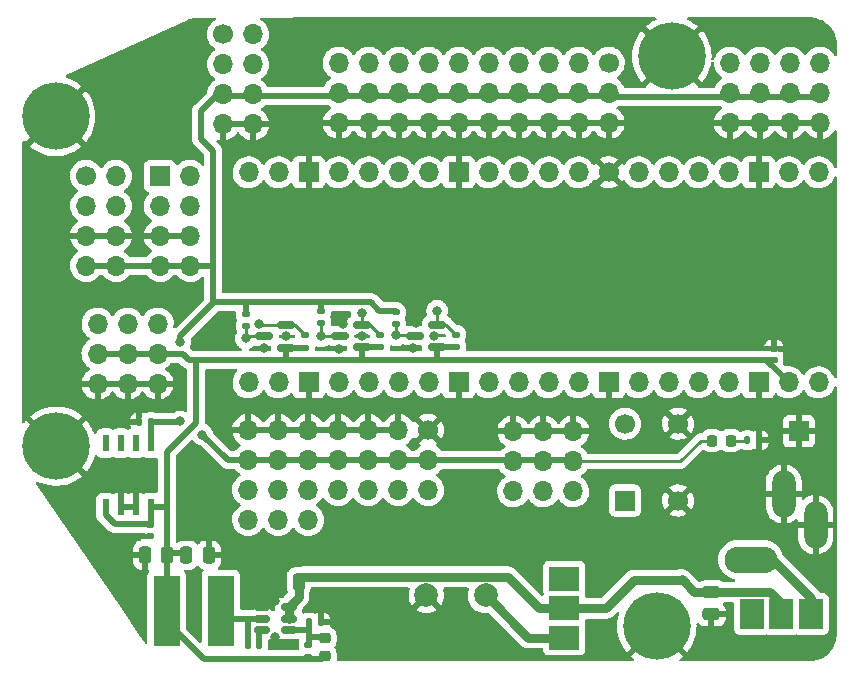
<source format=gbr>
%TF.GenerationSoftware,KiCad,Pcbnew,(6.0.9-0)*%
%TF.CreationDate,2023-04-03T15:52:03-04:00*%
%TF.ProjectId,rcc-pico,7263632d-7069-4636-9f2e-6b696361645f,rev?*%
%TF.SameCoordinates,Original*%
%TF.FileFunction,Copper,L1,Top*%
%TF.FilePolarity,Positive*%
%FSLAX46Y46*%
G04 Gerber Fmt 4.6, Leading zero omitted, Abs format (unit mm)*
G04 Created by KiCad (PCBNEW (6.0.9-0)) date 2023-04-03 15:52:03*
%MOMM*%
%LPD*%
G01*
G04 APERTURE LIST*
G04 Aperture macros list*
%AMRoundRect*
0 Rectangle with rounded corners*
0 $1 Rounding radius*
0 $2 $3 $4 $5 $6 $7 $8 $9 X,Y pos of 4 corners*
0 Add a 4 corners polygon primitive as box body*
4,1,4,$2,$3,$4,$5,$6,$7,$8,$9,$2,$3,0*
0 Add four circle primitives for the rounded corners*
1,1,$1+$1,$2,$3*
1,1,$1+$1,$4,$5*
1,1,$1+$1,$6,$7*
1,1,$1+$1,$8,$9*
0 Add four rect primitives between the rounded corners*
20,1,$1+$1,$2,$3,$4,$5,0*
20,1,$1+$1,$4,$5,$6,$7,0*
20,1,$1+$1,$6,$7,$8,$9,0*
20,1,$1+$1,$8,$9,$2,$3,0*%
G04 Aperture macros list end*
%TA.AperFunction,SMDPad,CuDef*%
%ADD10RoundRect,0.140000X-0.170000X0.140000X-0.170000X-0.140000X0.170000X-0.140000X0.170000X0.140000X0*%
%TD*%
%TA.AperFunction,ComponentPad*%
%ADD11C,1.700000*%
%TD*%
%TA.AperFunction,ComponentPad*%
%ADD12O,1.700000X1.700000*%
%TD*%
%TA.AperFunction,SMDPad,CuDef*%
%ADD13RoundRect,0.218750X0.218750X0.256250X-0.218750X0.256250X-0.218750X-0.256250X0.218750X-0.256250X0*%
%TD*%
%TA.AperFunction,SMDPad,CuDef*%
%ADD14RoundRect,0.150000X0.587500X0.150000X-0.587500X0.150000X-0.587500X-0.150000X0.587500X-0.150000X0*%
%TD*%
%TA.AperFunction,ComponentPad*%
%ADD15R,1.700000X1.700000*%
%TD*%
%TA.AperFunction,ComponentPad*%
%ADD16C,5.700000*%
%TD*%
%TA.AperFunction,SMDPad,CuDef*%
%ADD17RoundRect,0.250000X0.250000X0.475000X-0.250000X0.475000X-0.250000X-0.475000X0.250000X-0.475000X0*%
%TD*%
%TA.AperFunction,SMDPad,CuDef*%
%ADD18RoundRect,0.250000X-0.475000X0.250000X-0.475000X-0.250000X0.475000X-0.250000X0.475000X0.250000X0*%
%TD*%
%TA.AperFunction,SMDPad,CuDef*%
%ADD19RoundRect,0.150000X0.512500X0.150000X-0.512500X0.150000X-0.512500X-0.150000X0.512500X-0.150000X0*%
%TD*%
%TA.AperFunction,ComponentPad*%
%ADD20R,2.000000X2.550000*%
%TD*%
%TA.AperFunction,SMDPad,CuDef*%
%ADD21RoundRect,0.135000X-0.135000X-0.185000X0.135000X-0.185000X0.135000X0.185000X-0.135000X0.185000X0*%
%TD*%
%TA.AperFunction,SMDPad,CuDef*%
%ADD22RoundRect,0.135000X0.185000X-0.135000X0.185000X0.135000X-0.185000X0.135000X-0.185000X-0.135000X0*%
%TD*%
%TA.AperFunction,SMDPad,CuDef*%
%ADD23RoundRect,0.135000X-0.185000X0.135000X-0.185000X-0.135000X0.185000X-0.135000X0.185000X0.135000X0*%
%TD*%
%TA.AperFunction,ComponentPad*%
%ADD24R,2.550000X2.000000*%
%TD*%
%TA.AperFunction,SMDPad,CuDef*%
%ADD25RoundRect,0.250000X-0.250000X-0.475000X0.250000X-0.475000X0.250000X0.475000X-0.250000X0.475000X0*%
%TD*%
%TA.AperFunction,SMDPad,CuDef*%
%ADD26RoundRect,0.140000X0.140000X0.170000X-0.140000X0.170000X-0.140000X-0.170000X0.140000X-0.170000X0*%
%TD*%
%TA.AperFunction,SMDPad,CuDef*%
%ADD27R,0.558800X1.460500*%
%TD*%
%TA.AperFunction,SMDPad,CuDef*%
%ADD28RoundRect,0.225000X-0.250000X0.225000X-0.250000X-0.225000X0.250000X-0.225000X0.250000X0.225000X0*%
%TD*%
%TA.AperFunction,ComponentPad*%
%ADD29C,2.000000*%
%TD*%
%TA.AperFunction,ComponentPad*%
%ADD30O,4.500000X2.250000*%
%TD*%
%TA.AperFunction,ComponentPad*%
%ADD31O,2.000000X4.000000*%
%TD*%
%TA.AperFunction,SMDPad,CuDef*%
%ADD32R,2.225000X5.950000*%
%TD*%
%TA.AperFunction,ViaPad*%
%ADD33C,0.800000*%
%TD*%
%TA.AperFunction,Conductor*%
%ADD34C,0.500000*%
%TD*%
%TA.AperFunction,Conductor*%
%ADD35C,0.750000*%
%TD*%
%TA.AperFunction,Conductor*%
%ADD36C,0.250000*%
%TD*%
G04 APERTURE END LIST*
D10*
%TO.P,C9,1*%
%TO.N,GND*%
X140425000Y-114970000D03*
%TO.P,C9,2*%
%TO.N,+5V*%
X140425000Y-115930000D03*
%TD*%
D11*
%TO.P,J10,1,Pin_1*%
%TO.N,/SDA*%
X82200000Y-100317500D03*
D12*
%TO.P,J10,2,Pin_2*%
%TO.N,/SCL*%
X82200000Y-102857500D03*
%TO.P,J10,3,Pin_3*%
%TO.N,GND*%
X82200000Y-105397500D03*
%TO.P,J10,4,Pin_4*%
%TO.N,+3.3V*%
X82200000Y-107937500D03*
%TO.P,J10,5,Pin_5*%
%TO.N,/SDA*%
X84740000Y-100317500D03*
%TO.P,J10,6,Pin_6*%
%TO.N,/SCL*%
X84740000Y-102857500D03*
%TO.P,J10,7,Pin_7*%
%TO.N,GND*%
X84740000Y-105397500D03*
%TO.P,J10,8,Pin_8*%
%TO.N,+3.3V*%
X84740000Y-107937500D03*
%TD*%
D13*
%TO.P,D1,1,K*%
%TO.N,Net-(D1-Pad1)*%
X136775000Y-122725000D03*
%TO.P,D1,2,A*%
%TO.N,+3.3V*%
X135200000Y-122725000D03*
%TD*%
D12*
%TO.P,J4,1*%
%TO.N,/GPIO0*%
X144340000Y-90750000D03*
%TO.P,J4,2*%
%TO.N,/GPIO1*%
X141800000Y-90750000D03*
%TO.P,J4,3*%
%TO.N,/GPIO2*%
X139260000Y-90750000D03*
%TO.P,J4,4*%
%TO.N,/GPIO3*%
X136720000Y-90750000D03*
%TO.P,J4,5*%
%TO.N,+3.3V*%
X144340000Y-93290000D03*
%TO.P,J4,6*%
X141800000Y-93290000D03*
%TO.P,J4,7*%
X139260000Y-93290000D03*
%TO.P,J4,8*%
X136720000Y-93290000D03*
%TO.P,J4,9*%
%TO.N,GND*%
X144330000Y-95830000D03*
%TO.P,J4,10*%
X141790000Y-95830000D03*
%TO.P,J4,11*%
X139250000Y-95830000D03*
%TO.P,J4,12*%
X136710000Y-95830000D03*
%TD*%
D14*
%TO.P,Q2,1,G*%
%TO.N,+5V*%
X105537500Y-114825000D03*
%TO.P,Q2,2,S*%
%TO.N,/5V_PWM_2*%
X105537500Y-112925000D03*
%TO.P,Q2,3,D*%
%TO.N,/3V3_PWM_2*%
X103662500Y-113875000D03*
%TD*%
D11*
%TO.P,J9,1*%
%TO.N,GND*%
X111175000Y-121825000D03*
D12*
%TO.P,J9,2*%
X108635000Y-121825000D03*
%TO.P,J9,3*%
X106095000Y-121825000D03*
%TO.P,J9,4*%
X103555000Y-121825000D03*
%TO.P,J9,5*%
X101015000Y-121825000D03*
%TO.P,J9,6*%
X98475000Y-121825000D03*
%TO.P,J9,7*%
X95935000Y-121825000D03*
%TO.P,J9,8*%
%TO.N,+3.3V*%
X111175000Y-124365000D03*
%TO.P,J9,9*%
X108635000Y-124365000D03*
%TO.P,J9,10*%
X106095000Y-124365000D03*
%TO.P,J9,11*%
X103555000Y-124365000D03*
%TO.P,J9,12*%
X101015000Y-124365000D03*
%TO.P,J9,13*%
X98475000Y-124365000D03*
%TO.P,J9,14*%
X95935000Y-124365000D03*
%TO.P,J9,15*%
%TO.N,/GPIO22*%
X111165000Y-126905000D03*
%TO.P,J9,16*%
%TO.N,/GPIO21*%
X108625000Y-126905000D03*
%TO.P,J9,17*%
%TO.N,/GPIO20*%
X106085000Y-126905000D03*
%TO.P,J9,18*%
%TO.N,/GPIO19*%
X103545000Y-126905000D03*
%TO.P,J9,19*%
%TO.N,/GPIO18*%
X101005000Y-126905000D03*
%TO.P,J9,20*%
%TO.N,/GPIO17*%
X98465000Y-126905000D03*
%TO.P,J9,21*%
%TO.N,/GPIO16*%
X95925000Y-126905000D03*
%TO.P,J9,22*%
%TO.N,/3V3_PWM_1*%
X101015000Y-129445000D03*
%TO.P,J9,23*%
%TO.N,/3V3_PWM_2*%
X98475000Y-129445000D03*
%TO.P,J9,24*%
%TO.N,/3V3_PWM_3*%
X95935000Y-129445000D03*
%TD*%
%TO.P,U4,1,GPIO0*%
%TO.N,/GPIO0*%
X144230000Y-100015200D03*
%TO.P,U4,2,GPIO1*%
%TO.N,/GPIO1*%
X141690000Y-100015200D03*
D15*
%TO.P,U4,3,GND*%
%TO.N,GND*%
X139150000Y-100015200D03*
D12*
%TO.P,U4,4,GPIO2*%
%TO.N,/GPIO2*%
X136610000Y-100015200D03*
%TO.P,U4,5,GPIO3*%
%TO.N,/GPIO3*%
X134070000Y-100015200D03*
%TO.P,U4,6,GPIO4*%
%TO.N,/GPIO4*%
X131530000Y-100015200D03*
%TO.P,U4,7,GPIO5*%
%TO.N,/GPIO5*%
X128990000Y-100015200D03*
D11*
%TO.P,U4,8,GND*%
%TO.N,GND*%
X126450000Y-100015200D03*
D12*
%TO.P,U4,9,GPIO6*%
%TO.N,/GPIO6*%
X123910000Y-100015200D03*
%TO.P,U4,10,GPIO7*%
%TO.N,/GPIO7*%
X121370000Y-100015200D03*
%TO.P,U4,11,GPIO8*%
%TO.N,/GPIO8*%
X118830000Y-100015200D03*
%TO.P,U4,12,GPIO9*%
%TO.N,/GPIO9*%
X116290000Y-100015200D03*
D15*
%TO.P,U4,13,GND*%
%TO.N,GND*%
X113750000Y-100015200D03*
D12*
%TO.P,U4,14,GPIO10*%
%TO.N,/GPIO10*%
X111210000Y-100015200D03*
%TO.P,U4,15,GPIO11*%
%TO.N,/GPIO11*%
X108670000Y-100015200D03*
%TO.P,U4,16,GPIO12*%
%TO.N,/GPIO12*%
X106130000Y-100015200D03*
%TO.P,U4,17,GPIO13*%
%TO.N,/GPIO13*%
X103590000Y-100015200D03*
D15*
%TO.P,U4,18,GND*%
%TO.N,GND*%
X101050000Y-100015200D03*
D12*
%TO.P,U4,19,GPIO14*%
%TO.N,/GPIO14*%
X98510000Y-100015200D03*
%TO.P,U4,20,GPIO15*%
%TO.N,/GPIO15*%
X95970000Y-100015200D03*
%TO.P,U4,21,GPIO16*%
%TO.N,/GPIO16*%
X95970000Y-117795200D03*
%TO.P,U4,22,GPIO17*%
%TO.N,/GPIO17*%
X98510000Y-117795200D03*
D15*
%TO.P,U4,23,GND*%
%TO.N,GND*%
X101050000Y-117795200D03*
D12*
%TO.P,U4,24,GPIO18*%
%TO.N,/GPIO18*%
X103590000Y-117795200D03*
%TO.P,U4,25,GPIO19*%
%TO.N,/GPIO19*%
X106130000Y-117795200D03*
%TO.P,U4,26,GPIO20*%
%TO.N,/GPIO20*%
X108670000Y-117795200D03*
%TO.P,U4,27,GPIO21*%
%TO.N,/GPIO21*%
X111210000Y-117795200D03*
D15*
%TO.P,U4,28,GND*%
%TO.N,GND*%
X113750000Y-117795200D03*
D12*
%TO.P,U4,29,GPIO22*%
%TO.N,/GPIO22*%
X116290000Y-117795200D03*
%TO.P,U4,30,RUN*%
%TO.N,/run*%
X118830000Y-117795200D03*
%TO.P,U4,31,GPIO26_ADC0*%
%TO.N,/GPIO26*%
X121370000Y-117795200D03*
%TO.P,U4,32,GPIO27_ADC1*%
%TO.N,/GPIO27*%
X123910000Y-117795200D03*
D15*
%TO.P,U4,33,AGND*%
%TO.N,GND*%
X126450000Y-117795200D03*
D12*
%TO.P,U4,34,GPIO28_ADC2*%
%TO.N,/GPIO28*%
X128990000Y-117795200D03*
%TO.P,U4,35,ADC_VREF*%
%TO.N,unconnected-(U4-Pad35)*%
X131530000Y-117795200D03*
%TO.P,U4,36,3V3*%
%TO.N,unconnected-(U4-Pad36)*%
X134070000Y-117795200D03*
%TO.P,U4,37,3V3_EN*%
%TO.N,unconnected-(U4-Pad37)*%
X136610000Y-117795200D03*
D15*
%TO.P,U4,38,GND*%
%TO.N,GND*%
X139150000Y-117795200D03*
D12*
%TO.P,U4,39,VSYS*%
%TO.N,+5V*%
X141690000Y-117795200D03*
%TO.P,U4,40,VBUS*%
%TO.N,unconnected-(U4-Pad40)*%
X144230000Y-117795200D03*
%TD*%
D16*
%TO.P,H1,1,1*%
%TO.N,GND*%
X131800000Y-90200000D03*
%TD*%
D17*
%TO.P,C2,1*%
%TO.N,+9V*%
X100200000Y-134675000D03*
%TO.P,C2,2*%
%TO.N,GND*%
X98300000Y-134675000D03*
%TD*%
D12*
%TO.P,J8,1*%
%TO.N,GND*%
X123460000Y-121935000D03*
%TO.P,J8,2*%
X120920000Y-121935000D03*
%TO.P,J8,3*%
X118380000Y-121935000D03*
%TO.P,J8,4*%
%TO.N,+3.3V*%
X123460000Y-124475000D03*
%TO.P,J8,5*%
X120920000Y-124475000D03*
%TO.P,J8,6*%
X118380000Y-124475000D03*
%TO.P,J8,7*%
%TO.N,/GPIO28*%
X123450000Y-127015000D03*
%TO.P,J8,8*%
%TO.N,/GPIO27*%
X120910000Y-127015000D03*
%TO.P,J8,9*%
%TO.N,/GPIO26*%
X118370000Y-127015000D03*
%TD*%
D18*
%TO.P,C1,1*%
%TO.N,+9V*%
X135150000Y-135550000D03*
%TO.P,C1,2*%
%TO.N,GND*%
X135150000Y-137450000D03*
%TD*%
D19*
%TO.P,U1,1,FB*%
%TO.N,Net-(C4-Pad1)*%
X99350000Y-138750000D03*
%TO.P,U1,2,EN*%
%TO.N,+9V*%
X99350000Y-137800000D03*
%TO.P,U1,3,VIN*%
X99350000Y-136850000D03*
%TO.P,U1,4,GND*%
%TO.N,GND*%
X97075000Y-136850000D03*
%TO.P,U1,5,SW*%
%TO.N,Net-(C3-Pad2)*%
X97075000Y-137800000D03*
%TO.P,U1,6,BST*%
%TO.N,Net-(C3-Pad1)*%
X97075000Y-138750000D03*
%TD*%
D15*
%TO.P,J7,1,Pin_1*%
%TO.N,/SDA*%
X88450000Y-100317500D03*
D12*
%TO.P,J7,2,Pin_2*%
%TO.N,/SCL*%
X88450000Y-102857500D03*
%TO.P,J7,3,Pin_3*%
%TO.N,GND*%
X88450000Y-105397500D03*
%TO.P,J7,4,Pin_4*%
%TO.N,+3.3V*%
X88450000Y-107937500D03*
%TO.P,J7,5,Pin_5*%
%TO.N,/SDA*%
X90990000Y-100317500D03*
%TO.P,J7,6,Pin_6*%
%TO.N,/SCL*%
X90990000Y-102857500D03*
%TO.P,J7,7,Pin_7*%
%TO.N,GND*%
X90990000Y-105397500D03*
%TO.P,J7,8,Pin_8*%
%TO.N,+3.3V*%
X90990000Y-107937500D03*
%TD*%
D20*
%TO.P,SW-on/off1,1,A*%
%TO.N,Net-(J1-Pad1)*%
X143575000Y-137400000D03*
%TO.P,SW-on/off1,2,B*%
%TO.N,+9V*%
X141075000Y-137400000D03*
%TO.P,SW-on/off1,3*%
%TO.N,N/C*%
X138575000Y-137400000D03*
%TD*%
D21*
%TO.P,R3,1*%
%TO.N,Net-(D1-Pad1)*%
X138190000Y-122700000D03*
%TO.P,R3,2*%
%TO.N,GND*%
X139210000Y-122700000D03*
%TD*%
%TO.P,R2,1*%
%TO.N,Net-(C4-Pad1)*%
X101090000Y-138125000D03*
%TO.P,R2,2*%
%TO.N,GND*%
X102110000Y-138125000D03*
%TD*%
D10*
%TO.P,C8,1*%
%TO.N,+5V*%
X87650000Y-129845000D03*
%TO.P,C8,2*%
%TO.N,GND*%
X87650000Y-130805000D03*
%TD*%
D22*
%TO.P,R8,1*%
%TO.N,+5V*%
X100750000Y-114845000D03*
%TO.P,R8,2*%
%TO.N,/5V_PWM_3*%
X100750000Y-113825000D03*
%TD*%
D16*
%TO.P,H2,1,1*%
%TO.N,GND*%
X130525000Y-138450000D03*
%TD*%
%TO.P,H3,1,1*%
%TO.N,GND*%
X79625000Y-95275000D03*
%TD*%
D23*
%TO.P,R5,1*%
%TO.N,+3.3V*%
X108450000Y-111865000D03*
%TO.P,R5,2*%
%TO.N,/3V3_PWM_1*%
X108450000Y-112885000D03*
%TD*%
D11*
%TO.P,SW1,1,1*%
%TO.N,/run*%
X127825000Y-121300000D03*
D15*
X127825000Y-127800000D03*
D11*
%TO.P,SW1,2,2*%
%TO.N,GND*%
X132325000Y-127800000D03*
X132325000Y-121300000D03*
%TD*%
%TO.P,J5,1*%
%TO.N,/GPIO4*%
X126455000Y-90735000D03*
D12*
%TO.P,J5,2*%
%TO.N,/GPIO5*%
X123915000Y-90735000D03*
%TO.P,J5,3*%
%TO.N,/GPIO6*%
X121375000Y-90735000D03*
%TO.P,J5,4*%
%TO.N,/GPIO7*%
X118835000Y-90735000D03*
%TO.P,J5,5*%
%TO.N,/GPIO8*%
X116295000Y-90735000D03*
%TO.P,J5,6*%
%TO.N,/GPIO9*%
X113755000Y-90735000D03*
%TO.P,J5,7*%
%TO.N,/GPIO10*%
X111215000Y-90735000D03*
%TO.P,J5,8*%
%TO.N,/GPIO11*%
X108675000Y-90735000D03*
%TO.P,J5,9*%
%TO.N,/GPIO12*%
X106135000Y-90735000D03*
%TO.P,J5,10*%
%TO.N,/GPIO13*%
X103595000Y-90735000D03*
%TO.P,J5,11*%
%TO.N,+3.3V*%
X126455000Y-93275000D03*
%TO.P,J5,12*%
X123915000Y-93275000D03*
%TO.P,J5,13*%
X121375000Y-93275000D03*
%TO.P,J5,14*%
X118835000Y-93275000D03*
%TO.P,J5,15*%
X116295000Y-93275000D03*
%TO.P,J5,16*%
X113755000Y-93275000D03*
%TO.P,J5,17*%
X111215000Y-93275000D03*
%TO.P,J5,18*%
X108675000Y-93275000D03*
%TO.P,J5,19*%
X106135000Y-93275000D03*
%TO.P,J5,20*%
X103595000Y-93275000D03*
%TO.P,J5,21*%
%TO.N,GND*%
X126445000Y-95815000D03*
%TO.P,J5,22*%
X123905000Y-95815000D03*
%TO.P,J5,23*%
X121365000Y-95815000D03*
%TO.P,J5,24*%
X118825000Y-95815000D03*
%TO.P,J5,25*%
X116285000Y-95815000D03*
%TO.P,J5,26*%
X113745000Y-95815000D03*
%TO.P,J5,27*%
X111205000Y-95815000D03*
%TO.P,J5,28*%
X108665000Y-95815000D03*
%TO.P,J5,29*%
X106125000Y-95815000D03*
%TO.P,J5,30*%
X103585000Y-95815000D03*
%TD*%
D24*
%TO.P,SW-on/off2,1,A*%
%TO.N,/MTRPWR*%
X122700000Y-139412500D03*
%TO.P,SW-on/off2,2,B*%
%TO.N,+9V*%
X122700000Y-136912500D03*
%TO.P,SW-on/off2,3*%
%TO.N,N/C*%
X122700000Y-134412500D03*
%TD*%
D25*
%TO.P,C5,1*%
%TO.N,+5V*%
X90700000Y-132425000D03*
%TO.P,C5,2*%
%TO.N,GND*%
X92600000Y-132425000D03*
%TD*%
D12*
%TO.P,J3,1*%
%TO.N,GND*%
X83175000Y-117905000D03*
%TO.P,J3,2*%
X85715000Y-117905000D03*
%TO.P,J3,3*%
X88255000Y-117905000D03*
%TO.P,J3,4*%
%TO.N,+5V*%
X83175000Y-115365000D03*
%TO.P,J3,5*%
X85715000Y-115365000D03*
%TO.P,J3,6*%
X88255000Y-115365000D03*
%TO.P,J3,7*%
%TO.N,/5V_PWM_1*%
X83185000Y-112825000D03*
%TO.P,J3,8*%
%TO.N,/5V_PWM_2*%
X85725000Y-112825000D03*
%TO.P,J3,9*%
%TO.N,/5V_PWM_3*%
X88265000Y-112825000D03*
%TD*%
D26*
%TO.P,C3,1*%
%TO.N,Net-(C3-Pad1)*%
X96860000Y-140075000D03*
%TO.P,C3,2*%
%TO.N,Net-(C3-Pad2)*%
X95900000Y-140075000D03*
%TD*%
D22*
%TO.P,R6,1*%
%TO.N,+5V*%
X107100000Y-114810000D03*
%TO.P,R6,2*%
%TO.N,/5V_PWM_2*%
X107100000Y-113790000D03*
%TD*%
D23*
%TO.P,R9,1*%
%TO.N,+3.3V*%
X95725000Y-112015000D03*
%TO.P,R9,2*%
%TO.N,/3V3_PWM_3*%
X95725000Y-113035000D03*
%TD*%
D14*
%TO.P,Q1,1,G*%
%TO.N,+5V*%
X111900000Y-114800000D03*
%TO.P,Q1,2,S*%
%TO.N,/5V_PWM_1*%
X111900000Y-112900000D03*
%TO.P,Q1,3,D*%
%TO.N,/3V3_PWM_1*%
X110025000Y-113850000D03*
%TD*%
D17*
%TO.P,C6,1*%
%TO.N,+5V*%
X89075000Y-132425000D03*
%TO.P,C6,2*%
%TO.N,GND*%
X87175000Y-132425000D03*
%TD*%
D14*
%TO.P,Q3,1,G*%
%TO.N,+5V*%
X99137500Y-114850000D03*
%TO.P,Q3,2,S*%
%TO.N,/5V_PWM_3*%
X99137500Y-112950000D03*
%TO.P,Q3,3,D*%
%TO.N,/3V3_PWM_3*%
X97262500Y-113900000D03*
%TD*%
D26*
%TO.P,C7,1*%
%TO.N,+3.3V*%
X87680000Y-121150000D03*
%TO.P,C7,2*%
%TO.N,GND*%
X86720000Y-121150000D03*
%TD*%
D27*
%TO.P,U2,1,VOUT*%
%TO.N,+3.3V*%
X87677500Y-122940975D03*
%TO.P,U2,2,NC*%
%TO.N,unconnected-(U2-Pad2)*%
X86407500Y-122940975D03*
%TO.P,U2,3,NC*%
%TO.N,unconnected-(U2-Pad3)*%
X85137500Y-122940975D03*
%TO.P,U2,4,NC*%
%TO.N,unconnected-(U2-Pad4)*%
X83867500Y-122940975D03*
%TO.P,U2,5,EN*%
%TO.N,+5V*%
X83867500Y-128389275D03*
%TO.P,U2,6,GND*%
%TO.N,GND*%
X85137500Y-128389275D03*
%TO.P,U2,7,GND*%
X86407500Y-128389275D03*
%TO.P,U2,8,VIN*%
%TO.N,+5V*%
X87677500Y-128389275D03*
%TD*%
D16*
%TO.P,H4,1,1*%
%TO.N,GND*%
X79675000Y-123200000D03*
%TD*%
D22*
%TO.P,R4,1*%
%TO.N,+5V*%
X113537500Y-114770000D03*
%TO.P,R4,2*%
%TO.N,/5V_PWM_1*%
X113537500Y-113750000D03*
%TD*%
D11*
%TO.P,J6,1,1*%
%TO.N,/SCL*%
X93800000Y-88325000D03*
D12*
%TO.P,J6,2,2*%
%TO.N,/SDA*%
X96340000Y-88325000D03*
%TO.P,J6,3,Pin_3*%
%TO.N,/GPIO15*%
X93800000Y-90865000D03*
%TO.P,J6,4,4*%
%TO.N,/GPIO14*%
X96340000Y-90865000D03*
%TO.P,J6,5,5*%
%TO.N,+3.3V*%
X93800000Y-93405000D03*
%TO.P,J6,6,6*%
X96340000Y-93405000D03*
%TO.P,J6,7,7*%
%TO.N,GND*%
X93800000Y-95945000D03*
%TO.P,J6,8,Pin_8*%
X96340000Y-95945000D03*
%TD*%
D23*
%TO.P,R7,1*%
%TO.N,+3.3V*%
X102125000Y-111765000D03*
%TO.P,R7,2*%
%TO.N,/3V3_PWM_2*%
X102125000Y-112785000D03*
%TD*%
D28*
%TO.P,C4,1*%
%TO.N,Net-(C4-Pad1)*%
X102425000Y-139450000D03*
%TO.P,C4,2*%
%TO.N,+5V*%
X102425000Y-141000000D03*
%TD*%
D15*
%TO.P,TP1,1,1*%
%TO.N,GND*%
X142550000Y-121950000D03*
%TD*%
D29*
%TO.P,J2,1,Pin_1*%
%TO.N,/MTRPWR*%
X116025000Y-135837500D03*
%TO.P,J2,2,Pin_2*%
%TO.N,GND*%
X111025000Y-135837500D03*
%TD*%
D30*
%TO.P,J1,1*%
%TO.N,Net-(J1-Pad1)*%
X138475000Y-132800000D03*
D31*
%TO.P,J1,2*%
%TO.N,GND*%
X143975000Y-129850000D03*
%TO.P,J1,3*%
X141275000Y-127250000D03*
%TD*%
D32*
%TO.P,L1,1,1*%
%TO.N,Net-(C3-Pad2)*%
X93625000Y-137137500D03*
%TO.P,L1,2,2*%
%TO.N,+5V*%
X89025000Y-137137500D03*
%TD*%
D23*
%TO.P,R1,1*%
%TO.N,Net-(C4-Pad1)*%
X101025000Y-140040000D03*
%TO.P,R1,2*%
%TO.N,+5V*%
X101025000Y-141060000D03*
%TD*%
D33*
%TO.N,GND*%
X104440000Y-136750000D03*
X103145000Y-135675000D03*
X104415000Y-135675000D03*
X103170000Y-136750000D03*
X101875000Y-135675000D03*
X101900000Y-136750000D03*
X99125000Y-113875000D03*
X93050000Y-120115000D03*
X129540000Y-114300000D03*
X121920000Y-114300000D03*
X103625000Y-115000000D03*
X84450000Y-125700000D03*
X137160000Y-114300000D03*
X109900000Y-114925000D03*
X133350000Y-114300000D03*
X85720000Y-125700000D03*
X91350000Y-138365000D03*
X86990000Y-125700000D03*
X96900000Y-135665000D03*
X96900000Y-133125000D03*
X91350000Y-137095000D03*
X135890000Y-114300000D03*
X95825000Y-134420000D03*
X111650000Y-113875000D03*
X97275000Y-114850000D03*
X105525000Y-113850000D03*
X134620000Y-114300000D03*
X95825000Y-133150000D03*
X110125000Y-112800000D03*
X128270000Y-114300000D03*
X130810000Y-114300000D03*
X123190000Y-114300000D03*
X120650000Y-114300000D03*
X98217963Y-136278188D03*
X92150000Y-114425000D03*
X103925000Y-112825000D03*
X98212500Y-139313673D03*
X95825000Y-135690000D03*
X125730000Y-114300000D03*
X119380000Y-114300000D03*
X93050000Y-118845000D03*
X96900000Y-134395000D03*
X91350000Y-135825000D03*
X127000000Y-114300000D03*
X132080000Y-114300000D03*
X93050000Y-117575000D03*
X93420000Y-114425000D03*
X124460000Y-114300000D03*
%TO.N,+3.3V*%
X90175000Y-114375000D03*
X92050000Y-122225000D03*
X90175000Y-121100000D03*
%TO.N,/3V3_PWM_1*%
X108475000Y-113825000D03*
%TO.N,/3V3_PWM_2*%
X102100000Y-113900000D03*
%TO.N,/3V3_PWM_3*%
X95725000Y-114075000D03*
%TO.N,/5V_PWM_1*%
X111925000Y-111725000D03*
%TO.N,/5V_PWM_2*%
X105525000Y-111949500D03*
%TO.N,/5V_PWM_3*%
X96875000Y-112825000D03*
%TD*%
D34*
%TO.N,+5V*%
X141690000Y-117795200D02*
X139794800Y-115900000D01*
X139794800Y-115900000D02*
X139625000Y-115900000D01*
X140395000Y-115900000D02*
X111875000Y-115900000D01*
X140425000Y-115930000D02*
X140395000Y-115900000D01*
%TO.N,+3.3V*%
X90125000Y-121150000D02*
X87680000Y-121150000D01*
X90175000Y-121100000D02*
X90125000Y-121150000D01*
X92925000Y-107975000D02*
X92887500Y-107937500D01*
X92887500Y-107937500D02*
X82200000Y-107937500D01*
X144345200Y-93619800D02*
X126399800Y-93619800D01*
X126335000Y-93555000D02*
X93225000Y-93555000D01*
X126399800Y-93619800D02*
X126335000Y-93555000D01*
X144490000Y-93475000D02*
X144345200Y-93619800D01*
X93225000Y-93555000D02*
X91925000Y-94855000D01*
X91925000Y-94855000D02*
X91925000Y-97175000D01*
X91925000Y-97175000D02*
X92975000Y-98225000D01*
X92975000Y-98225000D02*
X92975000Y-111025000D01*
D35*
%TO.N,+9V*%
X99350000Y-136825000D02*
X99350000Y-136850000D01*
X99350000Y-136850000D02*
X99350000Y-137800000D01*
X100200000Y-134675000D02*
X100200000Y-135975000D01*
X141075000Y-137400000D02*
X141075000Y-136475000D01*
X120562500Y-136912500D02*
X117912500Y-134262500D01*
X117912500Y-134262500D02*
X100612500Y-134262500D01*
X126212500Y-136912500D02*
X122700000Y-136912500D01*
X122700000Y-136912500D02*
X120562500Y-136912500D01*
X100612500Y-134262500D02*
X100200000Y-134675000D01*
X140150000Y-135550000D02*
X133700000Y-135550000D01*
X128600000Y-134525000D02*
X126212500Y-136912500D01*
X133700000Y-135550000D02*
X132625000Y-134475000D01*
X100200000Y-135975000D02*
X99350000Y-136825000D01*
X141075000Y-136475000D02*
X140150000Y-135550000D01*
X132625000Y-134525000D02*
X128600000Y-134525000D01*
D34*
%TO.N,Net-(C3-Pad1)*%
X96860000Y-140075000D02*
X96860000Y-138965000D01*
X96860000Y-138965000D02*
X97075000Y-138750000D01*
%TO.N,Net-(C3-Pad2)*%
X97075000Y-137800000D02*
X94287500Y-137800000D01*
X94287500Y-137800000D02*
X93625000Y-137137500D01*
X95900000Y-140075000D02*
X95900000Y-137850000D01*
%TO.N,Net-(C4-Pad1)*%
X102412500Y-139375000D02*
X102450000Y-139412500D01*
X99350000Y-138750000D02*
X101075000Y-138750000D01*
X101090000Y-139975000D02*
X101025000Y-140040000D01*
X101100000Y-139375000D02*
X102412500Y-139375000D01*
X101075000Y-138750000D02*
X101100000Y-138725000D01*
X101090000Y-138125000D02*
X101090000Y-139975000D01*
%TO.N,+5V*%
X105537500Y-114825000D02*
X107085000Y-114825000D01*
X91500000Y-121225000D02*
X89025000Y-123700000D01*
X89025000Y-138100000D02*
X89025000Y-137137500D01*
X87677500Y-129775000D02*
X84613575Y-129775000D01*
D36*
X101025000Y-141060000D02*
X101025000Y-141250000D01*
D34*
X100745000Y-114850000D02*
X100750000Y-114845000D01*
X91525000Y-115900000D02*
X91500000Y-115925000D01*
X92175000Y-141250000D02*
X89025000Y-138100000D01*
X99137500Y-114850000D02*
X100745000Y-114850000D01*
X90390000Y-115365000D02*
X83175000Y-115365000D01*
X89025000Y-123700000D02*
X89025000Y-128375000D01*
X111900000Y-114800000D02*
X113507500Y-114800000D01*
X90925000Y-115900000D02*
X91525000Y-115900000D01*
X111900000Y-114800000D02*
X111900000Y-115875000D01*
X101025000Y-141250000D02*
X92175000Y-141250000D01*
X111900000Y-115875000D02*
X111875000Y-115900000D01*
X89025000Y-128375000D02*
X89025000Y-136062500D01*
X99137500Y-114850000D02*
X99137500Y-115737500D01*
X90550000Y-132275000D02*
X90700000Y-132425000D01*
X90925000Y-115900000D02*
X90390000Y-115365000D01*
X105537500Y-114825000D02*
X105537500Y-115612500D01*
X89075000Y-132275000D02*
X90550000Y-132275000D01*
X113507500Y-114800000D02*
X113537500Y-114770000D01*
X83867500Y-129028925D02*
X83867500Y-128389275D01*
X87677500Y-128389275D02*
X89010725Y-128389275D01*
X91500000Y-115925000D02*
X91500000Y-121225000D01*
X87677500Y-128389275D02*
X87677500Y-129775000D01*
X111875000Y-115900000D02*
X90925000Y-115900000D01*
X89010725Y-128389275D02*
X89025000Y-128375000D01*
X102162500Y-141250000D02*
X101025000Y-141250000D01*
X84613575Y-129775000D02*
X83867500Y-129028925D01*
X102450000Y-140962500D02*
X102162500Y-141250000D01*
X107085000Y-114825000D02*
X107100000Y-114810000D01*
D36*
%TO.N,Net-(D1-Pad1)*%
X136775000Y-122725000D02*
X138090000Y-122725000D01*
X138090000Y-122725000D02*
X138190000Y-122625000D01*
D34*
%TO.N,+3.3V*%
X95825000Y-111000000D02*
X95725000Y-111100000D01*
X106300000Y-111000000D02*
X102125000Y-111000000D01*
X111175000Y-124365000D02*
X123350000Y-124365000D01*
X92050000Y-122225000D02*
X94190000Y-124365000D01*
X90175000Y-113900000D02*
X93075000Y-111000000D01*
X95825000Y-111000000D02*
X93075000Y-111000000D01*
X90175000Y-113900000D02*
X90175000Y-114375000D01*
X94190000Y-124365000D02*
X111175000Y-124365000D01*
X123350000Y-124365000D02*
X123460000Y-124475000D01*
X107025000Y-111725000D02*
X106300000Y-111000000D01*
X95725000Y-111100000D02*
X95725000Y-112015000D01*
D36*
X134275000Y-122725000D02*
X135200000Y-122725000D01*
X123460000Y-124475000D02*
X132525000Y-124475000D01*
D34*
X102125000Y-111000000D02*
X102125000Y-111765000D01*
X102125000Y-111000000D02*
X95825000Y-111000000D01*
X107000000Y-111735000D02*
X108450000Y-111735000D01*
X87677500Y-122940975D02*
X87677500Y-121227500D01*
D36*
X132525000Y-124475000D02*
X134275000Y-122725000D01*
D35*
%TO.N,/MTRPWR*%
X122700000Y-139412500D02*
X119600000Y-139412500D01*
X119600000Y-139412500D02*
X116025000Y-135837500D01*
D36*
%TO.N,/3V3_PWM_1*%
X110000000Y-113825000D02*
X110025000Y-113850000D01*
X108475000Y-113825000D02*
X110000000Y-113825000D01*
X108450000Y-112885000D02*
X108450000Y-113800000D01*
X108450000Y-113800000D02*
X108475000Y-113825000D01*
%TO.N,/3V3_PWM_2*%
X102100000Y-113900000D02*
X103637500Y-113900000D01*
X102125000Y-113875000D02*
X102125000Y-112785000D01*
X103637500Y-113900000D02*
X103662500Y-113875000D01*
X102100000Y-113900000D02*
X102125000Y-113875000D01*
D35*
%TO.N,Net-(J1-Pad1)*%
X143575000Y-136050000D02*
X143575000Y-137400000D01*
X140275000Y-132750000D02*
X143575000Y-136050000D01*
X138825000Y-132750000D02*
X140275000Y-132750000D01*
D36*
%TO.N,/3V3_PWM_3*%
X95725000Y-113035000D02*
X95725000Y-114075000D01*
X95725000Y-114075000D02*
X95900000Y-113900000D01*
X95900000Y-113900000D02*
X97262500Y-113900000D01*
%TO.N,/5V_PWM_1*%
X112687500Y-112900000D02*
X113537500Y-113750000D01*
X111900000Y-112900000D02*
X112687500Y-112900000D01*
X111925000Y-111725000D02*
X111925000Y-112875000D01*
X111925000Y-112875000D02*
X111900000Y-112900000D01*
%TO.N,/5V_PWM_2*%
X105537500Y-112925000D02*
X106235000Y-112925000D01*
X105525000Y-111949500D02*
X105525000Y-112912500D01*
X106235000Y-112925000D02*
X107100000Y-113790000D01*
%TO.N,/5V_PWM_3*%
X99875000Y-112950000D02*
X100750000Y-113825000D01*
X97000000Y-112950000D02*
X99137500Y-112950000D01*
X99137500Y-112950000D02*
X99875000Y-112950000D01*
X96875000Y-112825000D02*
X97000000Y-112950000D01*
%TD*%
%TA.AperFunction,Conductor*%
%TO.N,GND*%
G36*
X94950524Y-116678502D02*
G01*
X94997017Y-116732158D01*
X95007121Y-116802432D01*
X94973496Y-116871551D01*
X94910629Y-116937338D01*
X94784743Y-117121880D01*
X94690688Y-117324505D01*
X94630989Y-117539770D01*
X94607251Y-117761895D01*
X94620110Y-117984915D01*
X94621247Y-117989961D01*
X94621248Y-117989967D01*
X94642275Y-118083269D01*
X94669222Y-118202839D01*
X94753266Y-118409816D01*
X94804019Y-118492638D01*
X94867291Y-118595888D01*
X94869987Y-118600288D01*
X95016250Y-118769138D01*
X95188126Y-118911832D01*
X95381000Y-119024538D01*
X95589692Y-119104230D01*
X95594760Y-119105261D01*
X95594763Y-119105262D01*
X95702017Y-119127083D01*
X95808597Y-119148767D01*
X95813772Y-119148957D01*
X95813774Y-119148957D01*
X96026673Y-119156764D01*
X96026677Y-119156764D01*
X96031837Y-119156953D01*
X96036957Y-119156297D01*
X96036959Y-119156297D01*
X96248288Y-119129225D01*
X96248289Y-119129225D01*
X96253416Y-119128568D01*
X96258366Y-119127083D01*
X96462429Y-119065861D01*
X96462434Y-119065859D01*
X96467384Y-119064374D01*
X96667994Y-118966096D01*
X96849860Y-118836373D01*
X96902452Y-118783965D01*
X96958479Y-118728133D01*
X97008096Y-118678689D01*
X97067594Y-118595889D01*
X97138453Y-118497277D01*
X97139776Y-118498228D01*
X97186645Y-118455057D01*
X97256580Y-118442825D01*
X97322026Y-118470344D01*
X97349875Y-118502194D01*
X97409987Y-118600288D01*
X97556250Y-118769138D01*
X97728126Y-118911832D01*
X97921000Y-119024538D01*
X98129692Y-119104230D01*
X98134760Y-119105261D01*
X98134763Y-119105262D01*
X98242017Y-119127083D01*
X98348597Y-119148767D01*
X98353772Y-119148957D01*
X98353774Y-119148957D01*
X98566673Y-119156764D01*
X98566677Y-119156764D01*
X98571837Y-119156953D01*
X98576957Y-119156297D01*
X98576959Y-119156297D01*
X98788288Y-119129225D01*
X98788289Y-119129225D01*
X98793416Y-119128568D01*
X98798366Y-119127083D01*
X99002429Y-119065861D01*
X99002434Y-119065859D01*
X99007384Y-119064374D01*
X99207994Y-118966096D01*
X99389860Y-118836373D01*
X99442452Y-118783965D01*
X99498479Y-118728133D01*
X99560851Y-118694217D01*
X99631658Y-118699405D01*
X99688419Y-118742051D01*
X99705401Y-118773154D01*
X99746676Y-118883254D01*
X99755214Y-118898849D01*
X99831715Y-119000924D01*
X99844276Y-119013485D01*
X99946351Y-119089986D01*
X99961946Y-119098524D01*
X100082394Y-119143678D01*
X100097649Y-119147305D01*
X100148514Y-119152831D01*
X100155328Y-119153200D01*
X100777885Y-119153200D01*
X100793124Y-119148725D01*
X100794329Y-119147335D01*
X100796000Y-119139652D01*
X100796000Y-117667200D01*
X100816002Y-117599079D01*
X100869658Y-117552586D01*
X100922000Y-117541200D01*
X101178000Y-117541200D01*
X101246121Y-117561202D01*
X101292614Y-117614858D01*
X101304000Y-117667200D01*
X101304000Y-119135084D01*
X101308475Y-119150323D01*
X101309865Y-119151528D01*
X101317548Y-119153199D01*
X101944669Y-119153199D01*
X101951490Y-119152829D01*
X102002352Y-119147305D01*
X102017604Y-119143679D01*
X102138054Y-119098524D01*
X102153649Y-119089986D01*
X102255724Y-119013485D01*
X102268285Y-119000924D01*
X102344786Y-118898849D01*
X102353324Y-118883254D01*
X102394225Y-118774152D01*
X102436867Y-118717388D01*
X102503428Y-118692688D01*
X102572777Y-118707896D01*
X102607444Y-118735884D01*
X102632865Y-118765231D01*
X102632869Y-118765235D01*
X102636250Y-118769138D01*
X102808126Y-118911832D01*
X103001000Y-119024538D01*
X103209692Y-119104230D01*
X103214760Y-119105261D01*
X103214763Y-119105262D01*
X103322017Y-119127083D01*
X103428597Y-119148767D01*
X103433772Y-119148957D01*
X103433774Y-119148957D01*
X103646673Y-119156764D01*
X103646677Y-119156764D01*
X103651837Y-119156953D01*
X103656957Y-119156297D01*
X103656959Y-119156297D01*
X103868288Y-119129225D01*
X103868289Y-119129225D01*
X103873416Y-119128568D01*
X103878366Y-119127083D01*
X104082429Y-119065861D01*
X104082434Y-119065859D01*
X104087384Y-119064374D01*
X104287994Y-118966096D01*
X104469860Y-118836373D01*
X104522452Y-118783965D01*
X104578479Y-118728133D01*
X104628096Y-118678689D01*
X104687594Y-118595889D01*
X104758453Y-118497277D01*
X104759776Y-118498228D01*
X104806645Y-118455057D01*
X104876580Y-118442825D01*
X104942026Y-118470344D01*
X104969875Y-118502194D01*
X105029987Y-118600288D01*
X105176250Y-118769138D01*
X105348126Y-118911832D01*
X105541000Y-119024538D01*
X105749692Y-119104230D01*
X105754760Y-119105261D01*
X105754763Y-119105262D01*
X105862017Y-119127083D01*
X105968597Y-119148767D01*
X105973772Y-119148957D01*
X105973774Y-119148957D01*
X106186673Y-119156764D01*
X106186677Y-119156764D01*
X106191837Y-119156953D01*
X106196957Y-119156297D01*
X106196959Y-119156297D01*
X106408288Y-119129225D01*
X106408289Y-119129225D01*
X106413416Y-119128568D01*
X106418366Y-119127083D01*
X106622429Y-119065861D01*
X106622434Y-119065859D01*
X106627384Y-119064374D01*
X106827994Y-118966096D01*
X107009860Y-118836373D01*
X107062452Y-118783965D01*
X107118479Y-118728133D01*
X107168096Y-118678689D01*
X107227594Y-118595889D01*
X107298453Y-118497277D01*
X107299776Y-118498228D01*
X107346645Y-118455057D01*
X107416580Y-118442825D01*
X107482026Y-118470344D01*
X107509875Y-118502194D01*
X107569987Y-118600288D01*
X107716250Y-118769138D01*
X107888126Y-118911832D01*
X108081000Y-119024538D01*
X108289692Y-119104230D01*
X108294760Y-119105261D01*
X108294763Y-119105262D01*
X108402017Y-119127083D01*
X108508597Y-119148767D01*
X108513772Y-119148957D01*
X108513774Y-119148957D01*
X108726673Y-119156764D01*
X108726677Y-119156764D01*
X108731837Y-119156953D01*
X108736957Y-119156297D01*
X108736959Y-119156297D01*
X108948288Y-119129225D01*
X108948289Y-119129225D01*
X108953416Y-119128568D01*
X108958366Y-119127083D01*
X109162429Y-119065861D01*
X109162434Y-119065859D01*
X109167384Y-119064374D01*
X109367994Y-118966096D01*
X109549860Y-118836373D01*
X109602452Y-118783965D01*
X109658479Y-118728133D01*
X109708096Y-118678689D01*
X109767594Y-118595889D01*
X109838453Y-118497277D01*
X109839776Y-118498228D01*
X109886645Y-118455057D01*
X109956580Y-118442825D01*
X110022026Y-118470344D01*
X110049875Y-118502194D01*
X110109987Y-118600288D01*
X110256250Y-118769138D01*
X110428126Y-118911832D01*
X110621000Y-119024538D01*
X110829692Y-119104230D01*
X110834760Y-119105261D01*
X110834763Y-119105262D01*
X110942017Y-119127083D01*
X111048597Y-119148767D01*
X111053772Y-119148957D01*
X111053774Y-119148957D01*
X111266673Y-119156764D01*
X111266677Y-119156764D01*
X111271837Y-119156953D01*
X111276957Y-119156297D01*
X111276959Y-119156297D01*
X111488288Y-119129225D01*
X111488289Y-119129225D01*
X111493416Y-119128568D01*
X111498366Y-119127083D01*
X111702429Y-119065861D01*
X111702434Y-119065859D01*
X111707384Y-119064374D01*
X111907994Y-118966096D01*
X112089860Y-118836373D01*
X112142452Y-118783965D01*
X112198479Y-118728133D01*
X112260851Y-118694217D01*
X112331658Y-118699405D01*
X112388419Y-118742051D01*
X112405401Y-118773154D01*
X112446676Y-118883254D01*
X112455214Y-118898849D01*
X112531715Y-119000924D01*
X112544276Y-119013485D01*
X112646351Y-119089986D01*
X112661946Y-119098524D01*
X112782394Y-119143678D01*
X112797649Y-119147305D01*
X112848514Y-119152831D01*
X112855328Y-119153200D01*
X113477885Y-119153200D01*
X113493124Y-119148725D01*
X113494329Y-119147335D01*
X113496000Y-119139652D01*
X113496000Y-117667200D01*
X113516002Y-117599079D01*
X113569658Y-117552586D01*
X113622000Y-117541200D01*
X113878000Y-117541200D01*
X113946121Y-117561202D01*
X113992614Y-117614858D01*
X114004000Y-117667200D01*
X114004000Y-119135084D01*
X114008475Y-119150323D01*
X114009865Y-119151528D01*
X114017548Y-119153199D01*
X114644669Y-119153199D01*
X114651490Y-119152829D01*
X114702352Y-119147305D01*
X114717604Y-119143679D01*
X114838054Y-119098524D01*
X114853649Y-119089986D01*
X114955724Y-119013485D01*
X114968285Y-119000924D01*
X115044786Y-118898849D01*
X115053324Y-118883254D01*
X115094225Y-118774152D01*
X115136867Y-118717388D01*
X115203428Y-118692688D01*
X115272777Y-118707896D01*
X115307444Y-118735884D01*
X115332865Y-118765231D01*
X115332869Y-118765235D01*
X115336250Y-118769138D01*
X115508126Y-118911832D01*
X115701000Y-119024538D01*
X115909692Y-119104230D01*
X115914760Y-119105261D01*
X115914763Y-119105262D01*
X116022017Y-119127083D01*
X116128597Y-119148767D01*
X116133772Y-119148957D01*
X116133774Y-119148957D01*
X116346673Y-119156764D01*
X116346677Y-119156764D01*
X116351837Y-119156953D01*
X116356957Y-119156297D01*
X116356959Y-119156297D01*
X116568288Y-119129225D01*
X116568289Y-119129225D01*
X116573416Y-119128568D01*
X116578366Y-119127083D01*
X116782429Y-119065861D01*
X116782434Y-119065859D01*
X116787384Y-119064374D01*
X116987994Y-118966096D01*
X117169860Y-118836373D01*
X117222452Y-118783965D01*
X117278479Y-118728133D01*
X117328096Y-118678689D01*
X117387594Y-118595889D01*
X117458453Y-118497277D01*
X117459776Y-118498228D01*
X117506645Y-118455057D01*
X117576580Y-118442825D01*
X117642026Y-118470344D01*
X117669875Y-118502194D01*
X117729987Y-118600288D01*
X117876250Y-118769138D01*
X118048126Y-118911832D01*
X118241000Y-119024538D01*
X118449692Y-119104230D01*
X118454760Y-119105261D01*
X118454763Y-119105262D01*
X118562017Y-119127083D01*
X118668597Y-119148767D01*
X118673772Y-119148957D01*
X118673774Y-119148957D01*
X118886673Y-119156764D01*
X118886677Y-119156764D01*
X118891837Y-119156953D01*
X118896957Y-119156297D01*
X118896959Y-119156297D01*
X119108288Y-119129225D01*
X119108289Y-119129225D01*
X119113416Y-119128568D01*
X119118366Y-119127083D01*
X119322429Y-119065861D01*
X119322434Y-119065859D01*
X119327384Y-119064374D01*
X119527994Y-118966096D01*
X119709860Y-118836373D01*
X119762452Y-118783965D01*
X119818479Y-118728133D01*
X119868096Y-118678689D01*
X119927594Y-118595889D01*
X119998453Y-118497277D01*
X119999776Y-118498228D01*
X120046645Y-118455057D01*
X120116580Y-118442825D01*
X120182026Y-118470344D01*
X120209875Y-118502194D01*
X120269987Y-118600288D01*
X120416250Y-118769138D01*
X120588126Y-118911832D01*
X120781000Y-119024538D01*
X120989692Y-119104230D01*
X120994760Y-119105261D01*
X120994763Y-119105262D01*
X121102017Y-119127083D01*
X121208597Y-119148767D01*
X121213772Y-119148957D01*
X121213774Y-119148957D01*
X121426673Y-119156764D01*
X121426677Y-119156764D01*
X121431837Y-119156953D01*
X121436957Y-119156297D01*
X121436959Y-119156297D01*
X121648288Y-119129225D01*
X121648289Y-119129225D01*
X121653416Y-119128568D01*
X121658366Y-119127083D01*
X121862429Y-119065861D01*
X121862434Y-119065859D01*
X121867384Y-119064374D01*
X122067994Y-118966096D01*
X122249860Y-118836373D01*
X122302452Y-118783965D01*
X122358479Y-118728133D01*
X122408096Y-118678689D01*
X122467594Y-118595889D01*
X122538453Y-118497277D01*
X122539776Y-118498228D01*
X122586645Y-118455057D01*
X122656580Y-118442825D01*
X122722026Y-118470344D01*
X122749875Y-118502194D01*
X122809987Y-118600288D01*
X122956250Y-118769138D01*
X123128126Y-118911832D01*
X123321000Y-119024538D01*
X123529692Y-119104230D01*
X123534760Y-119105261D01*
X123534763Y-119105262D01*
X123642017Y-119127083D01*
X123748597Y-119148767D01*
X123753772Y-119148957D01*
X123753774Y-119148957D01*
X123966673Y-119156764D01*
X123966677Y-119156764D01*
X123971837Y-119156953D01*
X123976957Y-119156297D01*
X123976959Y-119156297D01*
X124188288Y-119129225D01*
X124188289Y-119129225D01*
X124193416Y-119128568D01*
X124198366Y-119127083D01*
X124402429Y-119065861D01*
X124402434Y-119065859D01*
X124407384Y-119064374D01*
X124607994Y-118966096D01*
X124789860Y-118836373D01*
X124842452Y-118783965D01*
X124898479Y-118728133D01*
X124960851Y-118694217D01*
X125031658Y-118699405D01*
X125088419Y-118742051D01*
X125105401Y-118773154D01*
X125146676Y-118883254D01*
X125155214Y-118898849D01*
X125231715Y-119000924D01*
X125244276Y-119013485D01*
X125346351Y-119089986D01*
X125361946Y-119098524D01*
X125482394Y-119143678D01*
X125497649Y-119147305D01*
X125548514Y-119152831D01*
X125555328Y-119153200D01*
X126177885Y-119153200D01*
X126193124Y-119148725D01*
X126194329Y-119147335D01*
X126196000Y-119139652D01*
X126196000Y-117667200D01*
X126216002Y-117599079D01*
X126269658Y-117552586D01*
X126322000Y-117541200D01*
X126578000Y-117541200D01*
X126646121Y-117561202D01*
X126692614Y-117614858D01*
X126704000Y-117667200D01*
X126704000Y-119135084D01*
X126708475Y-119150323D01*
X126709865Y-119151528D01*
X126717548Y-119153199D01*
X127344669Y-119153199D01*
X127351490Y-119152829D01*
X127402352Y-119147305D01*
X127417604Y-119143679D01*
X127538054Y-119098524D01*
X127553649Y-119089986D01*
X127655724Y-119013485D01*
X127668285Y-119000924D01*
X127744786Y-118898849D01*
X127753324Y-118883254D01*
X127794225Y-118774152D01*
X127836867Y-118717388D01*
X127903428Y-118692688D01*
X127972777Y-118707896D01*
X128007444Y-118735884D01*
X128032865Y-118765231D01*
X128032869Y-118765235D01*
X128036250Y-118769138D01*
X128208126Y-118911832D01*
X128401000Y-119024538D01*
X128609692Y-119104230D01*
X128614760Y-119105261D01*
X128614763Y-119105262D01*
X128722017Y-119127083D01*
X128828597Y-119148767D01*
X128833772Y-119148957D01*
X128833774Y-119148957D01*
X129046673Y-119156764D01*
X129046677Y-119156764D01*
X129051837Y-119156953D01*
X129056957Y-119156297D01*
X129056959Y-119156297D01*
X129268288Y-119129225D01*
X129268289Y-119129225D01*
X129273416Y-119128568D01*
X129278366Y-119127083D01*
X129482429Y-119065861D01*
X129482434Y-119065859D01*
X129487384Y-119064374D01*
X129687994Y-118966096D01*
X129869860Y-118836373D01*
X129922452Y-118783965D01*
X129978479Y-118728133D01*
X130028096Y-118678689D01*
X130087594Y-118595889D01*
X130158453Y-118497277D01*
X130159776Y-118498228D01*
X130206645Y-118455057D01*
X130276580Y-118442825D01*
X130342026Y-118470344D01*
X130369875Y-118502194D01*
X130429987Y-118600288D01*
X130576250Y-118769138D01*
X130748126Y-118911832D01*
X130941000Y-119024538D01*
X131149692Y-119104230D01*
X131154760Y-119105261D01*
X131154763Y-119105262D01*
X131262017Y-119127083D01*
X131368597Y-119148767D01*
X131373772Y-119148957D01*
X131373774Y-119148957D01*
X131586673Y-119156764D01*
X131586677Y-119156764D01*
X131591837Y-119156953D01*
X131596957Y-119156297D01*
X131596959Y-119156297D01*
X131808288Y-119129225D01*
X131808289Y-119129225D01*
X131813416Y-119128568D01*
X131818366Y-119127083D01*
X132022429Y-119065861D01*
X132022434Y-119065859D01*
X132027384Y-119064374D01*
X132227994Y-118966096D01*
X132409860Y-118836373D01*
X132462452Y-118783965D01*
X132518479Y-118728133D01*
X132568096Y-118678689D01*
X132627594Y-118595889D01*
X132698453Y-118497277D01*
X132699776Y-118498228D01*
X132746645Y-118455057D01*
X132816580Y-118442825D01*
X132882026Y-118470344D01*
X132909875Y-118502194D01*
X132969987Y-118600288D01*
X133116250Y-118769138D01*
X133288126Y-118911832D01*
X133481000Y-119024538D01*
X133689692Y-119104230D01*
X133694760Y-119105261D01*
X133694763Y-119105262D01*
X133802017Y-119127083D01*
X133908597Y-119148767D01*
X133913772Y-119148957D01*
X133913774Y-119148957D01*
X134126673Y-119156764D01*
X134126677Y-119156764D01*
X134131837Y-119156953D01*
X134136957Y-119156297D01*
X134136959Y-119156297D01*
X134348288Y-119129225D01*
X134348289Y-119129225D01*
X134353416Y-119128568D01*
X134358366Y-119127083D01*
X134562429Y-119065861D01*
X134562434Y-119065859D01*
X134567384Y-119064374D01*
X134767994Y-118966096D01*
X134949860Y-118836373D01*
X135002452Y-118783965D01*
X135058479Y-118728133D01*
X135108096Y-118678689D01*
X135167594Y-118595889D01*
X135238453Y-118497277D01*
X135239776Y-118498228D01*
X135286645Y-118455057D01*
X135356580Y-118442825D01*
X135422026Y-118470344D01*
X135449875Y-118502194D01*
X135509987Y-118600288D01*
X135656250Y-118769138D01*
X135828126Y-118911832D01*
X136021000Y-119024538D01*
X136229692Y-119104230D01*
X136234760Y-119105261D01*
X136234763Y-119105262D01*
X136342017Y-119127083D01*
X136448597Y-119148767D01*
X136453772Y-119148957D01*
X136453774Y-119148957D01*
X136666673Y-119156764D01*
X136666677Y-119156764D01*
X136671837Y-119156953D01*
X136676957Y-119156297D01*
X136676959Y-119156297D01*
X136888288Y-119129225D01*
X136888289Y-119129225D01*
X136893416Y-119128568D01*
X136898366Y-119127083D01*
X137102429Y-119065861D01*
X137102434Y-119065859D01*
X137107384Y-119064374D01*
X137307994Y-118966096D01*
X137489860Y-118836373D01*
X137542452Y-118783965D01*
X137598479Y-118728133D01*
X137660851Y-118694217D01*
X137731658Y-118699405D01*
X137788419Y-118742051D01*
X137805401Y-118773154D01*
X137846676Y-118883254D01*
X137855214Y-118898849D01*
X137931715Y-119000924D01*
X137944276Y-119013485D01*
X138046351Y-119089986D01*
X138061946Y-119098524D01*
X138182394Y-119143678D01*
X138197649Y-119147305D01*
X138248514Y-119152831D01*
X138255328Y-119153200D01*
X138877885Y-119153200D01*
X138893124Y-119148725D01*
X138894329Y-119147335D01*
X138896000Y-119139652D01*
X138896000Y-117667200D01*
X138916002Y-117599079D01*
X138969658Y-117552586D01*
X139022000Y-117541200D01*
X139278000Y-117541200D01*
X139346121Y-117561202D01*
X139392614Y-117614858D01*
X139404000Y-117667200D01*
X139404000Y-119135084D01*
X139408475Y-119150323D01*
X139409865Y-119151528D01*
X139417548Y-119153199D01*
X140044669Y-119153199D01*
X140051490Y-119152829D01*
X140102352Y-119147305D01*
X140117604Y-119143679D01*
X140238054Y-119098524D01*
X140253649Y-119089986D01*
X140355724Y-119013485D01*
X140368285Y-119000924D01*
X140444786Y-118898849D01*
X140453324Y-118883254D01*
X140494225Y-118774152D01*
X140536867Y-118717388D01*
X140603428Y-118692688D01*
X140672777Y-118707896D01*
X140707444Y-118735884D01*
X140732865Y-118765231D01*
X140732869Y-118765235D01*
X140736250Y-118769138D01*
X140908126Y-118911832D01*
X141101000Y-119024538D01*
X141309692Y-119104230D01*
X141314760Y-119105261D01*
X141314763Y-119105262D01*
X141422017Y-119127083D01*
X141528597Y-119148767D01*
X141533772Y-119148957D01*
X141533774Y-119148957D01*
X141746673Y-119156764D01*
X141746677Y-119156764D01*
X141751837Y-119156953D01*
X141756957Y-119156297D01*
X141756959Y-119156297D01*
X141968288Y-119129225D01*
X141968289Y-119129225D01*
X141973416Y-119128568D01*
X141978366Y-119127083D01*
X142182429Y-119065861D01*
X142182434Y-119065859D01*
X142187384Y-119064374D01*
X142387994Y-118966096D01*
X142569860Y-118836373D01*
X142622452Y-118783965D01*
X142678479Y-118728133D01*
X142728096Y-118678689D01*
X142787594Y-118595889D01*
X142858453Y-118497277D01*
X142859776Y-118498228D01*
X142906645Y-118455057D01*
X142976580Y-118442825D01*
X143042026Y-118470344D01*
X143069875Y-118502194D01*
X143129987Y-118600288D01*
X143276250Y-118769138D01*
X143448126Y-118911832D01*
X143641000Y-119024538D01*
X143849692Y-119104230D01*
X143854760Y-119105261D01*
X143854763Y-119105262D01*
X143962017Y-119127083D01*
X144068597Y-119148767D01*
X144073772Y-119148957D01*
X144073774Y-119148957D01*
X144286673Y-119156764D01*
X144286677Y-119156764D01*
X144291837Y-119156953D01*
X144296957Y-119156297D01*
X144296959Y-119156297D01*
X144508288Y-119129225D01*
X144508289Y-119129225D01*
X144513416Y-119128568D01*
X144518366Y-119127083D01*
X144722429Y-119065861D01*
X144722434Y-119065859D01*
X144727384Y-119064374D01*
X144927994Y-118966096D01*
X145109860Y-118836373D01*
X145162452Y-118783965D01*
X145218479Y-118728133D01*
X145268096Y-118678689D01*
X145327594Y-118595889D01*
X145395435Y-118501477D01*
X145398453Y-118497277D01*
X145419320Y-118455057D01*
X145495136Y-118301653D01*
X145495137Y-118301651D01*
X145497430Y-118297011D01*
X145519942Y-118222916D01*
X145558883Y-118163552D01*
X145623737Y-118134665D01*
X145693913Y-118145427D01*
X145747131Y-118192420D01*
X145766500Y-118259545D01*
X145766500Y-138934822D01*
X145765510Y-138950587D01*
X145761343Y-138983628D01*
X145762764Y-138992486D01*
X145762764Y-138992491D01*
X145764092Y-139000767D01*
X145765621Y-139024664D01*
X145761272Y-139163601D01*
X145758055Y-139266398D01*
X145756667Y-139281519D01*
X145715940Y-139547607D01*
X145712742Y-139562452D01*
X145680218Y-139678850D01*
X145647105Y-139797356D01*
X145640300Y-139821708D01*
X145635341Y-139836056D01*
X145539318Y-140067634D01*
X145532239Y-140084707D01*
X145525588Y-140098359D01*
X145402638Y-140316287D01*
X145393315Y-140332811D01*
X145385069Y-140345563D01*
X145225563Y-140562383D01*
X145215844Y-140574051D01*
X145171679Y-140621000D01*
X145032851Y-140768581D01*
X145031402Y-140770121D01*
X145020349Y-140780534D01*
X144813664Y-140952986D01*
X144801439Y-140961995D01*
X144575508Y-141108330D01*
X144562290Y-141115801D01*
X144320393Y-141233895D01*
X144306378Y-141239719D01*
X144189633Y-141280173D01*
X144052025Y-141327856D01*
X144037403Y-141331954D01*
X143774309Y-141388848D01*
X143759301Y-141391158D01*
X143525366Y-141412831D01*
X143499767Y-141412447D01*
X143498706Y-141412468D01*
X143489796Y-141411372D01*
X143474149Y-141413931D01*
X143468541Y-141414848D01*
X143448205Y-141416500D01*
X132544429Y-141416500D01*
X132476308Y-141396498D01*
X132429815Y-141342842D01*
X132419711Y-141272568D01*
X132449205Y-141207988D01*
X132468776Y-141189740D01*
X132683918Y-141028207D01*
X132689145Y-141023821D01*
X132701988Y-141011803D01*
X132710057Y-140998123D01*
X132710029Y-140997398D01*
X132704887Y-140989097D01*
X130537812Y-138822022D01*
X130523868Y-138814408D01*
X130522035Y-138814539D01*
X130515420Y-138818790D01*
X128346409Y-140987801D01*
X128338795Y-141001745D01*
X128338871Y-141002815D01*
X128342055Y-141007648D01*
X128580402Y-141190538D01*
X128622269Y-141247876D01*
X128626491Y-141318747D01*
X128591727Y-141380649D01*
X128529014Y-141413931D01*
X128503698Y-141416500D01*
X103533442Y-141416500D01*
X103465321Y-141396498D01*
X103418828Y-141342842D01*
X103408511Y-141280173D01*
X103408008Y-141280147D01*
X103408126Y-141277833D01*
X103408098Y-141277662D01*
X103408172Y-141276943D01*
X103408173Y-141276924D01*
X103408500Y-141273732D01*
X103408500Y-140726268D01*
X103397887Y-140623981D01*
X103364770Y-140524718D01*
X103346073Y-140468676D01*
X103346072Y-140468674D01*
X103343756Y-140461732D01*
X103325726Y-140432596D01*
X103257605Y-140322513D01*
X103257604Y-140322512D01*
X103253752Y-140316287D01*
X103248570Y-140311114D01*
X103244025Y-140305380D01*
X103245945Y-140303858D01*
X103217455Y-140251794D01*
X103222456Y-140180974D01*
X103245882Y-140144448D01*
X103244843Y-140143628D01*
X103249381Y-140137882D01*
X103254552Y-140132702D01*
X103258393Y-140126471D01*
X103340462Y-139993331D01*
X103340463Y-139993329D01*
X103344302Y-139987101D01*
X103398149Y-139824757D01*
X103399748Y-139809156D01*
X103408172Y-139726930D01*
X103408500Y-139723732D01*
X103408500Y-139176268D01*
X103406533Y-139157305D01*
X103402988Y-139123146D01*
X103397887Y-139073981D01*
X103359892Y-138960098D01*
X103346073Y-138918676D01*
X103346072Y-138918674D01*
X103343756Y-138911732D01*
X103265528Y-138785316D01*
X103257606Y-138772515D01*
X103253752Y-138766287D01*
X103132702Y-138645448D01*
X103052692Y-138596129D01*
X102993331Y-138559538D01*
X102993329Y-138559537D01*
X102987101Y-138555698D01*
X102980152Y-138553393D01*
X102969435Y-138549838D01*
X102911076Y-138509406D01*
X102883841Y-138443841D01*
X102885156Y-138407606D01*
X102885637Y-138404974D01*
X102886260Y-138397056D01*
X102883090Y-138381970D01*
X102871626Y-138379000D01*
X101994500Y-138379000D01*
X101926379Y-138358998D01*
X101879886Y-138305342D01*
X101868500Y-138253000D01*
X101868499Y-137877484D01*
X101868499Y-137875012D01*
X101866758Y-137852885D01*
X102364000Y-137852885D01*
X102368475Y-137868124D01*
X102369865Y-137869329D01*
X102377548Y-137871000D01*
X102869566Y-137871000D01*
X102884361Y-137866656D01*
X102886421Y-137854997D01*
X102885637Y-137845023D01*
X102883338Y-137832436D01*
X102842019Y-137690217D01*
X102835770Y-137675778D01*
X102761146Y-137549595D01*
X102751499Y-137537159D01*
X102647841Y-137433501D01*
X102635405Y-137423854D01*
X102509222Y-137349230D01*
X102494783Y-137342981D01*
X102381395Y-137310039D01*
X102367295Y-137310079D01*
X102364000Y-137317349D01*
X102364000Y-137852885D01*
X101866758Y-137852885D01*
X101865629Y-137838534D01*
X101861003Y-137822610D01*
X101856000Y-137787458D01*
X101856000Y-137323100D01*
X101852027Y-137309569D01*
X101844129Y-137308434D01*
X101725217Y-137342981D01*
X101710780Y-137349229D01*
X101664630Y-137376522D01*
X101595813Y-137393982D01*
X101536354Y-137376523D01*
X101482596Y-137344731D01*
X101474985Y-137342520D01*
X101474983Y-137342519D01*
X101332644Y-137301166D01*
X101332645Y-137301166D01*
X101326466Y-137299371D01*
X101320059Y-137298867D01*
X101320055Y-137298866D01*
X101292444Y-137296693D01*
X101292438Y-137296693D01*
X101289989Y-137296500D01*
X101090122Y-137296500D01*
X100890012Y-137296501D01*
X100853534Y-137299371D01*
X100756730Y-137327495D01*
X100705017Y-137342519D01*
X100705015Y-137342520D01*
X100697404Y-137344731D01*
X100690582Y-137348766D01*
X100690581Y-137348766D01*
X100670270Y-137360778D01*
X100601454Y-137378237D01*
X100534123Y-137355720D01*
X100489653Y-137300376D01*
X100482165Y-137229775D01*
X100485134Y-137217171D01*
X100503819Y-137152855D01*
X100518062Y-137103831D01*
X100519933Y-137080068D01*
X100520712Y-137070170D01*
X110157160Y-137070170D01*
X110162887Y-137077820D01*
X110334042Y-137182705D01*
X110342837Y-137187187D01*
X110552988Y-137274234D01*
X110562373Y-137277283D01*
X110783554Y-137330385D01*
X110793301Y-137331928D01*
X111020070Y-137349775D01*
X111029930Y-137349775D01*
X111256699Y-137331928D01*
X111266446Y-137330385D01*
X111487627Y-137277283D01*
X111497012Y-137274234D01*
X111707163Y-137187187D01*
X111715958Y-137182705D01*
X111883445Y-137080068D01*
X111892907Y-137069610D01*
X111889124Y-137060834D01*
X111037812Y-136209522D01*
X111023868Y-136201908D01*
X111022035Y-136202039D01*
X111015420Y-136206290D01*
X110163920Y-137057790D01*
X110157160Y-137070170D01*
X100520712Y-137070170D01*
X100520807Y-137068958D01*
X100520807Y-137068950D01*
X100521000Y-137066502D01*
X100521000Y-136955647D01*
X100541002Y-136887526D01*
X100557905Y-136866552D01*
X100768542Y-136655915D01*
X100783577Y-136643074D01*
X100789084Y-136639073D01*
X100789090Y-136639068D01*
X100794434Y-136635185D01*
X100838895Y-136585806D01*
X100843436Y-136581021D01*
X100857472Y-136566985D01*
X100869969Y-136551553D01*
X100874253Y-136546538D01*
X100914283Y-136502080D01*
X100914287Y-136502075D01*
X100918704Y-136497169D01*
X100925412Y-136485551D01*
X100936607Y-136469263D01*
X100940890Y-136463974D01*
X100940891Y-136463973D01*
X100945048Y-136458839D01*
X100975214Y-136399633D01*
X100978349Y-136393861D01*
X101008260Y-136342056D01*
X101008265Y-136342046D01*
X101011564Y-136336331D01*
X101013607Y-136330045D01*
X101015712Y-136323569D01*
X101023273Y-136305314D01*
X101026366Y-136299244D01*
X101026369Y-136299237D01*
X101029362Y-136293362D01*
X101046567Y-136229155D01*
X101048418Y-136222908D01*
X101068954Y-136159702D01*
X101069645Y-136153131D01*
X101070357Y-136146361D01*
X101073959Y-136126926D01*
X101075719Y-136120357D01*
X101075719Y-136120355D01*
X101077430Y-136113971D01*
X101080907Y-136047628D01*
X101081424Y-136041059D01*
X101083156Y-136024577D01*
X101083500Y-136021306D01*
X101083500Y-136001445D01*
X101083673Y-135994850D01*
X101086805Y-135935098D01*
X101086805Y-135935094D01*
X101087150Y-135928507D01*
X101085051Y-135915253D01*
X101083500Y-135895544D01*
X101083500Y-135603543D01*
X101102240Y-135537427D01*
X101138275Y-135478968D01*
X101138276Y-135478966D01*
X101142115Y-135472738D01*
X101170908Y-135385928D01*
X101195632Y-135311389D01*
X101195632Y-135311387D01*
X101197797Y-135304861D01*
X101202480Y-135259157D01*
X101229322Y-135193430D01*
X101287437Y-135152648D01*
X101327824Y-135146000D01*
X109490609Y-135146000D01*
X109558730Y-135166002D01*
X109605223Y-135219658D01*
X109615327Y-135289932D01*
X109607018Y-135320219D01*
X109588265Y-135365493D01*
X109585217Y-135374873D01*
X109532115Y-135596054D01*
X109530572Y-135605801D01*
X109512725Y-135832570D01*
X109512725Y-135842430D01*
X109530572Y-136069199D01*
X109532115Y-136078946D01*
X109585217Y-136300127D01*
X109588266Y-136309512D01*
X109675313Y-136519663D01*
X109679795Y-136528458D01*
X109782432Y-136695945D01*
X109792890Y-136705407D01*
X109801666Y-136701624D01*
X110935905Y-135567385D01*
X110998217Y-135533359D01*
X111069032Y-135538424D01*
X111114095Y-135567385D01*
X112245290Y-136698580D01*
X112257670Y-136705340D01*
X112265320Y-136699613D01*
X112370205Y-136528458D01*
X112374687Y-136519663D01*
X112461734Y-136309512D01*
X112464783Y-136300127D01*
X112517885Y-136078946D01*
X112519428Y-136069199D01*
X112537275Y-135842430D01*
X112537275Y-135832570D01*
X112519428Y-135605801D01*
X112517885Y-135596054D01*
X112464783Y-135374873D01*
X112461735Y-135365493D01*
X112442982Y-135320219D01*
X112435393Y-135249629D01*
X112467172Y-135186142D01*
X112528230Y-135149914D01*
X112559391Y-135146000D01*
X114490067Y-135146000D01*
X114558188Y-135166002D01*
X114604681Y-135219658D01*
X114614785Y-135289932D01*
X114606476Y-135320217D01*
X114587791Y-135365328D01*
X114585895Y-135369906D01*
X114569260Y-135439194D01*
X114532727Y-135591368D01*
X114530465Y-135600789D01*
X114511835Y-135837500D01*
X114530465Y-136074211D01*
X114531619Y-136079018D01*
X114531620Y-136079024D01*
X114556140Y-136181156D01*
X114585895Y-136305094D01*
X114587788Y-136309665D01*
X114587789Y-136309667D01*
X114674772Y-136519663D01*
X114676760Y-136524463D01*
X114679346Y-136528683D01*
X114798241Y-136722702D01*
X114798245Y-136722708D01*
X114800824Y-136726916D01*
X114955031Y-136907469D01*
X115135584Y-137061676D01*
X115139792Y-137064255D01*
X115139798Y-137064259D01*
X115239811Y-137125547D01*
X115338037Y-137185740D01*
X115342607Y-137187633D01*
X115342611Y-137187635D01*
X115552833Y-137274711D01*
X115557406Y-137276605D01*
X115575663Y-137280988D01*
X115783476Y-137330880D01*
X115783482Y-137330881D01*
X115788289Y-137332035D01*
X116025000Y-137350665D01*
X116211560Y-137335982D01*
X116281040Y-137350578D01*
X116310541Y-137372499D01*
X118919088Y-139981046D01*
X118931925Y-139996074D01*
X118939815Y-140006934D01*
X118944725Y-140011355D01*
X118944726Y-140011356D01*
X118989184Y-140051386D01*
X118993969Y-140055927D01*
X119008014Y-140069972D01*
X119023458Y-140082479D01*
X119028464Y-140086755D01*
X119072919Y-140126782D01*
X119072923Y-140126785D01*
X119077831Y-140131204D01*
X119089451Y-140137913D01*
X119105737Y-140149107D01*
X119116160Y-140157547D01*
X119175351Y-140187706D01*
X119181135Y-140190847D01*
X119232951Y-140220763D01*
X119232953Y-140220764D01*
X119238669Y-140224064D01*
X119244945Y-140226103D01*
X119244949Y-140226105D01*
X119251421Y-140228208D01*
X119269683Y-140235772D01*
X119275752Y-140238864D01*
X119275756Y-140238866D01*
X119281637Y-140241862D01*
X119288008Y-140243569D01*
X119288013Y-140243571D01*
X119345803Y-140259055D01*
X119352122Y-140260927D01*
X119415298Y-140281454D01*
X119421869Y-140282145D01*
X119421870Y-140282145D01*
X119428635Y-140282856D01*
X119448069Y-140286458D01*
X119454639Y-140288218D01*
X119454646Y-140288219D01*
X119461028Y-140289929D01*
X119467626Y-140290275D01*
X119467627Y-140290275D01*
X119527346Y-140293405D01*
X119533922Y-140293922D01*
X119553694Y-140296000D01*
X119573574Y-140296000D01*
X119580168Y-140296173D01*
X119639901Y-140299304D01*
X119639906Y-140299304D01*
X119646493Y-140299649D01*
X119659740Y-140297551D01*
X119679450Y-140296000D01*
X120790500Y-140296000D01*
X120858621Y-140316002D01*
X120905114Y-140369658D01*
X120916500Y-140422000D01*
X120916500Y-140460634D01*
X120923255Y-140522816D01*
X120974385Y-140659205D01*
X121061739Y-140775761D01*
X121178295Y-140863115D01*
X121314684Y-140914245D01*
X121376866Y-140921000D01*
X124023134Y-140921000D01*
X124085316Y-140914245D01*
X124221705Y-140863115D01*
X124338261Y-140775761D01*
X124425615Y-140659205D01*
X124476745Y-140522816D01*
X124483500Y-140460634D01*
X124483500Y-138364366D01*
X124476745Y-138302184D01*
X124473973Y-138294788D01*
X124473971Y-138294782D01*
X124440961Y-138206729D01*
X124435778Y-138135922D01*
X124440961Y-138118271D01*
X124473971Y-138030218D01*
X124473973Y-138030212D01*
X124476745Y-138022816D01*
X124483500Y-137960634D01*
X124483500Y-137922000D01*
X124503502Y-137853879D01*
X124557158Y-137807386D01*
X124609500Y-137796000D01*
X126133043Y-137796000D01*
X126152755Y-137797551D01*
X126166007Y-137799650D01*
X126172594Y-137799305D01*
X126172598Y-137799305D01*
X126232350Y-137796173D01*
X126238945Y-137796000D01*
X126258806Y-137796000D01*
X126278569Y-137793923D01*
X126285128Y-137793407D01*
X126300927Y-137792579D01*
X126344877Y-137790276D01*
X126344881Y-137790275D01*
X126351471Y-137789930D01*
X126364429Y-137786458D01*
X126383872Y-137782855D01*
X126384295Y-137782811D01*
X126397202Y-137781454D01*
X126460394Y-137760922D01*
X126466696Y-137759056D01*
X126524485Y-137743571D01*
X126530863Y-137741862D01*
X126536742Y-137738866D01*
X126536751Y-137738863D01*
X126542817Y-137735772D01*
X126561079Y-137728208D01*
X126567543Y-137726108D01*
X126567551Y-137726105D01*
X126573831Y-137724064D01*
X126579550Y-137720762D01*
X126579555Y-137720760D01*
X126631367Y-137690846D01*
X126637137Y-137687713D01*
X126696339Y-137657547D01*
X126706759Y-137649109D01*
X126723052Y-137637911D01*
X126723403Y-137637709D01*
X126734669Y-137631204D01*
X126739575Y-137626787D01*
X126739580Y-137626783D01*
X126784038Y-137586753D01*
X126789054Y-137582469D01*
X126801909Y-137572059D01*
X126801912Y-137572056D01*
X126804486Y-137569972D01*
X126818531Y-137555927D01*
X126823316Y-137551386D01*
X126867774Y-137511356D01*
X126867775Y-137511355D01*
X126872685Y-137506934D01*
X126880575Y-137496074D01*
X126893412Y-137481046D01*
X127130965Y-137243493D01*
X127193277Y-137209467D01*
X127264092Y-137214532D01*
X127320928Y-137257079D01*
X127345739Y-137323599D01*
X127341359Y-137366684D01*
X127243979Y-137713121D01*
X127242496Y-137719756D01*
X127183589Y-138071773D01*
X127182830Y-138078545D01*
X127162284Y-138434862D01*
X127162260Y-138441657D01*
X127180318Y-138798127D01*
X127181028Y-138804883D01*
X127237478Y-139157305D01*
X127238917Y-139163960D01*
X127333094Y-139508215D01*
X127335243Y-139514676D01*
X127466053Y-139846756D01*
X127468884Y-139852939D01*
X127634792Y-140168949D01*
X127638275Y-140174791D01*
X127837340Y-140471031D01*
X127841442Y-140476475D01*
X127965942Y-140624322D01*
X127978680Y-140632764D01*
X127989124Y-140626666D01*
X130435905Y-138179885D01*
X130498217Y-138145859D01*
X130569032Y-138150924D01*
X130614095Y-138179885D01*
X133059463Y-140625253D01*
X133073060Y-140632678D01*
X133082669Y-140625981D01*
X133187197Y-140504457D01*
X133191346Y-140499069D01*
X133393503Y-140204929D01*
X133397050Y-140199118D01*
X133566250Y-139884879D01*
X133569157Y-139878701D01*
X133703435Y-139548016D01*
X133705649Y-139541586D01*
X133803427Y-139198331D01*
X133804934Y-139191701D01*
X133865073Y-138839873D01*
X133865853Y-138833133D01*
X133887740Y-138475275D01*
X133887856Y-138471673D01*
X133887926Y-138451820D01*
X133887834Y-138448193D01*
X133879105Y-138287014D01*
X133895394Y-138217911D01*
X133946457Y-138168585D01*
X134016082Y-138154695D01*
X134082163Y-138180653D01*
X134093939Y-138191027D01*
X134196829Y-138293739D01*
X134208240Y-138302751D01*
X134346243Y-138387816D01*
X134359424Y-138393963D01*
X134513710Y-138445138D01*
X134527086Y-138448005D01*
X134621438Y-138457672D01*
X134627854Y-138458000D01*
X134877885Y-138458000D01*
X134893124Y-138453525D01*
X134894329Y-138452135D01*
X134896000Y-138444452D01*
X134896000Y-138439884D01*
X135404000Y-138439884D01*
X135408475Y-138455123D01*
X135409865Y-138456328D01*
X135417548Y-138457999D01*
X135672095Y-138457999D01*
X135678614Y-138457662D01*
X135774206Y-138447743D01*
X135787600Y-138444851D01*
X135941784Y-138393412D01*
X135954962Y-138387239D01*
X136092807Y-138301937D01*
X136104208Y-138292901D01*
X136218739Y-138178171D01*
X136227751Y-138166760D01*
X136312816Y-138028757D01*
X136318963Y-138015576D01*
X136370138Y-137861290D01*
X136373005Y-137847914D01*
X136382672Y-137753562D01*
X136383000Y-137747146D01*
X136383000Y-137722115D01*
X136378525Y-137706876D01*
X136377135Y-137705671D01*
X136369452Y-137704000D01*
X135422115Y-137704000D01*
X135406876Y-137708475D01*
X135405671Y-137709865D01*
X135404000Y-137717548D01*
X135404000Y-138439884D01*
X134896000Y-138439884D01*
X134896000Y-137322000D01*
X134916002Y-137253879D01*
X134969658Y-137207386D01*
X135022000Y-137196000D01*
X136364884Y-137196000D01*
X136380123Y-137191525D01*
X136381328Y-137190135D01*
X136382999Y-137182452D01*
X136382999Y-137152905D01*
X136382662Y-137146386D01*
X136372743Y-137050794D01*
X136369851Y-137037400D01*
X136318412Y-136883216D01*
X136312239Y-136870038D01*
X136226937Y-136732193D01*
X136217901Y-136720792D01*
X136145657Y-136648673D01*
X136111578Y-136586390D01*
X136116581Y-136515570D01*
X136159079Y-136458697D01*
X136225577Y-136433829D01*
X136234675Y-136433500D01*
X136940500Y-136433500D01*
X137008621Y-136453502D01*
X137055114Y-136507158D01*
X137066500Y-136559500D01*
X137066500Y-138723134D01*
X137073255Y-138785316D01*
X137124385Y-138921705D01*
X137211739Y-139038261D01*
X137328295Y-139125615D01*
X137464684Y-139176745D01*
X137526866Y-139183500D01*
X139623134Y-139183500D01*
X139685316Y-139176745D01*
X139692712Y-139173973D01*
X139692718Y-139173971D01*
X139780771Y-139140961D01*
X139851578Y-139135778D01*
X139869229Y-139140961D01*
X139957282Y-139173971D01*
X139957288Y-139173973D01*
X139964684Y-139176745D01*
X140026866Y-139183500D01*
X142123134Y-139183500D01*
X142185316Y-139176745D01*
X142192712Y-139173973D01*
X142192718Y-139173971D01*
X142280771Y-139140961D01*
X142351578Y-139135778D01*
X142369229Y-139140961D01*
X142457282Y-139173971D01*
X142457288Y-139173973D01*
X142464684Y-139176745D01*
X142526866Y-139183500D01*
X144623134Y-139183500D01*
X144685316Y-139176745D01*
X144821705Y-139125615D01*
X144938261Y-139038261D01*
X145025615Y-138921705D01*
X145076745Y-138785316D01*
X145083500Y-138723134D01*
X145083500Y-136076866D01*
X145076745Y-136014684D01*
X145025615Y-135878295D01*
X144938261Y-135761739D01*
X144821705Y-135674385D01*
X144685316Y-135623255D01*
X144623134Y-135616500D01*
X144420327Y-135616500D01*
X144352206Y-135596498D01*
X144320974Y-135565412D01*
X144320048Y-135566162D01*
X144311610Y-135555742D01*
X144300410Y-135539446D01*
X144297004Y-135533546D01*
X144297002Y-135533543D01*
X144293704Y-135527831D01*
X144289288Y-135522926D01*
X144289284Y-135522921D01*
X144249246Y-135478453D01*
X144244966Y-135473443D01*
X144234546Y-135460576D01*
X144234545Y-135460575D01*
X144232472Y-135458015D01*
X144218436Y-135443979D01*
X144213895Y-135439194D01*
X144173856Y-135394726D01*
X144173855Y-135394725D01*
X144169434Y-135389815D01*
X144164094Y-135385935D01*
X144164086Y-135385928D01*
X144158578Y-135381927D01*
X144143543Y-135369086D01*
X141211992Y-132437534D01*
X141178568Y-132377853D01*
X141159510Y-132298472D01*
X141158355Y-132293660D01*
X141138058Y-132244658D01*
X141061855Y-132060687D01*
X141061853Y-132060683D01*
X141059960Y-132056113D01*
X140925616Y-131836884D01*
X140758631Y-131641369D01*
X140563116Y-131474384D01*
X140343887Y-131340040D01*
X140339317Y-131338147D01*
X140339313Y-131338145D01*
X140110913Y-131243539D01*
X140110911Y-131243538D01*
X140106340Y-131241645D01*
X140019498Y-131220796D01*
X139861139Y-131182777D01*
X139861133Y-131182776D01*
X139856326Y-131181622D01*
X139767035Y-131174595D01*
X139666637Y-131166693D01*
X139666628Y-131166693D01*
X139664180Y-131166500D01*
X137285820Y-131166500D01*
X137283372Y-131166693D01*
X137283363Y-131166693D01*
X137182965Y-131174595D01*
X137093674Y-131181622D01*
X137088867Y-131182776D01*
X137088861Y-131182777D01*
X136930502Y-131220796D01*
X136843660Y-131241645D01*
X136839089Y-131243538D01*
X136839087Y-131243539D01*
X136610687Y-131338145D01*
X136610683Y-131338147D01*
X136606113Y-131340040D01*
X136386884Y-131474384D01*
X136191369Y-131641369D01*
X136024384Y-131836884D01*
X135890040Y-132056113D01*
X135888147Y-132060683D01*
X135888145Y-132060687D01*
X135811942Y-132244658D01*
X135791645Y-132293660D01*
X135731622Y-132543674D01*
X135711449Y-132800000D01*
X135731622Y-133056326D01*
X135732776Y-133061133D01*
X135732777Y-133061139D01*
X135770145Y-133216784D01*
X135791645Y-133306340D01*
X135793538Y-133310911D01*
X135793539Y-133310913D01*
X135882586Y-133525891D01*
X135890040Y-133543887D01*
X136024384Y-133763116D01*
X136191369Y-133958631D01*
X136386884Y-134125616D01*
X136606113Y-134259960D01*
X136610683Y-134261853D01*
X136610687Y-134261855D01*
X136839087Y-134356461D01*
X136843660Y-134358355D01*
X137029071Y-134402868D01*
X137092020Y-134417981D01*
X137153589Y-134453333D01*
X137186272Y-134516360D01*
X137179691Y-134587051D01*
X137135937Y-134642962D01*
X137062606Y-134666500D01*
X136078543Y-134666500D01*
X136012427Y-134647760D01*
X135953968Y-134611725D01*
X135953966Y-134611724D01*
X135947738Y-134607885D01*
X135787254Y-134554655D01*
X135786389Y-134554368D01*
X135786387Y-134554368D01*
X135779861Y-134552203D01*
X135773025Y-134551503D01*
X135773022Y-134551502D01*
X135729969Y-134547091D01*
X135675400Y-134541500D01*
X134624600Y-134541500D01*
X134621354Y-134541837D01*
X134621350Y-134541837D01*
X134525692Y-134551762D01*
X134525688Y-134551763D01*
X134518834Y-134552474D01*
X134512298Y-134554655D01*
X134512296Y-134554655D01*
X134415194Y-134587051D01*
X134351054Y-134608450D01*
X134287717Y-134647645D01*
X134221415Y-134666500D01*
X134118148Y-134666500D01*
X134050027Y-134646498D01*
X134029052Y-134629595D01*
X133641429Y-134241971D01*
X133216986Y-133817528D01*
X133214429Y-133815457D01*
X133214423Y-133815452D01*
X133113970Y-133734108D01*
X133108839Y-133729953D01*
X132943363Y-133645638D01*
X132936989Y-133643930D01*
X132770347Y-133599278D01*
X132770343Y-133599277D01*
X132763971Y-133597570D01*
X132757379Y-133597225D01*
X132757376Y-133597224D01*
X132585099Y-133588195D01*
X132585094Y-133588195D01*
X132578507Y-133587850D01*
X132571992Y-133588882D01*
X132571990Y-133588882D01*
X132519322Y-133597224D01*
X132395074Y-133616903D01*
X132388915Y-133619267D01*
X132388912Y-133619268D01*
X132352799Y-133633131D01*
X132307644Y-133641500D01*
X128679457Y-133641500D01*
X128659745Y-133639949D01*
X128653008Y-133638882D01*
X128653009Y-133638882D01*
X128646493Y-133637850D01*
X128639906Y-133638195D01*
X128639902Y-133638195D01*
X128580150Y-133641327D01*
X128573555Y-133641500D01*
X128553694Y-133641500D01*
X128533931Y-133643577D01*
X128527372Y-133644093D01*
X128511573Y-133644921D01*
X128467623Y-133647224D01*
X128467619Y-133647225D01*
X128461029Y-133647570D01*
X128448071Y-133651042D01*
X128428628Y-133654645D01*
X128415298Y-133656046D01*
X128352106Y-133676578D01*
X128345804Y-133678444D01*
X128344024Y-133678921D01*
X128281637Y-133695638D01*
X128275758Y-133698634D01*
X128275749Y-133698637D01*
X128269683Y-133701728D01*
X128251421Y-133709292D01*
X128244957Y-133711392D01*
X128244949Y-133711395D01*
X128238669Y-133713436D01*
X128232950Y-133716738D01*
X128232945Y-133716740D01*
X128181133Y-133746654D01*
X128175363Y-133749787D01*
X128116161Y-133779953D01*
X128106309Y-133787931D01*
X128105742Y-133788390D01*
X128089446Y-133799590D01*
X128083546Y-133802996D01*
X128083543Y-133802998D01*
X128077831Y-133806296D01*
X128072926Y-133810712D01*
X128072921Y-133810716D01*
X128028453Y-133850754D01*
X128023443Y-133855034D01*
X128008015Y-133867528D01*
X127993979Y-133881564D01*
X127989194Y-133886105D01*
X127939815Y-133930566D01*
X127935935Y-133935906D01*
X127935928Y-133935914D01*
X127931927Y-133941422D01*
X127919086Y-133956457D01*
X125883447Y-135992095D01*
X125821135Y-136026121D01*
X125794352Y-136029000D01*
X124609500Y-136029000D01*
X124541379Y-136008998D01*
X124494886Y-135955342D01*
X124483500Y-135903000D01*
X124483500Y-135864366D01*
X124476745Y-135802184D01*
X124473973Y-135794788D01*
X124473971Y-135794782D01*
X124440961Y-135706729D01*
X124435778Y-135635922D01*
X124440961Y-135618271D01*
X124473971Y-135530218D01*
X124473973Y-135530212D01*
X124476745Y-135522816D01*
X124483500Y-135460634D01*
X124483500Y-133364366D01*
X124476745Y-133302184D01*
X124425615Y-133165795D01*
X124338261Y-133049239D01*
X124221705Y-132961885D01*
X124085316Y-132910755D01*
X124023134Y-132904000D01*
X121376866Y-132904000D01*
X121314684Y-132910755D01*
X121178295Y-132961885D01*
X121061739Y-133049239D01*
X120974385Y-133165795D01*
X120923255Y-133302184D01*
X120916500Y-133364366D01*
X120916500Y-135460634D01*
X120923255Y-135522816D01*
X120926027Y-135530212D01*
X120926029Y-135530218D01*
X120959039Y-135618271D01*
X120964222Y-135689078D01*
X120959039Y-135706729D01*
X120931525Y-135780124D01*
X120888884Y-135836889D01*
X120822323Y-135861589D01*
X120752974Y-135846382D01*
X120724448Y-135824990D01*
X118593412Y-133693954D01*
X118580575Y-133678926D01*
X118572685Y-133668066D01*
X118559336Y-133656046D01*
X118523316Y-133623614D01*
X118518531Y-133619073D01*
X118504486Y-133605028D01*
X118501909Y-133602941D01*
X118489054Y-133592531D01*
X118484038Y-133588247D01*
X118439580Y-133548217D01*
X118439575Y-133548213D01*
X118434669Y-133543796D01*
X118423052Y-133537089D01*
X118406759Y-133525891D01*
X118401471Y-133521609D01*
X118396339Y-133517453D01*
X118337137Y-133487287D01*
X118331367Y-133484154D01*
X118279555Y-133454240D01*
X118279550Y-133454238D01*
X118273831Y-133450936D01*
X118267551Y-133448895D01*
X118267543Y-133448892D01*
X118261079Y-133446792D01*
X118242817Y-133439228D01*
X118236751Y-133436137D01*
X118236742Y-133436134D01*
X118230863Y-133433138D01*
X118220172Y-133430273D01*
X118166696Y-133415944D01*
X118160394Y-133414078D01*
X118097202Y-133393546D01*
X118083872Y-133392145D01*
X118064429Y-133388542D01*
X118051471Y-133385070D01*
X118044881Y-133384725D01*
X118044877Y-133384724D01*
X118000927Y-133382421D01*
X117985128Y-133381593D01*
X117978569Y-133381077D01*
X117958806Y-133379000D01*
X117938945Y-133379000D01*
X117932350Y-133378827D01*
X117872598Y-133375695D01*
X117872594Y-133375695D01*
X117866007Y-133375350D01*
X117852753Y-133377449D01*
X117833044Y-133379000D01*
X100691957Y-133379000D01*
X100672245Y-133377449D01*
X100665508Y-133376382D01*
X100665509Y-133376382D01*
X100658993Y-133375350D01*
X100652406Y-133375695D01*
X100652402Y-133375695D01*
X100592650Y-133378827D01*
X100586055Y-133379000D01*
X100566194Y-133379000D01*
X100546431Y-133381077D01*
X100539872Y-133381593D01*
X100524073Y-133382421D01*
X100480123Y-133384724D01*
X100480119Y-133384725D01*
X100473529Y-133385070D01*
X100460571Y-133388542D01*
X100441128Y-133392145D01*
X100427798Y-133393546D01*
X100364606Y-133414078D01*
X100358304Y-133415944D01*
X100343333Y-133419956D01*
X100294137Y-133433138D01*
X100293048Y-133433693D01*
X100250928Y-133441500D01*
X99899600Y-133441500D01*
X99896354Y-133441837D01*
X99896350Y-133441837D01*
X99800692Y-133451762D01*
X99800688Y-133451763D01*
X99793834Y-133452474D01*
X99787298Y-133454655D01*
X99787296Y-133454655D01*
X99698878Y-133484154D01*
X99626054Y-133508450D01*
X99475652Y-133601522D01*
X99350695Y-133726697D01*
X99346855Y-133732927D01*
X99346854Y-133732928D01*
X99265164Y-133865454D01*
X99257885Y-133877262D01*
X99202203Y-134045139D01*
X99191500Y-134149600D01*
X99191500Y-135200400D01*
X99191837Y-135203646D01*
X99191837Y-135203650D01*
X99201629Y-135298021D01*
X99202474Y-135306166D01*
X99204655Y-135312702D01*
X99204655Y-135312704D01*
X99232020Y-135394726D01*
X99258450Y-135473946D01*
X99262305Y-135480175D01*
X99279780Y-135508415D01*
X99298617Y-135576867D01*
X99277455Y-135644637D01*
X99261731Y-135663812D01*
X99088653Y-135836889D01*
X98920946Y-136004596D01*
X98858634Y-136038621D01*
X98831851Y-136041500D01*
X98770998Y-136041500D01*
X98768550Y-136041693D01*
X98768542Y-136041693D01*
X98740079Y-136043933D01*
X98740074Y-136043934D01*
X98733669Y-136044438D01*
X98648440Y-136069199D01*
X98581512Y-136088643D01*
X98581510Y-136088644D01*
X98573899Y-136090855D01*
X98567072Y-136094892D01*
X98567073Y-136094892D01*
X98437520Y-136171509D01*
X98437517Y-136171511D01*
X98430693Y-136175547D01*
X98313047Y-136293193D01*
X98309011Y-136300017D01*
X98309009Y-136300020D01*
X98262087Y-136379362D01*
X98228355Y-136436399D01*
X98226144Y-136444010D01*
X98226143Y-136444012D01*
X98220344Y-136463974D01*
X98181938Y-136596169D01*
X98181434Y-136602574D01*
X98181433Y-136602579D01*
X98179193Y-136631042D01*
X98179000Y-136633498D01*
X98179000Y-137013873D01*
X98158998Y-137081994D01*
X98105342Y-137128487D01*
X98035068Y-137138591D01*
X97988864Y-137122328D01*
X97851101Y-137040855D01*
X97843490Y-137038644D01*
X97843488Y-137038643D01*
X97758227Y-137013873D01*
X97691331Y-136994438D01*
X97684926Y-136993934D01*
X97684921Y-136993933D01*
X97656458Y-136991693D01*
X97656450Y-136991693D01*
X97654002Y-136991500D01*
X96495998Y-136991500D01*
X96493550Y-136991693D01*
X96493542Y-136991693D01*
X96465079Y-136993933D01*
X96465074Y-136993934D01*
X96458669Y-136994438D01*
X96452493Y-136996232D01*
X96452489Y-136996233D01*
X96313898Y-137036497D01*
X96278746Y-137041500D01*
X95372000Y-137041500D01*
X95303879Y-137021498D01*
X95257386Y-136967842D01*
X95246000Y-136915500D01*
X95246000Y-134114366D01*
X95239245Y-134052184D01*
X95188115Y-133915795D01*
X95100761Y-133799239D01*
X94984205Y-133711885D01*
X94847816Y-133660755D01*
X94785634Y-133654000D01*
X93472206Y-133654000D01*
X93404085Y-133633998D01*
X93357592Y-133580342D01*
X93347488Y-133510068D01*
X93376982Y-133445488D01*
X93383034Y-133438982D01*
X93443735Y-133378176D01*
X93452751Y-133366760D01*
X93537816Y-133228757D01*
X93543963Y-133215576D01*
X93595138Y-133061290D01*
X93598005Y-133047914D01*
X93607672Y-132953562D01*
X93608000Y-132947146D01*
X93608000Y-132697115D01*
X93603525Y-132681876D01*
X93602135Y-132680671D01*
X93594452Y-132679000D01*
X92472000Y-132679000D01*
X92403879Y-132658998D01*
X92357386Y-132605342D01*
X92346000Y-132553000D01*
X92346000Y-132152885D01*
X92854000Y-132152885D01*
X92858475Y-132168124D01*
X92859865Y-132169329D01*
X92867548Y-132171000D01*
X93589884Y-132171000D01*
X93605123Y-132166525D01*
X93606328Y-132165135D01*
X93607999Y-132157452D01*
X93607999Y-131902905D01*
X93607662Y-131896386D01*
X93597743Y-131800794D01*
X93594851Y-131787400D01*
X93543412Y-131633216D01*
X93537239Y-131620038D01*
X93451937Y-131482193D01*
X93442901Y-131470792D01*
X93328171Y-131356261D01*
X93316760Y-131347249D01*
X93178757Y-131262184D01*
X93165576Y-131256037D01*
X93011290Y-131204862D01*
X92997914Y-131201995D01*
X92903562Y-131192328D01*
X92897145Y-131192000D01*
X92872115Y-131192000D01*
X92856876Y-131196475D01*
X92855671Y-131197865D01*
X92854000Y-131205548D01*
X92854000Y-132152885D01*
X92346000Y-132152885D01*
X92346000Y-131210116D01*
X92341525Y-131194877D01*
X92340135Y-131193672D01*
X92332452Y-131192001D01*
X92302905Y-131192001D01*
X92296386Y-131192338D01*
X92200794Y-131202257D01*
X92187400Y-131205149D01*
X92033216Y-131256588D01*
X92020038Y-131262761D01*
X91882193Y-131348063D01*
X91870792Y-131357099D01*
X91756262Y-131471828D01*
X91749206Y-131480762D01*
X91691288Y-131521823D01*
X91620365Y-131525053D01*
X91558954Y-131489426D01*
X91552154Y-131481593D01*
X91548478Y-131475652D01*
X91423303Y-131350695D01*
X91408500Y-131341570D01*
X91278968Y-131261725D01*
X91278966Y-131261724D01*
X91272738Y-131257885D01*
X91191769Y-131231029D01*
X91111389Y-131204368D01*
X91111387Y-131204368D01*
X91104861Y-131202203D01*
X91098025Y-131201503D01*
X91098022Y-131201502D01*
X91054969Y-131197091D01*
X91000400Y-131191500D01*
X90399600Y-131191500D01*
X90396354Y-131191837D01*
X90396350Y-131191837D01*
X90300692Y-131201762D01*
X90300688Y-131201763D01*
X90293834Y-131202474D01*
X90287298Y-131204655D01*
X90287296Y-131204655D01*
X90155194Y-131248728D01*
X90126054Y-131258450D01*
X90119826Y-131262304D01*
X90119824Y-131262305D01*
X90067531Y-131294665D01*
X89975802Y-131351429D01*
X89907351Y-131370267D01*
X89839582Y-131349106D01*
X89794011Y-131294665D01*
X89783500Y-131244285D01*
X89783500Y-130908456D01*
X142467000Y-130908456D01*
X142467202Y-130913488D01*
X142481150Y-131086843D01*
X142482762Y-131096796D01*
X142538233Y-131322633D01*
X142541416Y-131332203D01*
X142632280Y-131546265D01*
X142636955Y-131555207D01*
X142760874Y-131751987D01*
X142766914Y-131760060D01*
X142920703Y-131934500D01*
X142927956Y-131941504D01*
X143107654Y-132089110D01*
X143115936Y-132094866D01*
X143316919Y-132211841D01*
X143326024Y-132216203D01*
X143543115Y-132299537D01*
X143552804Y-132302388D01*
X143703264Y-132333821D01*
X143717325Y-132332698D01*
X143721000Y-132322590D01*
X143721000Y-132320590D01*
X144229000Y-132320590D01*
X144233136Y-132334676D01*
X144246114Y-132336725D01*
X144263830Y-132334675D01*
X144273727Y-132332715D01*
X144497494Y-132269396D01*
X144506938Y-132265884D01*
X144717705Y-132167601D01*
X144726471Y-132162622D01*
X144918802Y-132031913D01*
X144926677Y-132025581D01*
X145095626Y-131865814D01*
X145102387Y-131858305D01*
X145243625Y-131673574D01*
X145249089Y-131665095D01*
X145358978Y-131460153D01*
X145363020Y-131450901D01*
X145438727Y-131231029D01*
X145441236Y-131221257D01*
X145481004Y-130991029D01*
X145481859Y-130983157D01*
X145482936Y-130959449D01*
X145483000Y-130956616D01*
X145483000Y-130122115D01*
X145478525Y-130106876D01*
X145477135Y-130105671D01*
X145469452Y-130104000D01*
X144247115Y-130104000D01*
X144231876Y-130108475D01*
X144230671Y-130109865D01*
X144229000Y-130117548D01*
X144229000Y-132320590D01*
X143721000Y-132320590D01*
X143721000Y-130122115D01*
X143716525Y-130106876D01*
X143715135Y-130105671D01*
X143707452Y-130104000D01*
X142485115Y-130104000D01*
X142469876Y-130108475D01*
X142468671Y-130109865D01*
X142467000Y-130117548D01*
X142467000Y-130908456D01*
X89783500Y-130908456D01*
X89783500Y-128462941D01*
X89783999Y-128451740D01*
X89784150Y-128450050D01*
X89785640Y-128442885D01*
X89783546Y-128365479D01*
X89783500Y-128362072D01*
X89783500Y-124066371D01*
X89803502Y-123998250D01*
X89820405Y-123977276D01*
X91094110Y-122703571D01*
X91156422Y-122669545D01*
X91227237Y-122674610D01*
X91284073Y-122717157D01*
X91292321Y-122729661D01*
X91310960Y-122761944D01*
X91315378Y-122766851D01*
X91315379Y-122766852D01*
X91391584Y-122851486D01*
X91438747Y-122903866D01*
X91532716Y-122972139D01*
X91581929Y-123007894D01*
X91593248Y-123016118D01*
X91599276Y-123018802D01*
X91599278Y-123018803D01*
X91677544Y-123053649D01*
X91767712Y-123093794D01*
X91774167Y-123095166D01*
X91774176Y-123095169D01*
X91830772Y-123107199D01*
X91893669Y-123141350D01*
X93606230Y-124853911D01*
X93618616Y-124868323D01*
X93627149Y-124879918D01*
X93627154Y-124879923D01*
X93631492Y-124885818D01*
X93637070Y-124890557D01*
X93637073Y-124890560D01*
X93671768Y-124920035D01*
X93679284Y-124926965D01*
X93684979Y-124932660D01*
X93687861Y-124934940D01*
X93707251Y-124950281D01*
X93710655Y-124953072D01*
X93760703Y-124995591D01*
X93766285Y-125000333D01*
X93772801Y-125003661D01*
X93777850Y-125007028D01*
X93782979Y-125010195D01*
X93788716Y-125014734D01*
X93854875Y-125045655D01*
X93858769Y-125047558D01*
X93923808Y-125080769D01*
X93930916Y-125082508D01*
X93936559Y-125084607D01*
X93942322Y-125086524D01*
X93948950Y-125089622D01*
X94015489Y-125103462D01*
X94020412Y-125104486D01*
X94024696Y-125105456D01*
X94095610Y-125122808D01*
X94101212Y-125123156D01*
X94101215Y-125123156D01*
X94106764Y-125123500D01*
X94106762Y-125123536D01*
X94110755Y-125123775D01*
X94114947Y-125124149D01*
X94122115Y-125125640D01*
X94199520Y-125123546D01*
X94202928Y-125123500D01*
X94737491Y-125123500D01*
X94805612Y-125143502D01*
X94834402Y-125170595D01*
X94834987Y-125170088D01*
X94981250Y-125338938D01*
X95153126Y-125481632D01*
X95206000Y-125512529D01*
X95221734Y-125521723D01*
X95270458Y-125573361D01*
X95283529Y-125643144D01*
X95256798Y-125708916D01*
X95216346Y-125742273D01*
X95198607Y-125751507D01*
X95194474Y-125754610D01*
X95194471Y-125754612D01*
X95024100Y-125882530D01*
X95019965Y-125885635D01*
X94865629Y-126047138D01*
X94739743Y-126231680D01*
X94724003Y-126265590D01*
X94677166Y-126366492D01*
X94645688Y-126434305D01*
X94585989Y-126649570D01*
X94562251Y-126871695D01*
X94562548Y-126876848D01*
X94562548Y-126876851D01*
X94572543Y-127050190D01*
X94575110Y-127094715D01*
X94576247Y-127099761D01*
X94576248Y-127099767D01*
X94596119Y-127187939D01*
X94624222Y-127312639D01*
X94674148Y-127435592D01*
X94704307Y-127509865D01*
X94708266Y-127519616D01*
X94746865Y-127582604D01*
X94822291Y-127705688D01*
X94824987Y-127710088D01*
X94971250Y-127878938D01*
X95143126Y-128021632D01*
X95196000Y-128052529D01*
X95221156Y-128067229D01*
X95269880Y-128118868D01*
X95282951Y-128188651D01*
X95256220Y-128254423D01*
X95217540Y-128286320D01*
X95217568Y-128286365D01*
X95217216Y-128286587D01*
X95215773Y-128287777D01*
X95208607Y-128291507D01*
X95204474Y-128294610D01*
X95204471Y-128294612D01*
X95039076Y-128418794D01*
X95029965Y-128425635D01*
X94875629Y-128587138D01*
X94872720Y-128591403D01*
X94872714Y-128591411D01*
X94860404Y-128609457D01*
X94749743Y-128771680D01*
X94734003Y-128805590D01*
X94668704Y-128946265D01*
X94655688Y-128974305D01*
X94595989Y-129189570D01*
X94572251Y-129411695D01*
X94572548Y-129416848D01*
X94572548Y-129416851D01*
X94578011Y-129511590D01*
X94585110Y-129634715D01*
X94586247Y-129639761D01*
X94586248Y-129639767D01*
X94608099Y-129736725D01*
X94634222Y-129852639D01*
X94718266Y-130059616D01*
X94756565Y-130122115D01*
X94832291Y-130245688D01*
X94834987Y-130250088D01*
X94981250Y-130418938D01*
X95153126Y-130561632D01*
X95346000Y-130674338D01*
X95554692Y-130754030D01*
X95559760Y-130755061D01*
X95559763Y-130755062D01*
X95667017Y-130776883D01*
X95773597Y-130798567D01*
X95778772Y-130798757D01*
X95778774Y-130798757D01*
X95991673Y-130806564D01*
X95991677Y-130806564D01*
X95996837Y-130806753D01*
X96001957Y-130806097D01*
X96001959Y-130806097D01*
X96213288Y-130779025D01*
X96213289Y-130779025D01*
X96218416Y-130778368D01*
X96281306Y-130759500D01*
X96427429Y-130715661D01*
X96427434Y-130715659D01*
X96432384Y-130714174D01*
X96632994Y-130615896D01*
X96814860Y-130486173D01*
X96890966Y-130410333D01*
X96969435Y-130332137D01*
X96973096Y-130328489D01*
X96996573Y-130295818D01*
X97103453Y-130147077D01*
X97104776Y-130148028D01*
X97151645Y-130104857D01*
X97221580Y-130092625D01*
X97287026Y-130120144D01*
X97314875Y-130151994D01*
X97374987Y-130250088D01*
X97521250Y-130418938D01*
X97693126Y-130561632D01*
X97886000Y-130674338D01*
X98094692Y-130754030D01*
X98099760Y-130755061D01*
X98099763Y-130755062D01*
X98207017Y-130776883D01*
X98313597Y-130798567D01*
X98318772Y-130798757D01*
X98318774Y-130798757D01*
X98531673Y-130806564D01*
X98531677Y-130806564D01*
X98536837Y-130806753D01*
X98541957Y-130806097D01*
X98541959Y-130806097D01*
X98753288Y-130779025D01*
X98753289Y-130779025D01*
X98758416Y-130778368D01*
X98821306Y-130759500D01*
X98967429Y-130715661D01*
X98967434Y-130715659D01*
X98972384Y-130714174D01*
X99172994Y-130615896D01*
X99354860Y-130486173D01*
X99430966Y-130410333D01*
X99509435Y-130332137D01*
X99513096Y-130328489D01*
X99536573Y-130295818D01*
X99643453Y-130147077D01*
X99644776Y-130148028D01*
X99691645Y-130104857D01*
X99761580Y-130092625D01*
X99827026Y-130120144D01*
X99854875Y-130151994D01*
X99914987Y-130250088D01*
X100061250Y-130418938D01*
X100233126Y-130561632D01*
X100426000Y-130674338D01*
X100634692Y-130754030D01*
X100639760Y-130755061D01*
X100639763Y-130755062D01*
X100747017Y-130776883D01*
X100853597Y-130798567D01*
X100858772Y-130798757D01*
X100858774Y-130798757D01*
X101071673Y-130806564D01*
X101071677Y-130806564D01*
X101076837Y-130806753D01*
X101081957Y-130806097D01*
X101081959Y-130806097D01*
X101293288Y-130779025D01*
X101293289Y-130779025D01*
X101298416Y-130778368D01*
X101361306Y-130759500D01*
X101507429Y-130715661D01*
X101507434Y-130715659D01*
X101512384Y-130714174D01*
X101712994Y-130615896D01*
X101894860Y-130486173D01*
X101970966Y-130410333D01*
X102049435Y-130332137D01*
X102053096Y-130328489D01*
X102112594Y-130245689D01*
X102180435Y-130151277D01*
X102183453Y-130147077D01*
X102203322Y-130106876D01*
X102280136Y-129951453D01*
X102280137Y-129951451D01*
X102282430Y-129946811D01*
X102347370Y-129733069D01*
X102376529Y-129511590D01*
X102378156Y-129445000D01*
X102359852Y-129222361D01*
X102305431Y-129005702D01*
X102216354Y-128800840D01*
X102152108Y-128701531D01*
X102149910Y-128698134D01*
X126466500Y-128698134D01*
X126473255Y-128760316D01*
X126524385Y-128896705D01*
X126611739Y-129013261D01*
X126728295Y-129100615D01*
X126864684Y-129151745D01*
X126926866Y-129158500D01*
X128723134Y-129158500D01*
X128785316Y-129151745D01*
X128921705Y-129100615D01*
X129038261Y-129013261D01*
X129104519Y-128924853D01*
X131564977Y-128924853D01*
X131570258Y-128931907D01*
X131731756Y-129026279D01*
X131741042Y-129030729D01*
X131940001Y-129106703D01*
X131949899Y-129109579D01*
X132158595Y-129152038D01*
X132168823Y-129153257D01*
X132381650Y-129161062D01*
X132391936Y-129160595D01*
X132603185Y-129133534D01*
X132613262Y-129131392D01*
X132817255Y-129070191D01*
X132826842Y-129066433D01*
X133018098Y-128972738D01*
X133026944Y-128967465D01*
X133074247Y-128933723D01*
X133082648Y-128923023D01*
X133075660Y-128909870D01*
X132337812Y-128172022D01*
X132323868Y-128164408D01*
X132322035Y-128164539D01*
X132315420Y-128168790D01*
X131571737Y-128912473D01*
X131564977Y-128924853D01*
X129104519Y-128924853D01*
X129125615Y-128896705D01*
X129176745Y-128760316D01*
X129183500Y-128698134D01*
X129183500Y-127771863D01*
X130963050Y-127771863D01*
X130975309Y-127984477D01*
X130976745Y-127994697D01*
X131023565Y-128202446D01*
X131026645Y-128212275D01*
X131106770Y-128409603D01*
X131111413Y-128418794D01*
X131191460Y-128549420D01*
X131201916Y-128558880D01*
X131210694Y-128555096D01*
X131952978Y-127812812D01*
X131959356Y-127801132D01*
X132689408Y-127801132D01*
X132689539Y-127802965D01*
X132693790Y-127809580D01*
X133435474Y-128551264D01*
X133447484Y-128557823D01*
X133459223Y-128548855D01*
X133490004Y-128506019D01*
X133495315Y-128497180D01*
X133588588Y-128308456D01*
X139767000Y-128308456D01*
X139767202Y-128313488D01*
X139781150Y-128486843D01*
X139782762Y-128496796D01*
X139838233Y-128722633D01*
X139841416Y-128732203D01*
X139932280Y-128946265D01*
X139936955Y-128955207D01*
X140060874Y-129151987D01*
X140066914Y-129160060D01*
X140220703Y-129334500D01*
X140227956Y-129341504D01*
X140407654Y-129489110D01*
X140415936Y-129494866D01*
X140616919Y-129611841D01*
X140626024Y-129616203D01*
X140843115Y-129699537D01*
X140852804Y-129702388D01*
X141003264Y-129733821D01*
X141017325Y-129732698D01*
X141021000Y-129722590D01*
X141021000Y-129720590D01*
X141529000Y-129720590D01*
X141533136Y-129734676D01*
X141546114Y-129736725D01*
X141563830Y-129734675D01*
X141573727Y-129732715D01*
X141797494Y-129669396D01*
X141806938Y-129665884D01*
X142017705Y-129567601D01*
X142026471Y-129562622D01*
X142218802Y-129431913D01*
X142226670Y-129425587D01*
X142254426Y-129399339D01*
X142317664Y-129367067D01*
X142388311Y-129374107D01*
X142443937Y-129418223D01*
X142467000Y-129490887D01*
X142467000Y-129577885D01*
X142471475Y-129593124D01*
X142472865Y-129594329D01*
X142480548Y-129596000D01*
X143702885Y-129596000D01*
X143718124Y-129591525D01*
X143719329Y-129590135D01*
X143721000Y-129582452D01*
X143721000Y-129577885D01*
X144229000Y-129577885D01*
X144233475Y-129593124D01*
X144234865Y-129594329D01*
X144242548Y-129596000D01*
X145464885Y-129596000D01*
X145480124Y-129591525D01*
X145481329Y-129590135D01*
X145483000Y-129582452D01*
X145483000Y-128791544D01*
X145482798Y-128786512D01*
X145468850Y-128613157D01*
X145467238Y-128603204D01*
X145411767Y-128377367D01*
X145408584Y-128367797D01*
X145317720Y-128153735D01*
X145313045Y-128144793D01*
X145189126Y-127948013D01*
X145183086Y-127939940D01*
X145029297Y-127765500D01*
X145022044Y-127758496D01*
X144842346Y-127610890D01*
X144834064Y-127605134D01*
X144633081Y-127488159D01*
X144623976Y-127483797D01*
X144406885Y-127400463D01*
X144397196Y-127397612D01*
X144246736Y-127366179D01*
X144232675Y-127367302D01*
X144229000Y-127377410D01*
X144229000Y-129577885D01*
X143721000Y-129577885D01*
X143721000Y-127379410D01*
X143716864Y-127365324D01*
X143703886Y-127363275D01*
X143686170Y-127365325D01*
X143676273Y-127367285D01*
X143452506Y-127430604D01*
X143443062Y-127434116D01*
X143232295Y-127532399D01*
X143223529Y-127537378D01*
X143031198Y-127668087D01*
X143023330Y-127674413D01*
X142995574Y-127700661D01*
X142932336Y-127732933D01*
X142861689Y-127725893D01*
X142806063Y-127681777D01*
X142783000Y-127609113D01*
X142783000Y-127522115D01*
X142778525Y-127506876D01*
X142777135Y-127505671D01*
X142769452Y-127504000D01*
X141547115Y-127504000D01*
X141531876Y-127508475D01*
X141530671Y-127509865D01*
X141529000Y-127517548D01*
X141529000Y-129720590D01*
X141021000Y-129720590D01*
X141021000Y-127522115D01*
X141016525Y-127506876D01*
X141015135Y-127505671D01*
X141007452Y-127504000D01*
X139785115Y-127504000D01*
X139769876Y-127508475D01*
X139768671Y-127509865D01*
X139767000Y-127517548D01*
X139767000Y-128308456D01*
X133588588Y-128308456D01*
X133589670Y-128306267D01*
X133593469Y-128296672D01*
X133655376Y-128092915D01*
X133657555Y-128082834D01*
X133685590Y-127869887D01*
X133686109Y-127863212D01*
X133687572Y-127803364D01*
X133687378Y-127796646D01*
X133669781Y-127582604D01*
X133668096Y-127572424D01*
X133616214Y-127365875D01*
X133612894Y-127356124D01*
X133527972Y-127160814D01*
X133523105Y-127151739D01*
X133458063Y-127051197D01*
X133447377Y-127041995D01*
X133437812Y-127046398D01*
X132697022Y-127787188D01*
X132689408Y-127801132D01*
X131959356Y-127801132D01*
X131960592Y-127798868D01*
X131960461Y-127797035D01*
X131956210Y-127790420D01*
X131214849Y-127049059D01*
X131203313Y-127042759D01*
X131191031Y-127052382D01*
X131143089Y-127122662D01*
X131138004Y-127131613D01*
X131048338Y-127324783D01*
X131044775Y-127334470D01*
X130987864Y-127539681D01*
X130985933Y-127549800D01*
X130963302Y-127761574D01*
X130963050Y-127771863D01*
X129183500Y-127771863D01*
X129183500Y-126901866D01*
X129176745Y-126839684D01*
X129125615Y-126703295D01*
X129105479Y-126676427D01*
X131566223Y-126676427D01*
X131572968Y-126688758D01*
X132312188Y-127427978D01*
X132326132Y-127435592D01*
X132327965Y-127435461D01*
X132334580Y-127431210D01*
X132787905Y-126977885D01*
X139767000Y-126977885D01*
X139771475Y-126993124D01*
X139772865Y-126994329D01*
X139780548Y-126996000D01*
X141002885Y-126996000D01*
X141018124Y-126991525D01*
X141019329Y-126990135D01*
X141021000Y-126982452D01*
X141021000Y-126977885D01*
X141529000Y-126977885D01*
X141533475Y-126993124D01*
X141534865Y-126994329D01*
X141542548Y-126996000D01*
X142764885Y-126996000D01*
X142780124Y-126991525D01*
X142781329Y-126990135D01*
X142783000Y-126982452D01*
X142783000Y-126191544D01*
X142782798Y-126186512D01*
X142768850Y-126013157D01*
X142767238Y-126003204D01*
X142711767Y-125777367D01*
X142708584Y-125767797D01*
X142617720Y-125553735D01*
X142613045Y-125544793D01*
X142489126Y-125348013D01*
X142483086Y-125339940D01*
X142329297Y-125165500D01*
X142322044Y-125158496D01*
X142142346Y-125010890D01*
X142134064Y-125005134D01*
X141933081Y-124888159D01*
X141923976Y-124883797D01*
X141706885Y-124800463D01*
X141697196Y-124797612D01*
X141546736Y-124766179D01*
X141532675Y-124767302D01*
X141529000Y-124777410D01*
X141529000Y-126977885D01*
X141021000Y-126977885D01*
X141021000Y-124779410D01*
X141016864Y-124765324D01*
X141003886Y-124763275D01*
X140986170Y-124765325D01*
X140976273Y-124767285D01*
X140752506Y-124830604D01*
X140743062Y-124834116D01*
X140532295Y-124932399D01*
X140523529Y-124937378D01*
X140331198Y-125068087D01*
X140323323Y-125074419D01*
X140154374Y-125234186D01*
X140147613Y-125241695D01*
X140006375Y-125426426D01*
X140000911Y-125434905D01*
X139891022Y-125639847D01*
X139886980Y-125649099D01*
X139811273Y-125868971D01*
X139808764Y-125878743D01*
X139768996Y-126108971D01*
X139768141Y-126116843D01*
X139767064Y-126140551D01*
X139767000Y-126143384D01*
X139767000Y-126977885D01*
X132787905Y-126977885D01*
X133078389Y-126687401D01*
X133085410Y-126674544D01*
X133078611Y-126665213D01*
X133074554Y-126662518D01*
X132888117Y-126559599D01*
X132878705Y-126555369D01*
X132677959Y-126484280D01*
X132667989Y-126481646D01*
X132458327Y-126444301D01*
X132448073Y-126443331D01*
X132235116Y-126440728D01*
X132224832Y-126441448D01*
X132014321Y-126473661D01*
X132004293Y-126476050D01*
X131801868Y-126542212D01*
X131792359Y-126546209D01*
X131603466Y-126644540D01*
X131594734Y-126650039D01*
X131574677Y-126665099D01*
X131566223Y-126676427D01*
X129105479Y-126676427D01*
X129038261Y-126586739D01*
X128921705Y-126499385D01*
X128785316Y-126448255D01*
X128723134Y-126441500D01*
X126926866Y-126441500D01*
X126864684Y-126448255D01*
X126728295Y-126499385D01*
X126611739Y-126586739D01*
X126524385Y-126703295D01*
X126473255Y-126839684D01*
X126466500Y-126901866D01*
X126466500Y-128698134D01*
X102149910Y-128698134D01*
X102097822Y-128617617D01*
X102097820Y-128617614D01*
X102095014Y-128613277D01*
X101944670Y-128448051D01*
X101940619Y-128444852D01*
X101940615Y-128444848D01*
X101773414Y-128312800D01*
X101773410Y-128312798D01*
X101769359Y-128309598D01*
X101764835Y-128307100D01*
X101764831Y-128307098D01*
X101722417Y-128283684D01*
X101672447Y-128233252D01*
X101657675Y-128163809D01*
X101682792Y-128097403D01*
X101710143Y-128070797D01*
X101880656Y-127949172D01*
X101880659Y-127949170D01*
X101884860Y-127946173D01*
X102043096Y-127788489D01*
X102091393Y-127721277D01*
X102173453Y-127607077D01*
X102174776Y-127608028D01*
X102221645Y-127564857D01*
X102291580Y-127552625D01*
X102357026Y-127580144D01*
X102384875Y-127611994D01*
X102444987Y-127710088D01*
X102591250Y-127878938D01*
X102763126Y-128021632D01*
X102956000Y-128134338D01*
X102960825Y-128136180D01*
X102960826Y-128136181D01*
X103033177Y-128163809D01*
X103164692Y-128214030D01*
X103169760Y-128215061D01*
X103169763Y-128215062D01*
X103277017Y-128236883D01*
X103383597Y-128258567D01*
X103388772Y-128258757D01*
X103388774Y-128258757D01*
X103601673Y-128266564D01*
X103601677Y-128266564D01*
X103606837Y-128266753D01*
X103611957Y-128266097D01*
X103611959Y-128266097D01*
X103823288Y-128239025D01*
X103823289Y-128239025D01*
X103828416Y-128238368D01*
X103833366Y-128236883D01*
X104037429Y-128175661D01*
X104037434Y-128175659D01*
X104042384Y-128174174D01*
X104242994Y-128075896D01*
X104424860Y-127946173D01*
X104583096Y-127788489D01*
X104631393Y-127721277D01*
X104713453Y-127607077D01*
X104714776Y-127608028D01*
X104761645Y-127564857D01*
X104831580Y-127552625D01*
X104897026Y-127580144D01*
X104924875Y-127611994D01*
X104984987Y-127710088D01*
X105131250Y-127878938D01*
X105303126Y-128021632D01*
X105496000Y-128134338D01*
X105500825Y-128136180D01*
X105500826Y-128136181D01*
X105573177Y-128163809D01*
X105704692Y-128214030D01*
X105709760Y-128215061D01*
X105709763Y-128215062D01*
X105817017Y-128236883D01*
X105923597Y-128258567D01*
X105928772Y-128258757D01*
X105928774Y-128258757D01*
X106141673Y-128266564D01*
X106141677Y-128266564D01*
X106146837Y-128266753D01*
X106151957Y-128266097D01*
X106151959Y-128266097D01*
X106363288Y-128239025D01*
X106363289Y-128239025D01*
X106368416Y-128238368D01*
X106373366Y-128236883D01*
X106577429Y-128175661D01*
X106577434Y-128175659D01*
X106582384Y-128174174D01*
X106782994Y-128075896D01*
X106964860Y-127946173D01*
X107123096Y-127788489D01*
X107171393Y-127721277D01*
X107253453Y-127607077D01*
X107254776Y-127608028D01*
X107301645Y-127564857D01*
X107371580Y-127552625D01*
X107437026Y-127580144D01*
X107464875Y-127611994D01*
X107524987Y-127710088D01*
X107671250Y-127878938D01*
X107843126Y-128021632D01*
X108036000Y-128134338D01*
X108040825Y-128136180D01*
X108040826Y-128136181D01*
X108113177Y-128163809D01*
X108244692Y-128214030D01*
X108249760Y-128215061D01*
X108249763Y-128215062D01*
X108357017Y-128236883D01*
X108463597Y-128258567D01*
X108468772Y-128258757D01*
X108468774Y-128258757D01*
X108681673Y-128266564D01*
X108681677Y-128266564D01*
X108686837Y-128266753D01*
X108691957Y-128266097D01*
X108691959Y-128266097D01*
X108903288Y-128239025D01*
X108903289Y-128239025D01*
X108908416Y-128238368D01*
X108913366Y-128236883D01*
X109117429Y-128175661D01*
X109117434Y-128175659D01*
X109122384Y-128174174D01*
X109322994Y-128075896D01*
X109504860Y-127946173D01*
X109663096Y-127788489D01*
X109711393Y-127721277D01*
X109793453Y-127607077D01*
X109794776Y-127608028D01*
X109841645Y-127564857D01*
X109911580Y-127552625D01*
X109977026Y-127580144D01*
X110004875Y-127611994D01*
X110064987Y-127710088D01*
X110211250Y-127878938D01*
X110383126Y-128021632D01*
X110576000Y-128134338D01*
X110580825Y-128136180D01*
X110580826Y-128136181D01*
X110653177Y-128163809D01*
X110784692Y-128214030D01*
X110789760Y-128215061D01*
X110789763Y-128215062D01*
X110897017Y-128236883D01*
X111003597Y-128258567D01*
X111008772Y-128258757D01*
X111008774Y-128258757D01*
X111221673Y-128266564D01*
X111221677Y-128266564D01*
X111226837Y-128266753D01*
X111231957Y-128266097D01*
X111231959Y-128266097D01*
X111443288Y-128239025D01*
X111443289Y-128239025D01*
X111448416Y-128238368D01*
X111453366Y-128236883D01*
X111657429Y-128175661D01*
X111657434Y-128175659D01*
X111662384Y-128174174D01*
X111862994Y-128075896D01*
X112044860Y-127946173D01*
X112203096Y-127788489D01*
X112251393Y-127721277D01*
X112330435Y-127611277D01*
X112333453Y-127607077D01*
X112345549Y-127582604D01*
X112430136Y-127411453D01*
X112430137Y-127411451D01*
X112432430Y-127406811D01*
X112467804Y-127290383D01*
X112495865Y-127198023D01*
X112495865Y-127198021D01*
X112497370Y-127193069D01*
X112526529Y-126971590D01*
X112528156Y-126905000D01*
X112509852Y-126682361D01*
X112455431Y-126465702D01*
X112366354Y-126260840D01*
X112315130Y-126181660D01*
X112247822Y-126077617D01*
X112247820Y-126077614D01*
X112245014Y-126073277D01*
X112094670Y-125908051D01*
X112090619Y-125904852D01*
X112090615Y-125904848D01*
X111923414Y-125772800D01*
X111923410Y-125772798D01*
X111919359Y-125769598D01*
X111905239Y-125761803D01*
X111883531Y-125749820D01*
X111833560Y-125699387D01*
X111818788Y-125629944D01*
X111843904Y-125563539D01*
X111873682Y-125536860D01*
X111872994Y-125535896D01*
X111900645Y-125516173D01*
X112054860Y-125406173D01*
X112213096Y-125248489D01*
X112259677Y-125183665D01*
X112265203Y-125175974D01*
X112321198Y-125132326D01*
X112367526Y-125123500D01*
X117113466Y-125123500D01*
X117181587Y-125143502D01*
X117220899Y-125183665D01*
X117279987Y-125280088D01*
X117426250Y-125448938D01*
X117598126Y-125591632D01*
X117666734Y-125631723D01*
X117715458Y-125683361D01*
X117728529Y-125753144D01*
X117701798Y-125818916D01*
X117661346Y-125852273D01*
X117643607Y-125861507D01*
X117639474Y-125864610D01*
X117639471Y-125864612D01*
X117469100Y-125992530D01*
X117464965Y-125995635D01*
X117461393Y-125999373D01*
X117323773Y-126143384D01*
X117310629Y-126157138D01*
X117307720Y-126161403D01*
X117307714Y-126161411D01*
X117239888Y-126260840D01*
X117184743Y-126341680D01*
X117143927Y-126429610D01*
X117103723Y-126516224D01*
X117090688Y-126544305D01*
X117030989Y-126759570D01*
X117007251Y-126981695D01*
X117007548Y-126986848D01*
X117007548Y-126986851D01*
X117019724Y-127198023D01*
X117020110Y-127204715D01*
X117021247Y-127209761D01*
X117021248Y-127209767D01*
X117039416Y-127290383D01*
X117069222Y-127422639D01*
X117123603Y-127556565D01*
X117146111Y-127611994D01*
X117153266Y-127629616D01*
X117196802Y-127700661D01*
X117267291Y-127815688D01*
X117269987Y-127820088D01*
X117416250Y-127988938D01*
X117588126Y-128131632D01*
X117781000Y-128244338D01*
X117989692Y-128324030D01*
X117994760Y-128325061D01*
X117994763Y-128325062D01*
X118102017Y-128346883D01*
X118208597Y-128368567D01*
X118213772Y-128368757D01*
X118213774Y-128368757D01*
X118426673Y-128376564D01*
X118426677Y-128376564D01*
X118431837Y-128376753D01*
X118436957Y-128376097D01*
X118436959Y-128376097D01*
X118648288Y-128349025D01*
X118648289Y-128349025D01*
X118653416Y-128348368D01*
X118658366Y-128346883D01*
X118862429Y-128285661D01*
X118862434Y-128285659D01*
X118867384Y-128284174D01*
X119067994Y-128185896D01*
X119249860Y-128056173D01*
X119287839Y-128018327D01*
X119331209Y-127975107D01*
X119408096Y-127898489D01*
X119467594Y-127815689D01*
X119538453Y-127717077D01*
X119539776Y-127718028D01*
X119586645Y-127674857D01*
X119656580Y-127662625D01*
X119722026Y-127690144D01*
X119749875Y-127721994D01*
X119765852Y-127748066D01*
X119809987Y-127820088D01*
X119956250Y-127988938D01*
X120128126Y-128131632D01*
X120321000Y-128244338D01*
X120529692Y-128324030D01*
X120534760Y-128325061D01*
X120534763Y-128325062D01*
X120642017Y-128346883D01*
X120748597Y-128368567D01*
X120753772Y-128368757D01*
X120753774Y-128368757D01*
X120966673Y-128376564D01*
X120966677Y-128376564D01*
X120971837Y-128376753D01*
X120976957Y-128376097D01*
X120976959Y-128376097D01*
X121188288Y-128349025D01*
X121188289Y-128349025D01*
X121193416Y-128348368D01*
X121198366Y-128346883D01*
X121402429Y-128285661D01*
X121402434Y-128285659D01*
X121407384Y-128284174D01*
X121607994Y-128185896D01*
X121789860Y-128056173D01*
X121827839Y-128018327D01*
X121871209Y-127975107D01*
X121948096Y-127898489D01*
X122007594Y-127815689D01*
X122078453Y-127717077D01*
X122079776Y-127718028D01*
X122126645Y-127674857D01*
X122196580Y-127662625D01*
X122262026Y-127690144D01*
X122289875Y-127721994D01*
X122305852Y-127748066D01*
X122349987Y-127820088D01*
X122496250Y-127988938D01*
X122668126Y-128131632D01*
X122861000Y-128244338D01*
X123069692Y-128324030D01*
X123074760Y-128325061D01*
X123074763Y-128325062D01*
X123182017Y-128346883D01*
X123288597Y-128368567D01*
X123293772Y-128368757D01*
X123293774Y-128368757D01*
X123506673Y-128376564D01*
X123506677Y-128376564D01*
X123511837Y-128376753D01*
X123516957Y-128376097D01*
X123516959Y-128376097D01*
X123728288Y-128349025D01*
X123728289Y-128349025D01*
X123733416Y-128348368D01*
X123738366Y-128346883D01*
X123942429Y-128285661D01*
X123942434Y-128285659D01*
X123947384Y-128284174D01*
X124147994Y-128185896D01*
X124329860Y-128056173D01*
X124367839Y-128018327D01*
X124411209Y-127975107D01*
X124488096Y-127898489D01*
X124547594Y-127815689D01*
X124615435Y-127721277D01*
X124618453Y-127717077D01*
X124624082Y-127705689D01*
X124715136Y-127521453D01*
X124715137Y-127521451D01*
X124717430Y-127516811D01*
X124759783Y-127377410D01*
X124780865Y-127308023D01*
X124780865Y-127308021D01*
X124782370Y-127303069D01*
X124811529Y-127081590D01*
X124812478Y-127042759D01*
X124813074Y-127018365D01*
X124813074Y-127018361D01*
X124813156Y-127015000D01*
X124794852Y-126792361D01*
X124740431Y-126575702D01*
X124651354Y-126370840D01*
X124564365Y-126236375D01*
X124532822Y-126187617D01*
X124532820Y-126187614D01*
X124530014Y-126183277D01*
X124379670Y-126018051D01*
X124375619Y-126014852D01*
X124375615Y-126014848D01*
X124208414Y-125882800D01*
X124208410Y-125882798D01*
X124204359Y-125879598D01*
X124168531Y-125859820D01*
X124118560Y-125809387D01*
X124103788Y-125739944D01*
X124128904Y-125673539D01*
X124158682Y-125646860D01*
X124157994Y-125645896D01*
X124230276Y-125594338D01*
X124339860Y-125516173D01*
X124377839Y-125478327D01*
X124429921Y-125426426D01*
X124498096Y-125358489D01*
X124628453Y-125177077D01*
X124630746Y-125172437D01*
X124632446Y-125169608D01*
X124684674Y-125121518D01*
X124740451Y-125108500D01*
X132446233Y-125108500D01*
X132457416Y-125109027D01*
X132464909Y-125110702D01*
X132472835Y-125110453D01*
X132472836Y-125110453D01*
X132532986Y-125108562D01*
X132536945Y-125108500D01*
X132564856Y-125108500D01*
X132568791Y-125108003D01*
X132568856Y-125107995D01*
X132580693Y-125107062D01*
X132612951Y-125106048D01*
X132616970Y-125105922D01*
X132624889Y-125105673D01*
X132644343Y-125100021D01*
X132663700Y-125096013D01*
X132675930Y-125094468D01*
X132675931Y-125094468D01*
X132683797Y-125093474D01*
X132691168Y-125090555D01*
X132691170Y-125090555D01*
X132724912Y-125077196D01*
X132736142Y-125073351D01*
X132770983Y-125063229D01*
X132770984Y-125063229D01*
X132778593Y-125061018D01*
X132785412Y-125056985D01*
X132785417Y-125056983D01*
X132796028Y-125050707D01*
X132813776Y-125042012D01*
X132832617Y-125034552D01*
X132865186Y-125010890D01*
X132868387Y-125008564D01*
X132878307Y-125002048D01*
X132909535Y-124983580D01*
X132909538Y-124983578D01*
X132916362Y-124979542D01*
X132930683Y-124965221D01*
X132945717Y-124952380D01*
X132955694Y-124945131D01*
X132962107Y-124940472D01*
X132990298Y-124906395D01*
X132998288Y-124897616D01*
X134344645Y-123551260D01*
X134406957Y-123517234D01*
X134477773Y-123522299D01*
X134515988Y-123546836D01*
X134516524Y-123546157D01*
X134522265Y-123550691D01*
X134527447Y-123555864D01*
X134671808Y-123644849D01*
X134678756Y-123647154D01*
X134678757Y-123647154D01*
X134826238Y-123696072D01*
X134826240Y-123696072D01*
X134832769Y-123698238D01*
X134932928Y-123708500D01*
X135467072Y-123708500D01*
X135470318Y-123708163D01*
X135470322Y-123708163D01*
X135504103Y-123704658D01*
X135568482Y-123697978D01*
X135729349Y-123644308D01*
X135873555Y-123555071D01*
X135898387Y-123530195D01*
X135960668Y-123496116D01*
X136031488Y-123501118D01*
X136076578Y-123530040D01*
X136102447Y-123555864D01*
X136246808Y-123644849D01*
X136253756Y-123647154D01*
X136253757Y-123647154D01*
X136401238Y-123696072D01*
X136401240Y-123696072D01*
X136407769Y-123698238D01*
X136507928Y-123708500D01*
X137042072Y-123708500D01*
X137045318Y-123708163D01*
X137045322Y-123708163D01*
X137079103Y-123704658D01*
X137143482Y-123697978D01*
X137304349Y-123644308D01*
X137448555Y-123555071D01*
X137456776Y-123546836D01*
X137555894Y-123447545D01*
X137618177Y-123413466D01*
X137688997Y-123418469D01*
X137709206Y-123428109D01*
X137789797Y-123475770D01*
X137797404Y-123480269D01*
X137805015Y-123482480D01*
X137805017Y-123482481D01*
X137869786Y-123501298D01*
X137953534Y-123525629D01*
X137959941Y-123526133D01*
X137959945Y-123526134D01*
X137987556Y-123528307D01*
X137987562Y-123528307D01*
X137990011Y-123528500D01*
X138189878Y-123528500D01*
X138389988Y-123528499D01*
X138426466Y-123525629D01*
X138528050Y-123496116D01*
X138574983Y-123482481D01*
X138574985Y-123482480D01*
X138582596Y-123480269D01*
X138636353Y-123448477D01*
X138705166Y-123431018D01*
X138764630Y-123448478D01*
X138810780Y-123475771D01*
X138825217Y-123482019D01*
X138938605Y-123514961D01*
X138952705Y-123514921D01*
X138956000Y-123507651D01*
X138956000Y-123501900D01*
X139464000Y-123501900D01*
X139467973Y-123515431D01*
X139475871Y-123516566D01*
X139594783Y-123482019D01*
X139609222Y-123475770D01*
X139735405Y-123401146D01*
X139747841Y-123391499D01*
X139851499Y-123287841D01*
X139861146Y-123275405D01*
X139935770Y-123149222D01*
X139942019Y-123134783D01*
X139983338Y-122992564D01*
X139985637Y-122979977D01*
X139986260Y-122972057D01*
X139983090Y-122956970D01*
X139971626Y-122954000D01*
X139482115Y-122954000D01*
X139466876Y-122958475D01*
X139465671Y-122959865D01*
X139464000Y-122967548D01*
X139464000Y-123501900D01*
X138956000Y-123501900D01*
X138956000Y-123037542D01*
X138961003Y-123002390D01*
X138963834Y-122992647D01*
X138963835Y-122992640D01*
X138965629Y-122986466D01*
X138966782Y-122971824D01*
X138968307Y-122952444D01*
X138968307Y-122952438D01*
X138968500Y-122949989D01*
X138968500Y-122844669D01*
X141192001Y-122844669D01*
X141192371Y-122851490D01*
X141197895Y-122902352D01*
X141201521Y-122917604D01*
X141246676Y-123038054D01*
X141255214Y-123053649D01*
X141331715Y-123155724D01*
X141344276Y-123168285D01*
X141446351Y-123244786D01*
X141461946Y-123253324D01*
X141582394Y-123298478D01*
X141597649Y-123302105D01*
X141648514Y-123307631D01*
X141655328Y-123308000D01*
X142277885Y-123308000D01*
X142293124Y-123303525D01*
X142294329Y-123302135D01*
X142296000Y-123294452D01*
X142296000Y-123289884D01*
X142804000Y-123289884D01*
X142808475Y-123305123D01*
X142809865Y-123306328D01*
X142817548Y-123307999D01*
X143444669Y-123307999D01*
X143451490Y-123307629D01*
X143502352Y-123302105D01*
X143517604Y-123298479D01*
X143638054Y-123253324D01*
X143653649Y-123244786D01*
X143755724Y-123168285D01*
X143768285Y-123155724D01*
X143844786Y-123053649D01*
X143853324Y-123038054D01*
X143898478Y-122917606D01*
X143902105Y-122902351D01*
X143907631Y-122851486D01*
X143908000Y-122844672D01*
X143908000Y-122222115D01*
X143903525Y-122206876D01*
X143902135Y-122205671D01*
X143894452Y-122204000D01*
X142822115Y-122204000D01*
X142806876Y-122208475D01*
X142805671Y-122209865D01*
X142804000Y-122217548D01*
X142804000Y-123289884D01*
X142296000Y-123289884D01*
X142296000Y-122222115D01*
X142291525Y-122206876D01*
X142290135Y-122205671D01*
X142282452Y-122204000D01*
X141210116Y-122204000D01*
X141194877Y-122208475D01*
X141193672Y-122209865D01*
X141192001Y-122217548D01*
X141192001Y-122844669D01*
X138968500Y-122844669D01*
X138968499Y-122450012D01*
X138966758Y-122427885D01*
X139464000Y-122427885D01*
X139468475Y-122443124D01*
X139469865Y-122444329D01*
X139477548Y-122446000D01*
X139969566Y-122446000D01*
X139984361Y-122441656D01*
X139986421Y-122429997D01*
X139985637Y-122420023D01*
X139983338Y-122407436D01*
X139942019Y-122265217D01*
X139935770Y-122250778D01*
X139861146Y-122124595D01*
X139851499Y-122112159D01*
X139747841Y-122008501D01*
X139735405Y-121998854D01*
X139609222Y-121924230D01*
X139594783Y-121917981D01*
X139481395Y-121885039D01*
X139467295Y-121885079D01*
X139464000Y-121892349D01*
X139464000Y-122427885D01*
X138966758Y-122427885D01*
X138965629Y-122413534D01*
X138961003Y-122397610D01*
X138956000Y-122362458D01*
X138956000Y-121898100D01*
X138952027Y-121884569D01*
X138944129Y-121883434D01*
X138825217Y-121917981D01*
X138810780Y-121924229D01*
X138764630Y-121951522D01*
X138695813Y-121968982D01*
X138636354Y-121951523D01*
X138582596Y-121919731D01*
X138574985Y-121917520D01*
X138574983Y-121917519D01*
X138432644Y-121876166D01*
X138432645Y-121876166D01*
X138426466Y-121874371D01*
X138420059Y-121873867D01*
X138420055Y-121873866D01*
X138392444Y-121871693D01*
X138392438Y-121871693D01*
X138389989Y-121871500D01*
X138190122Y-121871500D01*
X137990012Y-121871501D01*
X137953534Y-121874371D01*
X137867704Y-121899307D01*
X137805017Y-121917519D01*
X137805015Y-121917520D01*
X137797404Y-121919731D01*
X137790582Y-121923766D01*
X137790581Y-121923766D01*
X137677858Y-121990430D01*
X137609042Y-122007889D01*
X137541710Y-121985372D01*
X137524702Y-121971149D01*
X137452738Y-121899311D01*
X137452733Y-121899307D01*
X137447553Y-121894136D01*
X137437943Y-121888212D01*
X137381538Y-121853444D01*
X137303192Y-121805151D01*
X137296243Y-121802846D01*
X137148762Y-121753928D01*
X137148760Y-121753928D01*
X137142231Y-121751762D01*
X137042072Y-121741500D01*
X136507928Y-121741500D01*
X136504682Y-121741837D01*
X136504678Y-121741837D01*
X136470897Y-121745342D01*
X136406518Y-121752022D01*
X136245651Y-121805692D01*
X136101445Y-121894929D01*
X136076613Y-121919805D01*
X136014332Y-121953884D01*
X135943512Y-121948882D01*
X135898422Y-121919960D01*
X135877733Y-121899307D01*
X135872553Y-121894136D01*
X135862943Y-121888212D01*
X135806538Y-121853444D01*
X135728192Y-121805151D01*
X135721243Y-121802846D01*
X135573762Y-121753928D01*
X135573760Y-121753928D01*
X135567231Y-121751762D01*
X135467072Y-121741500D01*
X134932928Y-121741500D01*
X134929682Y-121741837D01*
X134929678Y-121741837D01*
X134895897Y-121745342D01*
X134831518Y-121752022D01*
X134670651Y-121805692D01*
X134526445Y-121894929D01*
X134406636Y-122014947D01*
X134396876Y-122030781D01*
X134344105Y-122078274D01*
X134293573Y-122090603D01*
X134271644Y-122091292D01*
X134267001Y-122091438D01*
X134263044Y-122091500D01*
X134235144Y-122091500D01*
X134231154Y-122092004D01*
X134219320Y-122092936D01*
X134175111Y-122094326D01*
X134167497Y-122096538D01*
X134167492Y-122096539D01*
X134155659Y-122099977D01*
X134136296Y-122103988D01*
X134116203Y-122106526D01*
X134108836Y-122109443D01*
X134108831Y-122109444D01*
X134075092Y-122122802D01*
X134063865Y-122126646D01*
X134021407Y-122138982D01*
X134014581Y-122143019D01*
X134003972Y-122149293D01*
X133986224Y-122157988D01*
X133967383Y-122165448D01*
X133960967Y-122170110D01*
X133960966Y-122170110D01*
X133931613Y-122191436D01*
X133921693Y-122197952D01*
X133890465Y-122216420D01*
X133890462Y-122216422D01*
X133883638Y-122220458D01*
X133869317Y-122234779D01*
X133854284Y-122247619D01*
X133837893Y-122259528D01*
X133809702Y-122293605D01*
X133801712Y-122302384D01*
X132299500Y-123804595D01*
X132237188Y-123838621D01*
X132210405Y-123841500D01*
X124736805Y-123841500D01*
X124668684Y-123821498D01*
X124631013Y-123783940D01*
X124542822Y-123647617D01*
X124542820Y-123647614D01*
X124540014Y-123643277D01*
X124389670Y-123478051D01*
X124385619Y-123474852D01*
X124385615Y-123474848D01*
X124218414Y-123342800D01*
X124218410Y-123342798D01*
X124214359Y-123339598D01*
X124172569Y-123316529D01*
X124122598Y-123266097D01*
X124107826Y-123196654D01*
X124132942Y-123130248D01*
X124160294Y-123103641D01*
X124335328Y-122978792D01*
X124343200Y-122972139D01*
X124494052Y-122821812D01*
X124500730Y-122813965D01*
X124625003Y-122641020D01*
X124630313Y-122632183D01*
X124724670Y-122441267D01*
X124728469Y-122431672D01*
X124790377Y-122227910D01*
X124792555Y-122217837D01*
X124793986Y-122206962D01*
X124791775Y-122192778D01*
X124778617Y-122189000D01*
X117063225Y-122189000D01*
X117049694Y-122192973D01*
X117048257Y-122202966D01*
X117078565Y-122337446D01*
X117081645Y-122347275D01*
X117161770Y-122544603D01*
X117166413Y-122553794D01*
X117277694Y-122735388D01*
X117283777Y-122743699D01*
X117423213Y-122904667D01*
X117430580Y-122911883D01*
X117594434Y-123047916D01*
X117602881Y-123053831D01*
X117671969Y-123094203D01*
X117720693Y-123145842D01*
X117733764Y-123215625D01*
X117707033Y-123281396D01*
X117666584Y-123314752D01*
X117653607Y-123321507D01*
X117649474Y-123324610D01*
X117649471Y-123324612D01*
X117484497Y-123448478D01*
X117474965Y-123455635D01*
X117375514Y-123559705D01*
X117368016Y-123567551D01*
X117306492Y-123602981D01*
X117276922Y-123606500D01*
X112370939Y-123606500D01*
X112302818Y-123586498D01*
X112265147Y-123548941D01*
X112263786Y-123546836D01*
X112255014Y-123533277D01*
X112104670Y-123368051D01*
X112100619Y-123364852D01*
X112100615Y-123364848D01*
X111933414Y-123232800D01*
X111933410Y-123232798D01*
X111929359Y-123229598D01*
X111887569Y-123206529D01*
X111837598Y-123156097D01*
X111822826Y-123086654D01*
X111847942Y-123020248D01*
X111875293Y-122993642D01*
X111924247Y-122958723D01*
X111932648Y-122948023D01*
X111925660Y-122934870D01*
X111187812Y-122197022D01*
X111173868Y-122189408D01*
X111172035Y-122189539D01*
X111165420Y-122193790D01*
X110421737Y-122937473D01*
X110414977Y-122949853D01*
X110420258Y-122956907D01*
X110466969Y-122984203D01*
X110515693Y-123035841D01*
X110528764Y-123105624D01*
X110502033Y-123171396D01*
X110461584Y-123204752D01*
X110448607Y-123211507D01*
X110444474Y-123214610D01*
X110444471Y-123214612D01*
X110274100Y-123342530D01*
X110269965Y-123345635D01*
X110266393Y-123349373D01*
X110120635Y-123501900D01*
X110115629Y-123507138D01*
X110085363Y-123551507D01*
X110030455Y-123596507D01*
X109981277Y-123606500D01*
X109830939Y-123606500D01*
X109762818Y-123586498D01*
X109725147Y-123548941D01*
X109723786Y-123546836D01*
X109715014Y-123533277D01*
X109564670Y-123368051D01*
X109560619Y-123364852D01*
X109560615Y-123364848D01*
X109393414Y-123232800D01*
X109393410Y-123232798D01*
X109389359Y-123229598D01*
X109347569Y-123206529D01*
X109297598Y-123156097D01*
X109282826Y-123086654D01*
X109307942Y-123020248D01*
X109335294Y-122993641D01*
X109510328Y-122868792D01*
X109518200Y-122862139D01*
X109669052Y-122711812D01*
X109675730Y-122703965D01*
X109803022Y-122526819D01*
X109804148Y-122527628D01*
X109851658Y-122483881D01*
X109921595Y-122471661D01*
X109987037Y-122499191D01*
X110014868Y-122531027D01*
X110041459Y-122574419D01*
X110051916Y-122583880D01*
X110060694Y-122580096D01*
X110802978Y-121837812D01*
X110809356Y-121826132D01*
X111539408Y-121826132D01*
X111539539Y-121827965D01*
X111543790Y-121834580D01*
X112285474Y-122576264D01*
X112297484Y-122582823D01*
X112309223Y-122573855D01*
X112340004Y-122531019D01*
X112345315Y-122522180D01*
X112439670Y-122331267D01*
X112443469Y-122321672D01*
X112505376Y-122117915D01*
X112507555Y-122107834D01*
X112535590Y-121894887D01*
X112536109Y-121888212D01*
X112537572Y-121828364D01*
X112537378Y-121821646D01*
X112524844Y-121669183D01*
X117044389Y-121669183D01*
X117045912Y-121677607D01*
X117058292Y-121681000D01*
X118107885Y-121681000D01*
X118123124Y-121676525D01*
X118124329Y-121675135D01*
X118126000Y-121667452D01*
X118126000Y-121662885D01*
X118634000Y-121662885D01*
X118638475Y-121678124D01*
X118639865Y-121679329D01*
X118647548Y-121681000D01*
X120647885Y-121681000D01*
X120663124Y-121676525D01*
X120664329Y-121675135D01*
X120666000Y-121667452D01*
X120666000Y-121662885D01*
X121174000Y-121662885D01*
X121178475Y-121678124D01*
X121179865Y-121679329D01*
X121187548Y-121681000D01*
X123187885Y-121681000D01*
X123203124Y-121676525D01*
X123204329Y-121675135D01*
X123206000Y-121667452D01*
X123206000Y-121662885D01*
X123714000Y-121662885D01*
X123718475Y-121678124D01*
X123719865Y-121679329D01*
X123727548Y-121681000D01*
X124778344Y-121681000D01*
X124791875Y-121677027D01*
X124793180Y-121667947D01*
X124751214Y-121500875D01*
X124747894Y-121491124D01*
X124662972Y-121295814D01*
X124658105Y-121286739D01*
X124645138Y-121266695D01*
X126462251Y-121266695D01*
X126462548Y-121271848D01*
X126462548Y-121271851D01*
X126472992Y-121452978D01*
X126475110Y-121489715D01*
X126476247Y-121494761D01*
X126476248Y-121494767D01*
X126496119Y-121582939D01*
X126524222Y-121707639D01*
X126564346Y-121806453D01*
X126605783Y-121908500D01*
X126608266Y-121914616D01*
X126642909Y-121971149D01*
X126722120Y-122100409D01*
X126724987Y-122105088D01*
X126871250Y-122273938D01*
X127043126Y-122416632D01*
X127236000Y-122529338D01*
X127444692Y-122609030D01*
X127449760Y-122610061D01*
X127449763Y-122610062D01*
X127554604Y-122631392D01*
X127663597Y-122653567D01*
X127668772Y-122653757D01*
X127668774Y-122653757D01*
X127881673Y-122661564D01*
X127881677Y-122661564D01*
X127886837Y-122661753D01*
X127891957Y-122661097D01*
X127891959Y-122661097D01*
X128103288Y-122634025D01*
X128103289Y-122634025D01*
X128108416Y-122633368D01*
X128113366Y-122631883D01*
X128317429Y-122570661D01*
X128317434Y-122570659D01*
X128322384Y-122569174D01*
X128522994Y-122470896D01*
X128587544Y-122424853D01*
X131564977Y-122424853D01*
X131570258Y-122431907D01*
X131731756Y-122526279D01*
X131741042Y-122530729D01*
X131940001Y-122606703D01*
X131949899Y-122609579D01*
X132158595Y-122652038D01*
X132168823Y-122653257D01*
X132381650Y-122661062D01*
X132391936Y-122660595D01*
X132603185Y-122633534D01*
X132613262Y-122631392D01*
X132817255Y-122570191D01*
X132826842Y-122566433D01*
X133018098Y-122472738D01*
X133026944Y-122467465D01*
X133074247Y-122433723D01*
X133082648Y-122423023D01*
X133075660Y-122409870D01*
X132337812Y-121672022D01*
X132323868Y-121664408D01*
X132322035Y-121664539D01*
X132315420Y-121668790D01*
X131571737Y-122412473D01*
X131564977Y-122424853D01*
X128587544Y-122424853D01*
X128704860Y-122341173D01*
X128863096Y-122183489D01*
X128892177Y-122143019D01*
X128990435Y-122006277D01*
X128993453Y-122002077D01*
X128995874Y-121997180D01*
X129090136Y-121806453D01*
X129090137Y-121806451D01*
X129092430Y-121801811D01*
X129157370Y-121588069D01*
X129186529Y-121366590D01*
X129186703Y-121359470D01*
X129188074Y-121303365D01*
X129188074Y-121303361D01*
X129188156Y-121300000D01*
X129185843Y-121271863D01*
X130963050Y-121271863D01*
X130975309Y-121484477D01*
X130976745Y-121494697D01*
X131023565Y-121702446D01*
X131026645Y-121712275D01*
X131106770Y-121909603D01*
X131111413Y-121918794D01*
X131191460Y-122049420D01*
X131201916Y-122058880D01*
X131210694Y-122055096D01*
X131952978Y-121312812D01*
X131959356Y-121301132D01*
X132689408Y-121301132D01*
X132689539Y-121302965D01*
X132693790Y-121309580D01*
X133435474Y-122051264D01*
X133447484Y-122057823D01*
X133459223Y-122048855D01*
X133490004Y-122006019D01*
X133495315Y-121997180D01*
X133589670Y-121806267D01*
X133593469Y-121796672D01*
X133629560Y-121677885D01*
X141192000Y-121677885D01*
X141196475Y-121693124D01*
X141197865Y-121694329D01*
X141205548Y-121696000D01*
X142277885Y-121696000D01*
X142293124Y-121691525D01*
X142294329Y-121690135D01*
X142296000Y-121682452D01*
X142296000Y-121677885D01*
X142804000Y-121677885D01*
X142808475Y-121693124D01*
X142809865Y-121694329D01*
X142817548Y-121696000D01*
X143889884Y-121696000D01*
X143905123Y-121691525D01*
X143906328Y-121690135D01*
X143907999Y-121682452D01*
X143907999Y-121055331D01*
X143907629Y-121048510D01*
X143902105Y-120997648D01*
X143898479Y-120982396D01*
X143853324Y-120861946D01*
X143844786Y-120846351D01*
X143768285Y-120744276D01*
X143755724Y-120731715D01*
X143653649Y-120655214D01*
X143638054Y-120646676D01*
X143517606Y-120601522D01*
X143502351Y-120597895D01*
X143451486Y-120592369D01*
X143444672Y-120592000D01*
X142822115Y-120592000D01*
X142806876Y-120596475D01*
X142805671Y-120597865D01*
X142804000Y-120605548D01*
X142804000Y-121677885D01*
X142296000Y-121677885D01*
X142296000Y-120610116D01*
X142291525Y-120594877D01*
X142290135Y-120593672D01*
X142282452Y-120592001D01*
X141655331Y-120592001D01*
X141648510Y-120592371D01*
X141597648Y-120597895D01*
X141582396Y-120601521D01*
X141461946Y-120646676D01*
X141446351Y-120655214D01*
X141344276Y-120731715D01*
X141331715Y-120744276D01*
X141255214Y-120846351D01*
X141246676Y-120861946D01*
X141201522Y-120982394D01*
X141197895Y-120997649D01*
X141192369Y-121048514D01*
X141192000Y-121055328D01*
X141192000Y-121677885D01*
X133629560Y-121677885D01*
X133655376Y-121592915D01*
X133657555Y-121582834D01*
X133685590Y-121369887D01*
X133686109Y-121363212D01*
X133687572Y-121303364D01*
X133687378Y-121296646D01*
X133669781Y-121082604D01*
X133668096Y-121072424D01*
X133616214Y-120865875D01*
X133612894Y-120856124D01*
X133527972Y-120660814D01*
X133523105Y-120651739D01*
X133458063Y-120551197D01*
X133447377Y-120541995D01*
X133437812Y-120546398D01*
X132697022Y-121287188D01*
X132689408Y-121301132D01*
X131959356Y-121301132D01*
X131960592Y-121298868D01*
X131960461Y-121297035D01*
X131956210Y-121290420D01*
X131214849Y-120549059D01*
X131203313Y-120542759D01*
X131191031Y-120552382D01*
X131143089Y-120622662D01*
X131138004Y-120631613D01*
X131048338Y-120824783D01*
X131044775Y-120834470D01*
X130987864Y-121039681D01*
X130985933Y-121049800D01*
X130963302Y-121261574D01*
X130963050Y-121271863D01*
X129185843Y-121271863D01*
X129169852Y-121077361D01*
X129115431Y-120860702D01*
X129026354Y-120655840D01*
X128929836Y-120506646D01*
X128907822Y-120472617D01*
X128907820Y-120472614D01*
X128905014Y-120468277D01*
X128754670Y-120303051D01*
X128750619Y-120299852D01*
X128750615Y-120299848D01*
X128594338Y-120176427D01*
X131566223Y-120176427D01*
X131572968Y-120188758D01*
X132312188Y-120927978D01*
X132326132Y-120935592D01*
X132327965Y-120935461D01*
X132334580Y-120931210D01*
X133078389Y-120187401D01*
X133085410Y-120174544D01*
X133078611Y-120165213D01*
X133074554Y-120162518D01*
X132888117Y-120059599D01*
X132878705Y-120055369D01*
X132677959Y-119984280D01*
X132667989Y-119981646D01*
X132458327Y-119944301D01*
X132448073Y-119943331D01*
X132235116Y-119940728D01*
X132224832Y-119941448D01*
X132014321Y-119973661D01*
X132004293Y-119976050D01*
X131801868Y-120042212D01*
X131792359Y-120046209D01*
X131603466Y-120144540D01*
X131594734Y-120150039D01*
X131574677Y-120165099D01*
X131566223Y-120176427D01*
X128594338Y-120176427D01*
X128583414Y-120167800D01*
X128583410Y-120167798D01*
X128579359Y-120164598D01*
X128383789Y-120056638D01*
X128378920Y-120054914D01*
X128378916Y-120054912D01*
X128178087Y-119983795D01*
X128178083Y-119983794D01*
X128173212Y-119982069D01*
X128168119Y-119981162D01*
X128168116Y-119981161D01*
X127958373Y-119943800D01*
X127958367Y-119943799D01*
X127953284Y-119942894D01*
X127879452Y-119941992D01*
X127735081Y-119940228D01*
X127735079Y-119940228D01*
X127729911Y-119940165D01*
X127509091Y-119973955D01*
X127296756Y-120043357D01*
X127098607Y-120146507D01*
X127094474Y-120149610D01*
X127094471Y-120149612D01*
X126984116Y-120232469D01*
X126919965Y-120280635D01*
X126765629Y-120442138D01*
X126762715Y-120446410D01*
X126762714Y-120446411D01*
X126730270Y-120493972D01*
X126639743Y-120626680D01*
X126545688Y-120829305D01*
X126485989Y-121044570D01*
X126462251Y-121266695D01*
X124645138Y-121266695D01*
X124542426Y-121107926D01*
X124536136Y-121099757D01*
X124392806Y-120942240D01*
X124385273Y-120935215D01*
X124218139Y-120803222D01*
X124209552Y-120797517D01*
X124023117Y-120694599D01*
X124013705Y-120690369D01*
X123812959Y-120619280D01*
X123802988Y-120616646D01*
X123731837Y-120603972D01*
X123718540Y-120605432D01*
X123714000Y-120619989D01*
X123714000Y-121662885D01*
X123206000Y-121662885D01*
X123206000Y-120618102D01*
X123202082Y-120604758D01*
X123187806Y-120602771D01*
X123149324Y-120608660D01*
X123139288Y-120611051D01*
X122936868Y-120677212D01*
X122927359Y-120681209D01*
X122738463Y-120779542D01*
X122729738Y-120785036D01*
X122559433Y-120912905D01*
X122551726Y-120919748D01*
X122404590Y-121073717D01*
X122398104Y-121081727D01*
X122293193Y-121235521D01*
X122238282Y-121280524D01*
X122167757Y-121288695D01*
X122104010Y-121257441D01*
X122083313Y-121232957D01*
X122002427Y-121107926D01*
X121996136Y-121099757D01*
X121852806Y-120942240D01*
X121845273Y-120935215D01*
X121678139Y-120803222D01*
X121669552Y-120797517D01*
X121483117Y-120694599D01*
X121473705Y-120690369D01*
X121272959Y-120619280D01*
X121262988Y-120616646D01*
X121191837Y-120603972D01*
X121178540Y-120605432D01*
X121174000Y-120619989D01*
X121174000Y-121662885D01*
X120666000Y-121662885D01*
X120666000Y-120618102D01*
X120662082Y-120604758D01*
X120647806Y-120602771D01*
X120609324Y-120608660D01*
X120599288Y-120611051D01*
X120396868Y-120677212D01*
X120387359Y-120681209D01*
X120198463Y-120779542D01*
X120189738Y-120785036D01*
X120019433Y-120912905D01*
X120011726Y-120919748D01*
X119864590Y-121073717D01*
X119858104Y-121081727D01*
X119753193Y-121235521D01*
X119698282Y-121280524D01*
X119627757Y-121288695D01*
X119564010Y-121257441D01*
X119543313Y-121232957D01*
X119462427Y-121107926D01*
X119456136Y-121099757D01*
X119312806Y-120942240D01*
X119305273Y-120935215D01*
X119138139Y-120803222D01*
X119129552Y-120797517D01*
X118943117Y-120694599D01*
X118933705Y-120690369D01*
X118732959Y-120619280D01*
X118722988Y-120616646D01*
X118651837Y-120603972D01*
X118638540Y-120605432D01*
X118634000Y-120619989D01*
X118634000Y-121662885D01*
X118126000Y-121662885D01*
X118126000Y-120618102D01*
X118122082Y-120604758D01*
X118107806Y-120602771D01*
X118069324Y-120608660D01*
X118059288Y-120611051D01*
X117856868Y-120677212D01*
X117847359Y-120681209D01*
X117658463Y-120779542D01*
X117649738Y-120785036D01*
X117479433Y-120912905D01*
X117471726Y-120919748D01*
X117324590Y-121073717D01*
X117318104Y-121081727D01*
X117198098Y-121257649D01*
X117193000Y-121266623D01*
X117103338Y-121459783D01*
X117099775Y-121469470D01*
X117044389Y-121669183D01*
X112524844Y-121669183D01*
X112519781Y-121607604D01*
X112518096Y-121597424D01*
X112466214Y-121390875D01*
X112462894Y-121381124D01*
X112377972Y-121185814D01*
X112373105Y-121176739D01*
X112308063Y-121076197D01*
X112297377Y-121066995D01*
X112287812Y-121071398D01*
X111547022Y-121812188D01*
X111539408Y-121826132D01*
X110809356Y-121826132D01*
X110810592Y-121823868D01*
X110810461Y-121822035D01*
X110806210Y-121815420D01*
X110064849Y-121074059D01*
X110053313Y-121067759D01*
X110041028Y-121077384D01*
X110008192Y-121125520D01*
X109953281Y-121170523D01*
X109882756Y-121178694D01*
X109819009Y-121147440D01*
X109798312Y-121122956D01*
X109717426Y-120997926D01*
X109711136Y-120989757D01*
X109567806Y-120832240D01*
X109560273Y-120825215D01*
X109403528Y-120701427D01*
X110416223Y-120701427D01*
X110422968Y-120713758D01*
X111162188Y-121452978D01*
X111176132Y-121460592D01*
X111177965Y-121460461D01*
X111184580Y-121456210D01*
X111928389Y-120712401D01*
X111935410Y-120699544D01*
X111928611Y-120690213D01*
X111924554Y-120687518D01*
X111738117Y-120584599D01*
X111728705Y-120580369D01*
X111527959Y-120509280D01*
X111517989Y-120506646D01*
X111308327Y-120469301D01*
X111298073Y-120468331D01*
X111085116Y-120465728D01*
X111074832Y-120466448D01*
X110864321Y-120498661D01*
X110854293Y-120501050D01*
X110651868Y-120567212D01*
X110642359Y-120571209D01*
X110453466Y-120669540D01*
X110444734Y-120675039D01*
X110424677Y-120690099D01*
X110416223Y-120701427D01*
X109403528Y-120701427D01*
X109393139Y-120693222D01*
X109384552Y-120687517D01*
X109198117Y-120584599D01*
X109188705Y-120580369D01*
X108987959Y-120509280D01*
X108977988Y-120506646D01*
X108906837Y-120493972D01*
X108893540Y-120495432D01*
X108889000Y-120509989D01*
X108889000Y-121953000D01*
X108868998Y-122021121D01*
X108815342Y-122067614D01*
X108763000Y-122079000D01*
X94618225Y-122079000D01*
X94604694Y-122082973D01*
X94603257Y-122092966D01*
X94633565Y-122227446D01*
X94636645Y-122237275D01*
X94716770Y-122434603D01*
X94721413Y-122443794D01*
X94832694Y-122625388D01*
X94838777Y-122633699D01*
X94978213Y-122794667D01*
X94985580Y-122801883D01*
X95149434Y-122937916D01*
X95157881Y-122943831D01*
X95226969Y-122984203D01*
X95275693Y-123035842D01*
X95288764Y-123105625D01*
X95262033Y-123171396D01*
X95221584Y-123204752D01*
X95208607Y-123211507D01*
X95204474Y-123214610D01*
X95204471Y-123214612D01*
X95034100Y-123342530D01*
X95029965Y-123345635D01*
X95026393Y-123349373D01*
X94880635Y-123501900D01*
X94875629Y-123507138D01*
X94845363Y-123551507D01*
X94790455Y-123596507D01*
X94741277Y-123606500D01*
X94556371Y-123606500D01*
X94488250Y-123586498D01*
X94467276Y-123569595D01*
X92970125Y-122072444D01*
X92939387Y-122022285D01*
X92939027Y-122021175D01*
X92884527Y-121853444D01*
X92881075Y-121847464D01*
X92824245Y-121749033D01*
X92789040Y-121688056D01*
X92779110Y-121677027D01*
X92673003Y-121559183D01*
X94599389Y-121559183D01*
X94600912Y-121567607D01*
X94613292Y-121571000D01*
X95662885Y-121571000D01*
X95678124Y-121566525D01*
X95679329Y-121565135D01*
X95681000Y-121557452D01*
X95681000Y-121552885D01*
X96189000Y-121552885D01*
X96193475Y-121568124D01*
X96194865Y-121569329D01*
X96202548Y-121571000D01*
X98202885Y-121571000D01*
X98218124Y-121566525D01*
X98219329Y-121565135D01*
X98221000Y-121557452D01*
X98221000Y-121552885D01*
X98729000Y-121552885D01*
X98733475Y-121568124D01*
X98734865Y-121569329D01*
X98742548Y-121571000D01*
X100742885Y-121571000D01*
X100758124Y-121566525D01*
X100759329Y-121565135D01*
X100761000Y-121557452D01*
X100761000Y-121552885D01*
X101269000Y-121552885D01*
X101273475Y-121568124D01*
X101274865Y-121569329D01*
X101282548Y-121571000D01*
X103282885Y-121571000D01*
X103298124Y-121566525D01*
X103299329Y-121565135D01*
X103301000Y-121557452D01*
X103301000Y-121552885D01*
X103809000Y-121552885D01*
X103813475Y-121568124D01*
X103814865Y-121569329D01*
X103822548Y-121571000D01*
X105822885Y-121571000D01*
X105838124Y-121566525D01*
X105839329Y-121565135D01*
X105841000Y-121557452D01*
X105841000Y-121552885D01*
X106349000Y-121552885D01*
X106353475Y-121568124D01*
X106354865Y-121569329D01*
X106362548Y-121571000D01*
X108362885Y-121571000D01*
X108378124Y-121566525D01*
X108379329Y-121565135D01*
X108381000Y-121557452D01*
X108381000Y-120508102D01*
X108377082Y-120494758D01*
X108362806Y-120492771D01*
X108324324Y-120498660D01*
X108314288Y-120501051D01*
X108111868Y-120567212D01*
X108102359Y-120571209D01*
X107913463Y-120669542D01*
X107904738Y-120675036D01*
X107734433Y-120802905D01*
X107726726Y-120809748D01*
X107579590Y-120963717D01*
X107573104Y-120971727D01*
X107468193Y-121125521D01*
X107413282Y-121170524D01*
X107342757Y-121178695D01*
X107279010Y-121147441D01*
X107258313Y-121122957D01*
X107177427Y-120997926D01*
X107171136Y-120989757D01*
X107027806Y-120832240D01*
X107020273Y-120825215D01*
X106853139Y-120693222D01*
X106844552Y-120687517D01*
X106658117Y-120584599D01*
X106648705Y-120580369D01*
X106447959Y-120509280D01*
X106437988Y-120506646D01*
X106366837Y-120493972D01*
X106353540Y-120495432D01*
X106349000Y-120509989D01*
X106349000Y-121552885D01*
X105841000Y-121552885D01*
X105841000Y-120508102D01*
X105837082Y-120494758D01*
X105822806Y-120492771D01*
X105784324Y-120498660D01*
X105774288Y-120501051D01*
X105571868Y-120567212D01*
X105562359Y-120571209D01*
X105373463Y-120669542D01*
X105364738Y-120675036D01*
X105194433Y-120802905D01*
X105186726Y-120809748D01*
X105039590Y-120963717D01*
X105033104Y-120971727D01*
X104928193Y-121125521D01*
X104873282Y-121170524D01*
X104802757Y-121178695D01*
X104739010Y-121147441D01*
X104718313Y-121122957D01*
X104637427Y-120997926D01*
X104631136Y-120989757D01*
X104487806Y-120832240D01*
X104480273Y-120825215D01*
X104313139Y-120693222D01*
X104304552Y-120687517D01*
X104118117Y-120584599D01*
X104108705Y-120580369D01*
X103907959Y-120509280D01*
X103897988Y-120506646D01*
X103826837Y-120493972D01*
X103813540Y-120495432D01*
X103809000Y-120509989D01*
X103809000Y-121552885D01*
X103301000Y-121552885D01*
X103301000Y-120508102D01*
X103297082Y-120494758D01*
X103282806Y-120492771D01*
X103244324Y-120498660D01*
X103234288Y-120501051D01*
X103031868Y-120567212D01*
X103022359Y-120571209D01*
X102833463Y-120669542D01*
X102824738Y-120675036D01*
X102654433Y-120802905D01*
X102646726Y-120809748D01*
X102499590Y-120963717D01*
X102493104Y-120971727D01*
X102388193Y-121125521D01*
X102333282Y-121170524D01*
X102262757Y-121178695D01*
X102199010Y-121147441D01*
X102178313Y-121122957D01*
X102097427Y-120997926D01*
X102091136Y-120989757D01*
X101947806Y-120832240D01*
X101940273Y-120825215D01*
X101773139Y-120693222D01*
X101764552Y-120687517D01*
X101578117Y-120584599D01*
X101568705Y-120580369D01*
X101367959Y-120509280D01*
X101357988Y-120506646D01*
X101286837Y-120493972D01*
X101273540Y-120495432D01*
X101269000Y-120509989D01*
X101269000Y-121552885D01*
X100761000Y-121552885D01*
X100761000Y-120508102D01*
X100757082Y-120494758D01*
X100742806Y-120492771D01*
X100704324Y-120498660D01*
X100694288Y-120501051D01*
X100491868Y-120567212D01*
X100482359Y-120571209D01*
X100293463Y-120669542D01*
X100284738Y-120675036D01*
X100114433Y-120802905D01*
X100106726Y-120809748D01*
X99959590Y-120963717D01*
X99953104Y-120971727D01*
X99848193Y-121125521D01*
X99793282Y-121170524D01*
X99722757Y-121178695D01*
X99659010Y-121147441D01*
X99638313Y-121122957D01*
X99557427Y-120997926D01*
X99551136Y-120989757D01*
X99407806Y-120832240D01*
X99400273Y-120825215D01*
X99233139Y-120693222D01*
X99224552Y-120687517D01*
X99038117Y-120584599D01*
X99028705Y-120580369D01*
X98827959Y-120509280D01*
X98817988Y-120506646D01*
X98746837Y-120493972D01*
X98733540Y-120495432D01*
X98729000Y-120509989D01*
X98729000Y-121552885D01*
X98221000Y-121552885D01*
X98221000Y-120508102D01*
X98217082Y-120494758D01*
X98202806Y-120492771D01*
X98164324Y-120498660D01*
X98154288Y-120501051D01*
X97951868Y-120567212D01*
X97942359Y-120571209D01*
X97753463Y-120669542D01*
X97744738Y-120675036D01*
X97574433Y-120802905D01*
X97566726Y-120809748D01*
X97419590Y-120963717D01*
X97413104Y-120971727D01*
X97308193Y-121125521D01*
X97253282Y-121170524D01*
X97182757Y-121178695D01*
X97119010Y-121147441D01*
X97098313Y-121122957D01*
X97017427Y-120997926D01*
X97011136Y-120989757D01*
X96867806Y-120832240D01*
X96860273Y-120825215D01*
X96693139Y-120693222D01*
X96684552Y-120687517D01*
X96498117Y-120584599D01*
X96488705Y-120580369D01*
X96287959Y-120509280D01*
X96277988Y-120506646D01*
X96206837Y-120493972D01*
X96193540Y-120495432D01*
X96189000Y-120509989D01*
X96189000Y-121552885D01*
X95681000Y-121552885D01*
X95681000Y-120508102D01*
X95677082Y-120494758D01*
X95662806Y-120492771D01*
X95624324Y-120498660D01*
X95614288Y-120501051D01*
X95411868Y-120567212D01*
X95402359Y-120571209D01*
X95213463Y-120669542D01*
X95204738Y-120675036D01*
X95034433Y-120802905D01*
X95026726Y-120809748D01*
X94879590Y-120963717D01*
X94873104Y-120971727D01*
X94753098Y-121147649D01*
X94748000Y-121156623D01*
X94658338Y-121349783D01*
X94654775Y-121359470D01*
X94599389Y-121559183D01*
X92673003Y-121559183D01*
X92665675Y-121551045D01*
X92665674Y-121551044D01*
X92661253Y-121546134D01*
X92557814Y-121470981D01*
X92512094Y-121437763D01*
X92512093Y-121437762D01*
X92506752Y-121433882D01*
X92500724Y-121431198D01*
X92500722Y-121431197D01*
X92334058Y-121356994D01*
X92279962Y-121311014D01*
X92259353Y-121245294D01*
X92258546Y-121215457D01*
X92258500Y-121212050D01*
X92258500Y-116784500D01*
X92278502Y-116716379D01*
X92332158Y-116669886D01*
X92384500Y-116658500D01*
X94882403Y-116658500D01*
X94950524Y-116678502D01*
G37*
%TD.AperFunction*%
%TA.AperFunction,Conductor*%
G36*
X98303109Y-139293582D02*
G01*
X98309776Y-139301276D01*
X98313047Y-139306807D01*
X98430693Y-139424453D01*
X98437517Y-139428489D01*
X98437520Y-139428491D01*
X98545089Y-139492107D01*
X98573899Y-139509145D01*
X98581510Y-139511356D01*
X98581512Y-139511357D01*
X98620556Y-139522700D01*
X98733669Y-139555562D01*
X98740074Y-139556066D01*
X98740079Y-139556067D01*
X98768542Y-139558307D01*
X98768550Y-139558307D01*
X98770998Y-139558500D01*
X99929002Y-139558500D01*
X99931450Y-139558307D01*
X99931458Y-139558307D01*
X99959921Y-139556067D01*
X99959926Y-139556066D01*
X99966331Y-139555562D01*
X99972507Y-139553768D01*
X99972511Y-139553767D01*
X100079446Y-139522700D01*
X100150442Y-139522903D01*
X100210058Y-139561457D01*
X100239366Y-139626122D01*
X100235595Y-139678850D01*
X100199371Y-139803534D01*
X100198867Y-139809941D01*
X100198866Y-139809945D01*
X100197536Y-139826847D01*
X100196500Y-139840011D01*
X100196501Y-140239988D01*
X100199371Y-140276466D01*
X100208537Y-140308015D01*
X100215025Y-140330347D01*
X100214822Y-140401343D01*
X100176268Y-140460960D01*
X100111604Y-140490268D01*
X100094028Y-140491500D01*
X97769691Y-140491500D01*
X97701570Y-140471498D01*
X97655077Y-140417842D01*
X97646296Y-140347308D01*
X97645606Y-140347254D01*
X97645871Y-140343893D01*
X97645871Y-140343891D01*
X97646111Y-140340841D01*
X97648307Y-140312940D01*
X97648307Y-140312932D01*
X97648500Y-140310484D01*
X97648500Y-139839516D01*
X97647503Y-139826847D01*
X97646111Y-139809156D01*
X97646110Y-139809151D01*
X97645606Y-139802746D01*
X97643813Y-139796574D01*
X97643812Y-139796569D01*
X97627352Y-139739916D01*
X97623503Y-139726666D01*
X97618500Y-139691514D01*
X97618500Y-139671325D01*
X97638502Y-139603204D01*
X97692158Y-139556711D01*
X97709347Y-139550328D01*
X97843488Y-139511357D01*
X97843490Y-139511356D01*
X97851101Y-139509145D01*
X97879911Y-139492107D01*
X97987480Y-139428491D01*
X97987483Y-139428489D01*
X97994307Y-139424453D01*
X98111953Y-139306807D01*
X98114206Y-139302998D01*
X98170496Y-139262345D01*
X98241388Y-139258494D01*
X98303109Y-139293582D01*
G37*
%TD.AperFunction*%
%TA.AperFunction,Conductor*%
G36*
X93133192Y-86927843D02*
G01*
X93179711Y-86981476D01*
X93189849Y-87051745D01*
X93160387Y-87116340D01*
X93123304Y-87145637D01*
X93073607Y-87171507D01*
X93069474Y-87174610D01*
X93069471Y-87174612D01*
X92992413Y-87232469D01*
X92894965Y-87305635D01*
X92740629Y-87467138D01*
X92614743Y-87651680D01*
X92520688Y-87854305D01*
X92460989Y-88069570D01*
X92437251Y-88291695D01*
X92437548Y-88296848D01*
X92437548Y-88296851D01*
X92443011Y-88391590D01*
X92450110Y-88514715D01*
X92451247Y-88519761D01*
X92451248Y-88519767D01*
X92471119Y-88607939D01*
X92499222Y-88732639D01*
X92537461Y-88826811D01*
X92575737Y-88921073D01*
X92583266Y-88939616D01*
X92634019Y-89022438D01*
X92697291Y-89125688D01*
X92699987Y-89130088D01*
X92846250Y-89298938D01*
X93018126Y-89441632D01*
X93078224Y-89476750D01*
X93091445Y-89484476D01*
X93140169Y-89536114D01*
X93153240Y-89605897D01*
X93126509Y-89671669D01*
X93086055Y-89705027D01*
X93073607Y-89711507D01*
X93069474Y-89714610D01*
X93069471Y-89714612D01*
X92908341Y-89835592D01*
X92894965Y-89845635D01*
X92740629Y-90007138D01*
X92614743Y-90191680D01*
X92581032Y-90264305D01*
X92525541Y-90383851D01*
X92520688Y-90394305D01*
X92460989Y-90609570D01*
X92437251Y-90831695D01*
X92437548Y-90836848D01*
X92437548Y-90836851D01*
X92448285Y-91023069D01*
X92450110Y-91054715D01*
X92451247Y-91059761D01*
X92451248Y-91059767D01*
X92468788Y-91137596D01*
X92499222Y-91272639D01*
X92583266Y-91479616D01*
X92622714Y-91543990D01*
X92697291Y-91665688D01*
X92699987Y-91670088D01*
X92846250Y-91838938D01*
X93018126Y-91981632D01*
X93044290Y-91996921D01*
X93091445Y-92024476D01*
X93140169Y-92076114D01*
X93153240Y-92145897D01*
X93126509Y-92211669D01*
X93086055Y-92245027D01*
X93073607Y-92251507D01*
X93069474Y-92254610D01*
X93069471Y-92254612D01*
X92899100Y-92382530D01*
X92894965Y-92385635D01*
X92740629Y-92547138D01*
X92614743Y-92731680D01*
X92520688Y-92934305D01*
X92460989Y-93149570D01*
X92460440Y-93154707D01*
X92454139Y-93213667D01*
X92427011Y-93279277D01*
X92417947Y-93289373D01*
X91915508Y-93791811D01*
X91436089Y-94271230D01*
X91421677Y-94283616D01*
X91410082Y-94292149D01*
X91410077Y-94292154D01*
X91404182Y-94296492D01*
X91399443Y-94302070D01*
X91399440Y-94302073D01*
X91369965Y-94336768D01*
X91363035Y-94344284D01*
X91357340Y-94349979D01*
X91355060Y-94352861D01*
X91339719Y-94372251D01*
X91336928Y-94375655D01*
X91294409Y-94425703D01*
X91289667Y-94431285D01*
X91286339Y-94437801D01*
X91282972Y-94442850D01*
X91279805Y-94447979D01*
X91275266Y-94453716D01*
X91244345Y-94519875D01*
X91242442Y-94523769D01*
X91209231Y-94588808D01*
X91207492Y-94595916D01*
X91205393Y-94601559D01*
X91203476Y-94607322D01*
X91200378Y-94613950D01*
X91198888Y-94621112D01*
X91198888Y-94621113D01*
X91197338Y-94628567D01*
X91185970Y-94683222D01*
X91185514Y-94685412D01*
X91184544Y-94689696D01*
X91167192Y-94760610D01*
X91166500Y-94771764D01*
X91166464Y-94771762D01*
X91166225Y-94775755D01*
X91165851Y-94779947D01*
X91164360Y-94787115D01*
X91164558Y-94794432D01*
X91166454Y-94864521D01*
X91166500Y-94867928D01*
X91166500Y-97107930D01*
X91165067Y-97126880D01*
X91163573Y-97136703D01*
X91161801Y-97148349D01*
X91162394Y-97155641D01*
X91162394Y-97155644D01*
X91166085Y-97201018D01*
X91166500Y-97211233D01*
X91166500Y-97219293D01*
X91166925Y-97222937D01*
X91169789Y-97247507D01*
X91170222Y-97251882D01*
X91172055Y-97274410D01*
X91176140Y-97324637D01*
X91178396Y-97331601D01*
X91179587Y-97337560D01*
X91180971Y-97343415D01*
X91181818Y-97350681D01*
X91206735Y-97419327D01*
X91208152Y-97423455D01*
X91228047Y-97484866D01*
X91230649Y-97492899D01*
X91234445Y-97499154D01*
X91236951Y-97504628D01*
X91239670Y-97510058D01*
X91242167Y-97516937D01*
X91246180Y-97523057D01*
X91246180Y-97523058D01*
X91282186Y-97577976D01*
X91284523Y-97581680D01*
X91322405Y-97644107D01*
X91326121Y-97648315D01*
X91326122Y-97648316D01*
X91329803Y-97652484D01*
X91329776Y-97652508D01*
X91332429Y-97655500D01*
X91335132Y-97658733D01*
X91339144Y-97664852D01*
X91344456Y-97669884D01*
X91395383Y-97718128D01*
X91397825Y-97720506D01*
X92179595Y-98502276D01*
X92213621Y-98564588D01*
X92216500Y-98591371D01*
X92216500Y-99321072D01*
X92196498Y-99389193D01*
X92142842Y-99435686D01*
X92072568Y-99445790D01*
X92007988Y-99416296D01*
X91997306Y-99405871D01*
X91923151Y-99324376D01*
X91923145Y-99324370D01*
X91919670Y-99320551D01*
X91915619Y-99317352D01*
X91915615Y-99317348D01*
X91748414Y-99185300D01*
X91748410Y-99185298D01*
X91744359Y-99182098D01*
X91548789Y-99074138D01*
X91543920Y-99072414D01*
X91543916Y-99072412D01*
X91343087Y-99001295D01*
X91343083Y-99001294D01*
X91338212Y-98999569D01*
X91333119Y-98998662D01*
X91333116Y-98998661D01*
X91123373Y-98961300D01*
X91123367Y-98961299D01*
X91118284Y-98960394D01*
X91044452Y-98959492D01*
X90900081Y-98957728D01*
X90900079Y-98957728D01*
X90894911Y-98957665D01*
X90674091Y-98991455D01*
X90461756Y-99060857D01*
X90431443Y-99076637D01*
X90268210Y-99161611D01*
X90263607Y-99164007D01*
X90259474Y-99167110D01*
X90259471Y-99167112D01*
X90089100Y-99295030D01*
X90084965Y-99298135D01*
X90015296Y-99371040D01*
X90004283Y-99382564D01*
X89942759Y-99417994D01*
X89871846Y-99414537D01*
X89814060Y-99373291D01*
X89795207Y-99339743D01*
X89753767Y-99229203D01*
X89750615Y-99220795D01*
X89663261Y-99104239D01*
X89546705Y-99016885D01*
X89410316Y-98965755D01*
X89348134Y-98959000D01*
X87551866Y-98959000D01*
X87489684Y-98965755D01*
X87353295Y-99016885D01*
X87236739Y-99104239D01*
X87149385Y-99220795D01*
X87098255Y-99357184D01*
X87091500Y-99419366D01*
X87091500Y-101215634D01*
X87098255Y-101277816D01*
X87149385Y-101414205D01*
X87236739Y-101530761D01*
X87353295Y-101618115D01*
X87361704Y-101621267D01*
X87361705Y-101621268D01*
X87470451Y-101662035D01*
X87527216Y-101704676D01*
X87551916Y-101771238D01*
X87536709Y-101840587D01*
X87517316Y-101867068D01*
X87390629Y-101999638D01*
X87264743Y-102184180D01*
X87170688Y-102386805D01*
X87110989Y-102602070D01*
X87087251Y-102824195D01*
X87087548Y-102829348D01*
X87087548Y-102829351D01*
X87093011Y-102924090D01*
X87100110Y-103047215D01*
X87101247Y-103052261D01*
X87101248Y-103052267D01*
X87121119Y-103140439D01*
X87149222Y-103265139D01*
X87233266Y-103472116D01*
X87284019Y-103554938D01*
X87347291Y-103658188D01*
X87349987Y-103662588D01*
X87496250Y-103831438D01*
X87668126Y-103974132D01*
X87741955Y-104017274D01*
X87790679Y-104068912D01*
X87803750Y-104138695D01*
X87777019Y-104204467D01*
X87736562Y-104237827D01*
X87728457Y-104242046D01*
X87719738Y-104247536D01*
X87549433Y-104375405D01*
X87541726Y-104382248D01*
X87394590Y-104536217D01*
X87388104Y-104544227D01*
X87268098Y-104720149D01*
X87263000Y-104729123D01*
X87173338Y-104922283D01*
X87169775Y-104931970D01*
X87114389Y-105131683D01*
X87115912Y-105140107D01*
X87128292Y-105143500D01*
X91118000Y-105143500D01*
X91186121Y-105163502D01*
X91232614Y-105217158D01*
X91244000Y-105269500D01*
X91244000Y-105525500D01*
X91223998Y-105593621D01*
X91170342Y-105640114D01*
X91118000Y-105651500D01*
X87133225Y-105651500D01*
X87119694Y-105655473D01*
X87118257Y-105665466D01*
X87148565Y-105799946D01*
X87151645Y-105809775D01*
X87231770Y-106007103D01*
X87236413Y-106016294D01*
X87347694Y-106197888D01*
X87353777Y-106206199D01*
X87493213Y-106367167D01*
X87500580Y-106374383D01*
X87664434Y-106510416D01*
X87672881Y-106516331D01*
X87741969Y-106556703D01*
X87790693Y-106608342D01*
X87803764Y-106678125D01*
X87777033Y-106743896D01*
X87736584Y-106777252D01*
X87723607Y-106784007D01*
X87719474Y-106787110D01*
X87719471Y-106787112D01*
X87695247Y-106805300D01*
X87544965Y-106918135D01*
X87390629Y-107079638D01*
X87360363Y-107124007D01*
X87305455Y-107169007D01*
X87256277Y-107179000D01*
X85935939Y-107179000D01*
X85867818Y-107158998D01*
X85830147Y-107121441D01*
X85822818Y-107110112D01*
X85820014Y-107105777D01*
X85669670Y-106940551D01*
X85665619Y-106937352D01*
X85665615Y-106937348D01*
X85498414Y-106805300D01*
X85498410Y-106805298D01*
X85494359Y-106802098D01*
X85452569Y-106779029D01*
X85402598Y-106728597D01*
X85387826Y-106659154D01*
X85412942Y-106592748D01*
X85440294Y-106566141D01*
X85615328Y-106441292D01*
X85623200Y-106434639D01*
X85774052Y-106284312D01*
X85780730Y-106276465D01*
X85905003Y-106103520D01*
X85910313Y-106094683D01*
X86004670Y-105903767D01*
X86008469Y-105894172D01*
X86070377Y-105690410D01*
X86072555Y-105680337D01*
X86073986Y-105669462D01*
X86071775Y-105655278D01*
X86058617Y-105651500D01*
X80883225Y-105651500D01*
X80869694Y-105655473D01*
X80868257Y-105665466D01*
X80898565Y-105799946D01*
X80901645Y-105809775D01*
X80981770Y-106007103D01*
X80986413Y-106016294D01*
X81097694Y-106197888D01*
X81103777Y-106206199D01*
X81243213Y-106367167D01*
X81250580Y-106374383D01*
X81414434Y-106510416D01*
X81422881Y-106516331D01*
X81491969Y-106556703D01*
X81540693Y-106608342D01*
X81553764Y-106678125D01*
X81527033Y-106743896D01*
X81486584Y-106777252D01*
X81473607Y-106784007D01*
X81469474Y-106787110D01*
X81469471Y-106787112D01*
X81445247Y-106805300D01*
X81294965Y-106918135D01*
X81140629Y-107079638D01*
X81137720Y-107083903D01*
X81137714Y-107083911D01*
X81086493Y-107158998D01*
X81014743Y-107264180D01*
X80920688Y-107466805D01*
X80860989Y-107682070D01*
X80837251Y-107904195D01*
X80850110Y-108127215D01*
X80851247Y-108132261D01*
X80851248Y-108132267D01*
X80875304Y-108239008D01*
X80899222Y-108345139D01*
X80983266Y-108552116D01*
X81099987Y-108742588D01*
X81246250Y-108911438D01*
X81418126Y-109054132D01*
X81611000Y-109166838D01*
X81819692Y-109246530D01*
X81824760Y-109247561D01*
X81824763Y-109247562D01*
X81932017Y-109269383D01*
X82038597Y-109291067D01*
X82043772Y-109291257D01*
X82043774Y-109291257D01*
X82256673Y-109299064D01*
X82256677Y-109299064D01*
X82261837Y-109299253D01*
X82266957Y-109298597D01*
X82266959Y-109298597D01*
X82478288Y-109271525D01*
X82478289Y-109271525D01*
X82483416Y-109270868D01*
X82488366Y-109269383D01*
X82692429Y-109208161D01*
X82692434Y-109208159D01*
X82697384Y-109206674D01*
X82897994Y-109108396D01*
X83079860Y-108978673D01*
X83238096Y-108820989D01*
X83290203Y-108748474D01*
X83346198Y-108704826D01*
X83392526Y-108696000D01*
X83542491Y-108696000D01*
X83610612Y-108716002D01*
X83639402Y-108743095D01*
X83639987Y-108742588D01*
X83786250Y-108911438D01*
X83958126Y-109054132D01*
X84151000Y-109166838D01*
X84359692Y-109246530D01*
X84364760Y-109247561D01*
X84364763Y-109247562D01*
X84472017Y-109269383D01*
X84578597Y-109291067D01*
X84583772Y-109291257D01*
X84583774Y-109291257D01*
X84796673Y-109299064D01*
X84796677Y-109299064D01*
X84801837Y-109299253D01*
X84806957Y-109298597D01*
X84806959Y-109298597D01*
X85018288Y-109271525D01*
X85018289Y-109271525D01*
X85023416Y-109270868D01*
X85028366Y-109269383D01*
X85232429Y-109208161D01*
X85232434Y-109208159D01*
X85237384Y-109206674D01*
X85437994Y-109108396D01*
X85619860Y-108978673D01*
X85778096Y-108820989D01*
X85830203Y-108748474D01*
X85886198Y-108704826D01*
X85932526Y-108696000D01*
X87252491Y-108696000D01*
X87320612Y-108716002D01*
X87349402Y-108743095D01*
X87349987Y-108742588D01*
X87496250Y-108911438D01*
X87668126Y-109054132D01*
X87861000Y-109166838D01*
X88069692Y-109246530D01*
X88074760Y-109247561D01*
X88074763Y-109247562D01*
X88182017Y-109269383D01*
X88288597Y-109291067D01*
X88293772Y-109291257D01*
X88293774Y-109291257D01*
X88506673Y-109299064D01*
X88506677Y-109299064D01*
X88511837Y-109299253D01*
X88516957Y-109298597D01*
X88516959Y-109298597D01*
X88728288Y-109271525D01*
X88728289Y-109271525D01*
X88733416Y-109270868D01*
X88738366Y-109269383D01*
X88942429Y-109208161D01*
X88942434Y-109208159D01*
X88947384Y-109206674D01*
X89147994Y-109108396D01*
X89329860Y-108978673D01*
X89488096Y-108820989D01*
X89540203Y-108748474D01*
X89596198Y-108704826D01*
X89642526Y-108696000D01*
X89792491Y-108696000D01*
X89860612Y-108716002D01*
X89889402Y-108743095D01*
X89889987Y-108742588D01*
X90036250Y-108911438D01*
X90208126Y-109054132D01*
X90401000Y-109166838D01*
X90609692Y-109246530D01*
X90614760Y-109247561D01*
X90614763Y-109247562D01*
X90722017Y-109269383D01*
X90828597Y-109291067D01*
X90833772Y-109291257D01*
X90833774Y-109291257D01*
X91046673Y-109299064D01*
X91046677Y-109299064D01*
X91051837Y-109299253D01*
X91056957Y-109298597D01*
X91056959Y-109298597D01*
X91268288Y-109271525D01*
X91268289Y-109271525D01*
X91273416Y-109270868D01*
X91278366Y-109269383D01*
X91482429Y-109208161D01*
X91482434Y-109208159D01*
X91487384Y-109206674D01*
X91687994Y-109108396D01*
X91869860Y-108978673D01*
X92001561Y-108847431D01*
X92063932Y-108813516D01*
X92134739Y-108818704D01*
X92191500Y-108861350D01*
X92216194Y-108927914D01*
X92216500Y-108936683D01*
X92216500Y-110733629D01*
X92196498Y-110801750D01*
X92179595Y-110822724D01*
X89815584Y-113186735D01*
X89753272Y-113220761D01*
X89682457Y-113215696D01*
X89625621Y-113173149D01*
X89600810Y-113106629D01*
X89601567Y-113081194D01*
X89626092Y-112894911D01*
X89626092Y-112894907D01*
X89626529Y-112891590D01*
X89627851Y-112837480D01*
X89628074Y-112828365D01*
X89628074Y-112828361D01*
X89628156Y-112825000D01*
X89609852Y-112602361D01*
X89555431Y-112385702D01*
X89466354Y-112180840D01*
X89376464Y-112041891D01*
X89347822Y-111997617D01*
X89347820Y-111997614D01*
X89345014Y-111993277D01*
X89194670Y-111828051D01*
X89190619Y-111824852D01*
X89190615Y-111824848D01*
X89023414Y-111692800D01*
X89023410Y-111692798D01*
X89019359Y-111689598D01*
X88823789Y-111581638D01*
X88818920Y-111579914D01*
X88818916Y-111579912D01*
X88618087Y-111508795D01*
X88618083Y-111508794D01*
X88613212Y-111507069D01*
X88608119Y-111506162D01*
X88608116Y-111506161D01*
X88398373Y-111468800D01*
X88398367Y-111468799D01*
X88393284Y-111467894D01*
X88319452Y-111466992D01*
X88175081Y-111465228D01*
X88175079Y-111465228D01*
X88169911Y-111465165D01*
X87949091Y-111498955D01*
X87736756Y-111568357D01*
X87538607Y-111671507D01*
X87534474Y-111674610D01*
X87534471Y-111674612D01*
X87396060Y-111778534D01*
X87359965Y-111805635D01*
X87356393Y-111809373D01*
X87216211Y-111956065D01*
X87205629Y-111967138D01*
X87098201Y-112124621D01*
X87043293Y-112169621D01*
X86972768Y-112177792D01*
X86909021Y-112146538D01*
X86888324Y-112122054D01*
X86807822Y-111997617D01*
X86807820Y-111997614D01*
X86805014Y-111993277D01*
X86654670Y-111828051D01*
X86650619Y-111824852D01*
X86650615Y-111824848D01*
X86483414Y-111692800D01*
X86483410Y-111692798D01*
X86479359Y-111689598D01*
X86283789Y-111581638D01*
X86278920Y-111579914D01*
X86278916Y-111579912D01*
X86078087Y-111508795D01*
X86078083Y-111508794D01*
X86073212Y-111507069D01*
X86068119Y-111506162D01*
X86068116Y-111506161D01*
X85858373Y-111468800D01*
X85858367Y-111468799D01*
X85853284Y-111467894D01*
X85779452Y-111466992D01*
X85635081Y-111465228D01*
X85635079Y-111465228D01*
X85629911Y-111465165D01*
X85409091Y-111498955D01*
X85196756Y-111568357D01*
X84998607Y-111671507D01*
X84994474Y-111674610D01*
X84994471Y-111674612D01*
X84856060Y-111778534D01*
X84819965Y-111805635D01*
X84816393Y-111809373D01*
X84676211Y-111956065D01*
X84665629Y-111967138D01*
X84558201Y-112124621D01*
X84503293Y-112169621D01*
X84432768Y-112177792D01*
X84369021Y-112146538D01*
X84348324Y-112122054D01*
X84267822Y-111997617D01*
X84267820Y-111997614D01*
X84265014Y-111993277D01*
X84114670Y-111828051D01*
X84110619Y-111824852D01*
X84110615Y-111824848D01*
X83943414Y-111692800D01*
X83943410Y-111692798D01*
X83939359Y-111689598D01*
X83743789Y-111581638D01*
X83738920Y-111579914D01*
X83738916Y-111579912D01*
X83538087Y-111508795D01*
X83538083Y-111508794D01*
X83533212Y-111507069D01*
X83528119Y-111506162D01*
X83528116Y-111506161D01*
X83318373Y-111468800D01*
X83318367Y-111468799D01*
X83313284Y-111467894D01*
X83239452Y-111466992D01*
X83095081Y-111465228D01*
X83095079Y-111465228D01*
X83089911Y-111465165D01*
X82869091Y-111498955D01*
X82656756Y-111568357D01*
X82458607Y-111671507D01*
X82454474Y-111674610D01*
X82454471Y-111674612D01*
X82316060Y-111778534D01*
X82279965Y-111805635D01*
X82276393Y-111809373D01*
X82136211Y-111956065D01*
X82125629Y-111967138D01*
X82122720Y-111971403D01*
X82122714Y-111971411D01*
X82091557Y-112017086D01*
X81999743Y-112151680D01*
X81982290Y-112189280D01*
X81912728Y-112339139D01*
X81905688Y-112354305D01*
X81845989Y-112569570D01*
X81822251Y-112791695D01*
X81822548Y-112796848D01*
X81822548Y-112796851D01*
X81828011Y-112891590D01*
X81835110Y-113014715D01*
X81836247Y-113019761D01*
X81836248Y-113019767D01*
X81857275Y-113113069D01*
X81884222Y-113232639D01*
X81968266Y-113439616D01*
X82009773Y-113507350D01*
X82082291Y-113625688D01*
X82084987Y-113630088D01*
X82231250Y-113798938D01*
X82403126Y-113941632D01*
X82471734Y-113981723D01*
X82520458Y-114033361D01*
X82533529Y-114103144D01*
X82506798Y-114168916D01*
X82466346Y-114202273D01*
X82448607Y-114211507D01*
X82444474Y-114214610D01*
X82444471Y-114214612D01*
X82304752Y-114319516D01*
X82269965Y-114345635D01*
X82232331Y-114385017D01*
X82158191Y-114462600D01*
X82115629Y-114507138D01*
X82112720Y-114511403D01*
X82112714Y-114511411D01*
X82080851Y-114558120D01*
X81989743Y-114691680D01*
X81963157Y-114748955D01*
X81907526Y-114868803D01*
X81895688Y-114894305D01*
X81835989Y-115109570D01*
X81812251Y-115331695D01*
X81812548Y-115336848D01*
X81812548Y-115336851D01*
X81818774Y-115444830D01*
X81825110Y-115554715D01*
X81826247Y-115559761D01*
X81826248Y-115559767D01*
X81850304Y-115666508D01*
X81874222Y-115772639D01*
X81958266Y-115979616D01*
X82074987Y-116170088D01*
X82221250Y-116338938D01*
X82393126Y-116481632D01*
X82404147Y-116488072D01*
X82466955Y-116524774D01*
X82515679Y-116576412D01*
X82528750Y-116646195D01*
X82502019Y-116711967D01*
X82461562Y-116745327D01*
X82453457Y-116749546D01*
X82444738Y-116755036D01*
X82274433Y-116882905D01*
X82266726Y-116889748D01*
X82119590Y-117043717D01*
X82113104Y-117051727D01*
X81993098Y-117227649D01*
X81988000Y-117236623D01*
X81898338Y-117429783D01*
X81894775Y-117439470D01*
X81839389Y-117639183D01*
X81840912Y-117647607D01*
X81853292Y-117651000D01*
X89573344Y-117651000D01*
X89586875Y-117647027D01*
X89588180Y-117637947D01*
X89546214Y-117470875D01*
X89542894Y-117461124D01*
X89457972Y-117265814D01*
X89453105Y-117256739D01*
X89337426Y-117077926D01*
X89331136Y-117069757D01*
X89187806Y-116912240D01*
X89180273Y-116905215D01*
X89013139Y-116773222D01*
X89004556Y-116767520D01*
X88967602Y-116747120D01*
X88917631Y-116696687D01*
X88902859Y-116627245D01*
X88927975Y-116560839D01*
X88955327Y-116534232D01*
X89020041Y-116488072D01*
X89134860Y-116406173D01*
X89152183Y-116388911D01*
X89289435Y-116252137D01*
X89293096Y-116248489D01*
X89338778Y-116184916D01*
X89345203Y-116175974D01*
X89401198Y-116132326D01*
X89447526Y-116123500D01*
X90023629Y-116123500D01*
X90091750Y-116143502D01*
X90112724Y-116160405D01*
X90341230Y-116388911D01*
X90353616Y-116403323D01*
X90362149Y-116414918D01*
X90362154Y-116414923D01*
X90366492Y-116420818D01*
X90372070Y-116425557D01*
X90372073Y-116425560D01*
X90406768Y-116455035D01*
X90414284Y-116461965D01*
X90419979Y-116467660D01*
X90422861Y-116469940D01*
X90442251Y-116485281D01*
X90445655Y-116488072D01*
X90488856Y-116524774D01*
X90501285Y-116535333D01*
X90507801Y-116538661D01*
X90512850Y-116542028D01*
X90517979Y-116545195D01*
X90523716Y-116549734D01*
X90589875Y-116580655D01*
X90593769Y-116582558D01*
X90658808Y-116615769D01*
X90661064Y-116616321D01*
X90716297Y-116657585D01*
X90741170Y-116724082D01*
X90741500Y-116733190D01*
X90741500Y-120163722D01*
X90721498Y-120231843D01*
X90667842Y-120278336D01*
X90597568Y-120288440D01*
X90564253Y-120278829D01*
X90457288Y-120231206D01*
X90363888Y-120211353D01*
X90276944Y-120192872D01*
X90276939Y-120192872D01*
X90270487Y-120191500D01*
X90079513Y-120191500D01*
X90073061Y-120192872D01*
X90073056Y-120192872D01*
X89986112Y-120211353D01*
X89892712Y-120231206D01*
X89886682Y-120233891D01*
X89886681Y-120233891D01*
X89724278Y-120306197D01*
X89724276Y-120306198D01*
X89718248Y-120308882D01*
X89712907Y-120312762D01*
X89712906Y-120312763D01*
X89637656Y-120367436D01*
X89570789Y-120391294D01*
X89563595Y-120391500D01*
X88129518Y-120391500D01*
X88082343Y-120381730D01*
X88079597Y-120380106D01*
X88071986Y-120377895D01*
X88071984Y-120377894D01*
X87998144Y-120356442D01*
X87922254Y-120334394D01*
X87915849Y-120333890D01*
X87915844Y-120333889D01*
X87887940Y-120331693D01*
X87887932Y-120331693D01*
X87885484Y-120331500D01*
X87474516Y-120331500D01*
X87472068Y-120331693D01*
X87472060Y-120331693D01*
X87444156Y-120333889D01*
X87444151Y-120333890D01*
X87437746Y-120334394D01*
X87361856Y-120356442D01*
X87288016Y-120377894D01*
X87288014Y-120377895D01*
X87280403Y-120380106D01*
X87273576Y-120384143D01*
X87273577Y-120384143D01*
X87263647Y-120390015D01*
X87194830Y-120407474D01*
X87135372Y-120390016D01*
X87126222Y-120384605D01*
X87111784Y-120378357D01*
X86991395Y-120343381D01*
X86977295Y-120343421D01*
X86974000Y-120350691D01*
X86974000Y-120628621D01*
X86956454Y-120692760D01*
X86940106Y-120720403D01*
X86937895Y-120728014D01*
X86937894Y-120728016D01*
X86933170Y-120744276D01*
X86894394Y-120877746D01*
X86893890Y-120884151D01*
X86893889Y-120884156D01*
X86893191Y-120893031D01*
X86891500Y-120914516D01*
X86891500Y-121278000D01*
X86871498Y-121346121D01*
X86817842Y-121392614D01*
X86765500Y-121404000D01*
X85951576Y-121404000D01*
X85936781Y-121408344D01*
X85934937Y-121418775D01*
X85936688Y-121428359D01*
X85978357Y-121571784D01*
X85982351Y-121581014D01*
X85991045Y-121651476D01*
X85960265Y-121715454D01*
X85910943Y-121749033D01*
X85881395Y-121760110D01*
X85853774Y-121780811D01*
X85848064Y-121785090D01*
X85781558Y-121809937D01*
X85712175Y-121794884D01*
X85696936Y-121785090D01*
X85691226Y-121780811D01*
X85663605Y-121760110D01*
X85527216Y-121708980D01*
X85465034Y-121702225D01*
X84809966Y-121702225D01*
X84747784Y-121708980D01*
X84611395Y-121760110D01*
X84583774Y-121780811D01*
X84578064Y-121785090D01*
X84511558Y-121809937D01*
X84442175Y-121794884D01*
X84426936Y-121785090D01*
X84421226Y-121780811D01*
X84393605Y-121760110D01*
X84257216Y-121708980D01*
X84195034Y-121702225D01*
X83539966Y-121702225D01*
X83477784Y-121708980D01*
X83341395Y-121760110D01*
X83224839Y-121847464D01*
X83137485Y-121964020D01*
X83134333Y-121972428D01*
X83086933Y-122098867D01*
X83044291Y-122155631D01*
X82977730Y-122180331D01*
X82908381Y-122165124D01*
X82858263Y-122114838D01*
X82851880Y-122101225D01*
X82729053Y-121792575D01*
X82726197Y-121786395D01*
X82559194Y-121470981D01*
X82555682Y-121465137D01*
X82355588Y-121169598D01*
X82351467Y-121164170D01*
X82234041Y-121025704D01*
X82221215Y-121017267D01*
X82210890Y-121023320D01*
X80047022Y-123187188D01*
X80039408Y-123201132D01*
X80039539Y-123202965D01*
X80043790Y-123209580D01*
X82209463Y-125375253D01*
X82223060Y-125382678D01*
X82232669Y-125375981D01*
X82337197Y-125254457D01*
X82341346Y-125249069D01*
X82543503Y-124954929D01*
X82547050Y-124949118D01*
X82716250Y-124634879D01*
X82719157Y-124628701D01*
X82853435Y-124298016D01*
X82855649Y-124291586D01*
X82940779Y-123992733D01*
X82978678Y-123932698D01*
X83043018Y-123902684D01*
X83113371Y-123912219D01*
X83162783Y-123951686D01*
X83224839Y-124034486D01*
X83341395Y-124121840D01*
X83477784Y-124172970D01*
X83539966Y-124179725D01*
X84195034Y-124179725D01*
X84257216Y-124172970D01*
X84393605Y-124121840D01*
X84426936Y-124096860D01*
X84493442Y-124072013D01*
X84562825Y-124087066D01*
X84578064Y-124096860D01*
X84611395Y-124121840D01*
X84747784Y-124172970D01*
X84809966Y-124179725D01*
X85465034Y-124179725D01*
X85527216Y-124172970D01*
X85663605Y-124121840D01*
X85696936Y-124096860D01*
X85763442Y-124072013D01*
X85832825Y-124087066D01*
X85848064Y-124096860D01*
X85881395Y-124121840D01*
X86017784Y-124172970D01*
X86079966Y-124179725D01*
X86735034Y-124179725D01*
X86797216Y-124172970D01*
X86933605Y-124121840D01*
X86966936Y-124096860D01*
X87033442Y-124072013D01*
X87102825Y-124087066D01*
X87118064Y-124096860D01*
X87151395Y-124121840D01*
X87287784Y-124172970D01*
X87349966Y-124179725D01*
X88005034Y-124179725D01*
X88067216Y-124172970D01*
X88096270Y-124162078D01*
X88167077Y-124156895D01*
X88229446Y-124190816D01*
X88263576Y-124253071D01*
X88266500Y-124280060D01*
X88266500Y-127050190D01*
X88246498Y-127118311D01*
X88192842Y-127164804D01*
X88122568Y-127174908D01*
X88096270Y-127168172D01*
X88086670Y-127164573D01*
X88067216Y-127157280D01*
X88005034Y-127150525D01*
X87349966Y-127150525D01*
X87287784Y-127157280D01*
X87151395Y-127208410D01*
X87118277Y-127233231D01*
X87117648Y-127233702D01*
X87051142Y-127258550D01*
X86981759Y-127243497D01*
X86966518Y-127233702D01*
X86940549Y-127214239D01*
X86924954Y-127205701D01*
X86804506Y-127160547D01*
X86789251Y-127156920D01*
X86738386Y-127151394D01*
X86731572Y-127151025D01*
X86679615Y-127151025D01*
X86664376Y-127155500D01*
X86663171Y-127156890D01*
X86661500Y-127164573D01*
X86661500Y-128517275D01*
X86641498Y-128585396D01*
X86587842Y-128631889D01*
X86535500Y-128643275D01*
X85009500Y-128643275D01*
X84941379Y-128623273D01*
X84894886Y-128569617D01*
X84883500Y-128517275D01*
X84883500Y-128117160D01*
X85391500Y-128117160D01*
X85395975Y-128132399D01*
X85397365Y-128133604D01*
X85405048Y-128135275D01*
X86135385Y-128135275D01*
X86150624Y-128130800D01*
X86151829Y-128129410D01*
X86153500Y-128121727D01*
X86153500Y-127169141D01*
X86149025Y-127153902D01*
X86147635Y-127152697D01*
X86139952Y-127151026D01*
X86083431Y-127151026D01*
X86076610Y-127151396D01*
X86025748Y-127156920D01*
X86010496Y-127160546D01*
X85890046Y-127205701D01*
X85874452Y-127214239D01*
X85848064Y-127234015D01*
X85781557Y-127258862D01*
X85712175Y-127243808D01*
X85696936Y-127234015D01*
X85670548Y-127214239D01*
X85654954Y-127205701D01*
X85534506Y-127160547D01*
X85519251Y-127156920D01*
X85468386Y-127151394D01*
X85461572Y-127151025D01*
X85409615Y-127151025D01*
X85394376Y-127155500D01*
X85393171Y-127156890D01*
X85391500Y-127164573D01*
X85391500Y-128117160D01*
X84883500Y-128117160D01*
X84883500Y-127169141D01*
X84879025Y-127153902D01*
X84877635Y-127152697D01*
X84869952Y-127151026D01*
X84813431Y-127151026D01*
X84806610Y-127151396D01*
X84755748Y-127156920D01*
X84740496Y-127160546D01*
X84620046Y-127205701D01*
X84604451Y-127214239D01*
X84578482Y-127233702D01*
X84511975Y-127258550D01*
X84442593Y-127243497D01*
X84427352Y-127233702D01*
X84426723Y-127233231D01*
X84393605Y-127208410D01*
X84257216Y-127157280D01*
X84195034Y-127150525D01*
X83539966Y-127150525D01*
X83477784Y-127157280D01*
X83341395Y-127208410D01*
X83224839Y-127295764D01*
X83137485Y-127412320D01*
X83086355Y-127548709D01*
X83079600Y-127610891D01*
X83079600Y-129167659D01*
X83086355Y-129229841D01*
X83137485Y-129366230D01*
X83224839Y-129482786D01*
X83267700Y-129514908D01*
X83309095Y-129545932D01*
X83320185Y-129555287D01*
X83337884Y-129572054D01*
X83340324Y-129574430D01*
X84029805Y-130263911D01*
X84042191Y-130278323D01*
X84050724Y-130289918D01*
X84050729Y-130289923D01*
X84055067Y-130295818D01*
X84060645Y-130300557D01*
X84060648Y-130300560D01*
X84095343Y-130330035D01*
X84102859Y-130336965D01*
X84108554Y-130342660D01*
X84111436Y-130344940D01*
X84130826Y-130360281D01*
X84134230Y-130363072D01*
X84184278Y-130405591D01*
X84189860Y-130410333D01*
X84196376Y-130413661D01*
X84201425Y-130417028D01*
X84206554Y-130420195D01*
X84212291Y-130424734D01*
X84278450Y-130455655D01*
X84282344Y-130457558D01*
X84347383Y-130490769D01*
X84354491Y-130492508D01*
X84360134Y-130494607D01*
X84365897Y-130496524D01*
X84372525Y-130499622D01*
X84379687Y-130501112D01*
X84379688Y-130501112D01*
X84443987Y-130514486D01*
X84448271Y-130515456D01*
X84519185Y-130532808D01*
X84524787Y-130533156D01*
X84524790Y-130533156D01*
X84530339Y-130533500D01*
X84530337Y-130533536D01*
X84534330Y-130533775D01*
X84538522Y-130534149D01*
X84545690Y-130535640D01*
X84623095Y-130533546D01*
X84626503Y-130533500D01*
X86784858Y-130533500D01*
X86836870Y-130544736D01*
X86850691Y-130551000D01*
X87128621Y-130551000D01*
X87192760Y-130568546D01*
X87220403Y-130584894D01*
X87228014Y-130587105D01*
X87228016Y-130587106D01*
X87278995Y-130601916D01*
X87377746Y-130630606D01*
X87384151Y-130631110D01*
X87384156Y-130631111D01*
X87412060Y-130633307D01*
X87412068Y-130633307D01*
X87414516Y-130633500D01*
X87778000Y-130633500D01*
X87846121Y-130653502D01*
X87892614Y-130707158D01*
X87904000Y-130759500D01*
X87904000Y-130933000D01*
X87883998Y-131001121D01*
X87830342Y-131047614D01*
X87778000Y-131059000D01*
X86856442Y-131059000D01*
X86842911Y-131062973D01*
X86838326Y-131094864D01*
X86836680Y-131094627D01*
X86833952Y-131132018D01*
X86791323Y-131188792D01*
X86755836Y-131207339D01*
X86608216Y-131256588D01*
X86595038Y-131262761D01*
X86457193Y-131348063D01*
X86445792Y-131357099D01*
X86331261Y-131471829D01*
X86322249Y-131483240D01*
X86237184Y-131621243D01*
X86231037Y-131634424D01*
X86179862Y-131788710D01*
X86176995Y-131802086D01*
X86167328Y-131896438D01*
X86167000Y-131902855D01*
X86167000Y-132152885D01*
X86171475Y-132168124D01*
X86172865Y-132169329D01*
X86180548Y-132171000D01*
X87303000Y-132171000D01*
X87371121Y-132191002D01*
X87417614Y-132244658D01*
X87429000Y-132297000D01*
X87429000Y-133639884D01*
X87433475Y-133655123D01*
X87436163Y-133657452D01*
X87495914Y-133690079D01*
X87529939Y-133752391D01*
X87524874Y-133823207D01*
X87507644Y-133854739D01*
X87461885Y-133915795D01*
X87410755Y-134052184D01*
X87404000Y-134114366D01*
X87404000Y-139806186D01*
X87383998Y-139874307D01*
X87330342Y-139920800D01*
X87260068Y-139930904D01*
X87195488Y-139901410D01*
X87173832Y-139877073D01*
X86697832Y-139177598D01*
X85210299Y-136991693D01*
X82457905Y-132947095D01*
X86167001Y-132947095D01*
X86167338Y-132953614D01*
X86177257Y-133049206D01*
X86180149Y-133062600D01*
X86231588Y-133216784D01*
X86237761Y-133229962D01*
X86323063Y-133367807D01*
X86332099Y-133379208D01*
X86446829Y-133493739D01*
X86458240Y-133502751D01*
X86596243Y-133587816D01*
X86609424Y-133593963D01*
X86763710Y-133645138D01*
X86777086Y-133648005D01*
X86871438Y-133657672D01*
X86877854Y-133658000D01*
X86902885Y-133658000D01*
X86918124Y-133653525D01*
X86919329Y-133652135D01*
X86921000Y-133644452D01*
X86921000Y-132697115D01*
X86916525Y-132681876D01*
X86915135Y-132680671D01*
X86907452Y-132679000D01*
X86185116Y-132679000D01*
X86169877Y-132683475D01*
X86168672Y-132684865D01*
X86167001Y-132692548D01*
X86167001Y-132947095D01*
X82457905Y-132947095D01*
X77986112Y-126375868D01*
X77964324Y-126308298D01*
X77982526Y-126239674D01*
X78034939Y-126191785D01*
X78104922Y-126179835D01*
X78143729Y-126190879D01*
X78412139Y-126316612D01*
X78418444Y-126319159D01*
X78756117Y-126434771D01*
X78762668Y-126436624D01*
X79110838Y-126515087D01*
X79117557Y-126516224D01*
X79472174Y-126556628D01*
X79478964Y-126557031D01*
X79835865Y-126558899D01*
X79842666Y-126558567D01*
X80197686Y-126521880D01*
X80204414Y-126520814D01*
X80553402Y-126445997D01*
X80559950Y-126444218D01*
X80898820Y-126332147D01*
X80905162Y-126329661D01*
X81229921Y-126181660D01*
X81235975Y-126178495D01*
X81542839Y-125996293D01*
X81548520Y-125992490D01*
X81833918Y-125778207D01*
X81839145Y-125773821D01*
X81851988Y-125761803D01*
X81860057Y-125748123D01*
X81860029Y-125747398D01*
X81854887Y-125739097D01*
X77140527Y-121024737D01*
X77126990Y-121017345D01*
X77117289Y-121024132D01*
X77005649Y-121154847D01*
X77000269Y-121161885D01*
X76943007Y-121203856D01*
X76872144Y-121208206D01*
X76810178Y-121173554D01*
X76776784Y-121110902D01*
X76774168Y-121085196D01*
X76774740Y-120651492D01*
X77489580Y-120651492D01*
X77489615Y-120652333D01*
X77494667Y-120660457D01*
X79662188Y-122827978D01*
X79676132Y-122835592D01*
X79677965Y-122835461D01*
X79684580Y-122831210D01*
X81636181Y-120879609D01*
X85935232Y-120879609D01*
X85938052Y-120893031D01*
X85949513Y-120896000D01*
X86447885Y-120896000D01*
X86463124Y-120891525D01*
X86464329Y-120890135D01*
X86466000Y-120882452D01*
X86466000Y-120356442D01*
X86462027Y-120342911D01*
X86454129Y-120341776D01*
X86328216Y-120378357D01*
X86313780Y-120384604D01*
X86186501Y-120459876D01*
X86174074Y-120469516D01*
X86069516Y-120574074D01*
X86059876Y-120586501D01*
X85984604Y-120713780D01*
X85978357Y-120728216D01*
X85936688Y-120871641D01*
X85935232Y-120879609D01*
X81636181Y-120879609D01*
X81853166Y-120662624D01*
X81860780Y-120648680D01*
X81860712Y-120647723D01*
X81855771Y-120640251D01*
X81851870Y-120636931D01*
X81567958Y-120420649D01*
X81562332Y-120416825D01*
X81256722Y-120232469D01*
X81250710Y-120229272D01*
X80926966Y-120078995D01*
X80920666Y-120076475D01*
X80582595Y-119962045D01*
X80576017Y-119960209D01*
X80227592Y-119882965D01*
X80220857Y-119881850D01*
X79866106Y-119842685D01*
X79859324Y-119842306D01*
X79502395Y-119841683D01*
X79495622Y-119842038D01*
X79140714Y-119879966D01*
X79134005Y-119881053D01*
X78785289Y-119957086D01*
X78778714Y-119958897D01*
X78440250Y-120072145D01*
X78433928Y-120074648D01*
X78109680Y-120223785D01*
X78103637Y-120226971D01*
X77797404Y-120410248D01*
X77791744Y-120414066D01*
X77507094Y-120629346D01*
X77501891Y-120633742D01*
X77497601Y-120637785D01*
X77489580Y-120651492D01*
X76774740Y-120651492D01*
X76778008Y-118172966D01*
X81843257Y-118172966D01*
X81873565Y-118307446D01*
X81876645Y-118317275D01*
X81956770Y-118514603D01*
X81961413Y-118523794D01*
X82072694Y-118705388D01*
X82078777Y-118713699D01*
X82218213Y-118874667D01*
X82225580Y-118881883D01*
X82389434Y-119017916D01*
X82397881Y-119023831D01*
X82581756Y-119131279D01*
X82591042Y-119135729D01*
X82790001Y-119211703D01*
X82799899Y-119214579D01*
X82903250Y-119235606D01*
X82917299Y-119234410D01*
X82921000Y-119224065D01*
X82921000Y-119223517D01*
X83429000Y-119223517D01*
X83433064Y-119237359D01*
X83446478Y-119239393D01*
X83453184Y-119238534D01*
X83463262Y-119236392D01*
X83667255Y-119175191D01*
X83676842Y-119171433D01*
X83868095Y-119077739D01*
X83876945Y-119072464D01*
X84050328Y-118948792D01*
X84058200Y-118942139D01*
X84209052Y-118791812D01*
X84215730Y-118783965D01*
X84343022Y-118606819D01*
X84344147Y-118607627D01*
X84391669Y-118563876D01*
X84461607Y-118551661D01*
X84527046Y-118579197D01*
X84554870Y-118611028D01*
X84612690Y-118705383D01*
X84618777Y-118713699D01*
X84758213Y-118874667D01*
X84765580Y-118881883D01*
X84929434Y-119017916D01*
X84937881Y-119023831D01*
X85121756Y-119131279D01*
X85131042Y-119135729D01*
X85330001Y-119211703D01*
X85339899Y-119214579D01*
X85443250Y-119235606D01*
X85457299Y-119234410D01*
X85461000Y-119224065D01*
X85461000Y-119223517D01*
X85969000Y-119223517D01*
X85973064Y-119237359D01*
X85986478Y-119239393D01*
X85993184Y-119238534D01*
X86003262Y-119236392D01*
X86207255Y-119175191D01*
X86216842Y-119171433D01*
X86408095Y-119077739D01*
X86416945Y-119072464D01*
X86590328Y-118948792D01*
X86598200Y-118942139D01*
X86749052Y-118791812D01*
X86755730Y-118783965D01*
X86883022Y-118606819D01*
X86884147Y-118607627D01*
X86931669Y-118563876D01*
X87001607Y-118551661D01*
X87067046Y-118579197D01*
X87094870Y-118611028D01*
X87152690Y-118705383D01*
X87158777Y-118713699D01*
X87298213Y-118874667D01*
X87305580Y-118881883D01*
X87469434Y-119017916D01*
X87477881Y-119023831D01*
X87661756Y-119131279D01*
X87671042Y-119135729D01*
X87870001Y-119211703D01*
X87879899Y-119214579D01*
X87983250Y-119235606D01*
X87997299Y-119234410D01*
X88001000Y-119224065D01*
X88001000Y-119223517D01*
X88509000Y-119223517D01*
X88513064Y-119237359D01*
X88526478Y-119239393D01*
X88533184Y-119238534D01*
X88543262Y-119236392D01*
X88747255Y-119175191D01*
X88756842Y-119171433D01*
X88948095Y-119077739D01*
X88956945Y-119072464D01*
X89130328Y-118948792D01*
X89138200Y-118942139D01*
X89289052Y-118791812D01*
X89295730Y-118783965D01*
X89420003Y-118611020D01*
X89425313Y-118602183D01*
X89519670Y-118411267D01*
X89523469Y-118401672D01*
X89585377Y-118197910D01*
X89587555Y-118187837D01*
X89588986Y-118176962D01*
X89586775Y-118162778D01*
X89573617Y-118159000D01*
X88527115Y-118159000D01*
X88511876Y-118163475D01*
X88510671Y-118164865D01*
X88509000Y-118172548D01*
X88509000Y-119223517D01*
X88001000Y-119223517D01*
X88001000Y-118177115D01*
X87996525Y-118161876D01*
X87995135Y-118160671D01*
X87987452Y-118159000D01*
X85987115Y-118159000D01*
X85971876Y-118163475D01*
X85970671Y-118164865D01*
X85969000Y-118172548D01*
X85969000Y-119223517D01*
X85461000Y-119223517D01*
X85461000Y-118177115D01*
X85456525Y-118161876D01*
X85455135Y-118160671D01*
X85447452Y-118159000D01*
X83447115Y-118159000D01*
X83431876Y-118163475D01*
X83430671Y-118164865D01*
X83429000Y-118172548D01*
X83429000Y-119223517D01*
X82921000Y-119223517D01*
X82921000Y-118177115D01*
X82916525Y-118161876D01*
X82915135Y-118160671D01*
X82907452Y-118159000D01*
X81858225Y-118159000D01*
X81844694Y-118162973D01*
X81843257Y-118172966D01*
X76778008Y-118172966D01*
X76793924Y-106103528D01*
X76798249Y-102824195D01*
X80837251Y-102824195D01*
X80837548Y-102829348D01*
X80837548Y-102829351D01*
X80843011Y-102924090D01*
X80850110Y-103047215D01*
X80851247Y-103052261D01*
X80851248Y-103052267D01*
X80871119Y-103140439D01*
X80899222Y-103265139D01*
X80983266Y-103472116D01*
X81034019Y-103554938D01*
X81097291Y-103658188D01*
X81099987Y-103662588D01*
X81246250Y-103831438D01*
X81418126Y-103974132D01*
X81491955Y-104017274D01*
X81540679Y-104068912D01*
X81553750Y-104138695D01*
X81527019Y-104204467D01*
X81486562Y-104237827D01*
X81478457Y-104242046D01*
X81469738Y-104247536D01*
X81299433Y-104375405D01*
X81291726Y-104382248D01*
X81144590Y-104536217D01*
X81138104Y-104544227D01*
X81018098Y-104720149D01*
X81013000Y-104729123D01*
X80923338Y-104922283D01*
X80919775Y-104931970D01*
X80864389Y-105131683D01*
X80865912Y-105140107D01*
X80878292Y-105143500D01*
X86058344Y-105143500D01*
X86071875Y-105139527D01*
X86073180Y-105130447D01*
X86031214Y-104963375D01*
X86027894Y-104953624D01*
X85942972Y-104758314D01*
X85938105Y-104749239D01*
X85822426Y-104570426D01*
X85816136Y-104562257D01*
X85672806Y-104404740D01*
X85665273Y-104397715D01*
X85498139Y-104265722D01*
X85489556Y-104260020D01*
X85452602Y-104239620D01*
X85402631Y-104189187D01*
X85387859Y-104119745D01*
X85412975Y-104053339D01*
X85440327Y-104026732D01*
X85463797Y-104009991D01*
X85619860Y-103898673D01*
X85778096Y-103740989D01*
X85837594Y-103658189D01*
X85905435Y-103563777D01*
X85908453Y-103559577D01*
X85929320Y-103517357D01*
X86005136Y-103363953D01*
X86005137Y-103363951D01*
X86007430Y-103359311D01*
X86072370Y-103145569D01*
X86101529Y-102924090D01*
X86103156Y-102857500D01*
X86084852Y-102634861D01*
X86030431Y-102418202D01*
X85941354Y-102213340D01*
X85820014Y-102025777D01*
X85669670Y-101860551D01*
X85665619Y-101857352D01*
X85665615Y-101857348D01*
X85498414Y-101725300D01*
X85498410Y-101725298D01*
X85494359Y-101722098D01*
X85453053Y-101699296D01*
X85403084Y-101648864D01*
X85388312Y-101579421D01*
X85413428Y-101513016D01*
X85440780Y-101486409D01*
X85484603Y-101455150D01*
X85619860Y-101358673D01*
X85630001Y-101348568D01*
X85732999Y-101245929D01*
X85778096Y-101200989D01*
X85787162Y-101188373D01*
X85905435Y-101023777D01*
X85908453Y-101019577D01*
X85929320Y-100977357D01*
X86005136Y-100823953D01*
X86005137Y-100823951D01*
X86007430Y-100819311D01*
X86072370Y-100605569D01*
X86101529Y-100384090D01*
X86103156Y-100317500D01*
X86084852Y-100094861D01*
X86030431Y-99878202D01*
X85941354Y-99673340D01*
X85875254Y-99571165D01*
X85822822Y-99490117D01*
X85822820Y-99490114D01*
X85820014Y-99485777D01*
X85669670Y-99320551D01*
X85665619Y-99317352D01*
X85665615Y-99317348D01*
X85498414Y-99185300D01*
X85498410Y-99185298D01*
X85494359Y-99182098D01*
X85298789Y-99074138D01*
X85293920Y-99072414D01*
X85293916Y-99072412D01*
X85093087Y-99001295D01*
X85093083Y-99001294D01*
X85088212Y-98999569D01*
X85083119Y-98998662D01*
X85083116Y-98998661D01*
X84873373Y-98961300D01*
X84873367Y-98961299D01*
X84868284Y-98960394D01*
X84794452Y-98959492D01*
X84650081Y-98957728D01*
X84650079Y-98957728D01*
X84644911Y-98957665D01*
X84424091Y-98991455D01*
X84211756Y-99060857D01*
X84181443Y-99076637D01*
X84018210Y-99161611D01*
X84013607Y-99164007D01*
X84009474Y-99167110D01*
X84009471Y-99167112D01*
X83839100Y-99295030D01*
X83834965Y-99298135D01*
X83798075Y-99336738D01*
X83723729Y-99414537D01*
X83680629Y-99459638D01*
X83573201Y-99617121D01*
X83518293Y-99662121D01*
X83447768Y-99670292D01*
X83384021Y-99639038D01*
X83363324Y-99614554D01*
X83282822Y-99490117D01*
X83282820Y-99490114D01*
X83280014Y-99485777D01*
X83129670Y-99320551D01*
X83125619Y-99317352D01*
X83125615Y-99317348D01*
X82958414Y-99185300D01*
X82958410Y-99185298D01*
X82954359Y-99182098D01*
X82758789Y-99074138D01*
X82753920Y-99072414D01*
X82753916Y-99072412D01*
X82553087Y-99001295D01*
X82553083Y-99001294D01*
X82548212Y-98999569D01*
X82543119Y-98998662D01*
X82543116Y-98998661D01*
X82333373Y-98961300D01*
X82333367Y-98961299D01*
X82328284Y-98960394D01*
X82254452Y-98959492D01*
X82110081Y-98957728D01*
X82110079Y-98957728D01*
X82104911Y-98957665D01*
X81884091Y-98991455D01*
X81671756Y-99060857D01*
X81641443Y-99076637D01*
X81478210Y-99161611D01*
X81473607Y-99164007D01*
X81469474Y-99167110D01*
X81469471Y-99167112D01*
X81299100Y-99295030D01*
X81294965Y-99298135D01*
X81258075Y-99336738D01*
X81183729Y-99414537D01*
X81140629Y-99459638D01*
X81137720Y-99463903D01*
X81137714Y-99463911D01*
X81086536Y-99538935D01*
X81014743Y-99644180D01*
X80920688Y-99846805D01*
X80860989Y-100062070D01*
X80837251Y-100284195D01*
X80837548Y-100289348D01*
X80837548Y-100289351D01*
X80842980Y-100383552D01*
X80850110Y-100507215D01*
X80851247Y-100512261D01*
X80851248Y-100512267D01*
X80871119Y-100600439D01*
X80899222Y-100725139D01*
X80937461Y-100819311D01*
X80978105Y-100919405D01*
X80983266Y-100932116D01*
X81020670Y-100993154D01*
X81097291Y-101118188D01*
X81099987Y-101122588D01*
X81246250Y-101291438D01*
X81418126Y-101434132D01*
X81488595Y-101475311D01*
X81491445Y-101476976D01*
X81540169Y-101528614D01*
X81553240Y-101598397D01*
X81526509Y-101664169D01*
X81486055Y-101697527D01*
X81473607Y-101704007D01*
X81469474Y-101707110D01*
X81469471Y-101707112D01*
X81345567Y-101800142D01*
X81294965Y-101838135D01*
X81140629Y-101999638D01*
X81014743Y-102184180D01*
X80920688Y-102386805D01*
X80860989Y-102602070D01*
X80837251Y-102824195D01*
X76798249Y-102824195D01*
X76804839Y-97826745D01*
X77438795Y-97826745D01*
X77438871Y-97827815D01*
X77442055Y-97832648D01*
X77722342Y-98047720D01*
X77727972Y-98051575D01*
X78032929Y-98236992D01*
X78038931Y-98240210D01*
X78362139Y-98391611D01*
X78368444Y-98394159D01*
X78706117Y-98509771D01*
X78712668Y-98511624D01*
X79060838Y-98590087D01*
X79067557Y-98591224D01*
X79422174Y-98631628D01*
X79428964Y-98632031D01*
X79785865Y-98633899D01*
X79792666Y-98633567D01*
X80147686Y-98596880D01*
X80154414Y-98595814D01*
X80503402Y-98520997D01*
X80509950Y-98519218D01*
X80848820Y-98407147D01*
X80855162Y-98404661D01*
X81179921Y-98256660D01*
X81185975Y-98253495D01*
X81492839Y-98071293D01*
X81498520Y-98067490D01*
X81783918Y-97853207D01*
X81789145Y-97848821D01*
X81801988Y-97836803D01*
X81810057Y-97823123D01*
X81810029Y-97822398D01*
X81804887Y-97814097D01*
X79637812Y-95647022D01*
X79623868Y-95639408D01*
X79622035Y-95639539D01*
X79615420Y-95643790D01*
X77446409Y-97812801D01*
X77438795Y-97826745D01*
X76804839Y-97826745D01*
X76805290Y-97484866D01*
X76825382Y-97416772D01*
X76879099Y-97370349D01*
X76949386Y-97360338D01*
X77013928Y-97389916D01*
X77027670Y-97403873D01*
X77065940Y-97449321D01*
X77078680Y-97457764D01*
X77089124Y-97451666D01*
X79264658Y-95276132D01*
X79989408Y-95276132D01*
X79989539Y-95277965D01*
X79993790Y-95284580D01*
X82159463Y-97450253D01*
X82173060Y-97457678D01*
X82182669Y-97450981D01*
X82287197Y-97329457D01*
X82291346Y-97324069D01*
X82493503Y-97029929D01*
X82497050Y-97024118D01*
X82666250Y-96709879D01*
X82669157Y-96703701D01*
X82803435Y-96373016D01*
X82805649Y-96366586D01*
X82903427Y-96023331D01*
X82904934Y-96016701D01*
X82965073Y-95664873D01*
X82965853Y-95658133D01*
X82987740Y-95300275D01*
X82987856Y-95296673D01*
X82987926Y-95276820D01*
X82987834Y-95273193D01*
X82968446Y-94915208D01*
X82967711Y-94908442D01*
X82910034Y-94556233D01*
X82908567Y-94549561D01*
X82813194Y-94205655D01*
X82811020Y-94199192D01*
X82679053Y-93867575D01*
X82676197Y-93861395D01*
X82509194Y-93545981D01*
X82505682Y-93540137D01*
X82305588Y-93244598D01*
X82301467Y-93239170D01*
X82184041Y-93100704D01*
X82171215Y-93092267D01*
X82160890Y-93098320D01*
X79997022Y-95262188D01*
X79989408Y-95276132D01*
X79264658Y-95276132D01*
X81803166Y-92737624D01*
X81810780Y-92723680D01*
X81810712Y-92722723D01*
X81805771Y-92715251D01*
X81801870Y-92711931D01*
X81517958Y-92495649D01*
X81512332Y-92491825D01*
X81206722Y-92307469D01*
X81200710Y-92304272D01*
X80876966Y-92153995D01*
X80870649Y-92151469D01*
X80554030Y-92044299D01*
X80495918Y-92003513D01*
X80469082Y-91937784D01*
X80482042Y-91867980D01*
X80530684Y-91816264D01*
X80541704Y-91810513D01*
X89138622Y-87850320D01*
X90794508Y-87087532D01*
X90817338Y-87079569D01*
X90828877Y-87076752D01*
X90844775Y-87067565D01*
X90865917Y-87057831D01*
X91021565Y-87002953D01*
X91047814Y-86993698D01*
X91061105Y-86989818D01*
X91174526Y-86963377D01*
X91276524Y-86939599D01*
X91290150Y-86937203D01*
X91399966Y-86924063D01*
X91509776Y-86910925D01*
X91523593Y-86910038D01*
X91693338Y-86908486D01*
X91709087Y-86908342D01*
X91735309Y-86910857D01*
X91745195Y-86912864D01*
X91791791Y-86908931D01*
X91802304Y-86908486D01*
X93065062Y-86907874D01*
X93133192Y-86927843D01*
G37*
%TD.AperFunction*%
%TA.AperFunction,Conductor*%
G36*
X91741687Y-133360572D02*
G01*
X91749062Y-133369068D01*
X91757098Y-133379207D01*
X91871829Y-133493739D01*
X91883240Y-133502751D01*
X92021243Y-133587816D01*
X92034426Y-133593964D01*
X92083471Y-133610231D01*
X92141831Y-133650661D01*
X92169068Y-133716225D01*
X92156535Y-133786107D01*
X92144631Y-133805388D01*
X92061885Y-133915795D01*
X92010755Y-134052184D01*
X92004000Y-134114366D01*
X92004000Y-139702129D01*
X91983998Y-139770250D01*
X91930342Y-139816743D01*
X91860068Y-139826847D01*
X91795488Y-139797353D01*
X91788905Y-139791224D01*
X90682905Y-138685224D01*
X90648879Y-138622912D01*
X90646000Y-138596129D01*
X90646000Y-134114366D01*
X90639245Y-134052184D01*
X90588115Y-133915795D01*
X90582730Y-133908610D01*
X90582729Y-133908608D01*
X90546348Y-133860065D01*
X90521500Y-133793558D01*
X90536553Y-133724176D01*
X90586728Y-133673946D01*
X90647174Y-133658500D01*
X91000400Y-133658500D01*
X91003646Y-133658163D01*
X91003650Y-133658163D01*
X91099308Y-133648238D01*
X91099312Y-133648237D01*
X91106166Y-133647526D01*
X91112702Y-133645345D01*
X91112704Y-133645345D01*
X91266998Y-133593868D01*
X91273946Y-133591550D01*
X91424348Y-133498478D01*
X91549305Y-133373303D01*
X91552102Y-133368765D01*
X91609353Y-133328176D01*
X91680276Y-133324946D01*
X91741687Y-133360572D01*
G37*
%TD.AperFunction*%
%TA.AperFunction,Conductor*%
G36*
X102741649Y-94333502D02*
G01*
X102754012Y-94342555D01*
X102762954Y-94349979D01*
X102813126Y-94391632D01*
X102882244Y-94432021D01*
X102930967Y-94483660D01*
X102944038Y-94553443D01*
X102917306Y-94619215D01*
X102876852Y-94652573D01*
X102863458Y-94659545D01*
X102854738Y-94665036D01*
X102684433Y-94792905D01*
X102676726Y-94799748D01*
X102529590Y-94953717D01*
X102523104Y-94961727D01*
X102403098Y-95137649D01*
X102398000Y-95146623D01*
X102308338Y-95339783D01*
X102304775Y-95349470D01*
X102249389Y-95549183D01*
X102250912Y-95557607D01*
X102263292Y-95561000D01*
X127763344Y-95561000D01*
X127776875Y-95557027D01*
X127778180Y-95547947D01*
X127736214Y-95380875D01*
X127732894Y-95371124D01*
X127647972Y-95175814D01*
X127643105Y-95166739D01*
X127527426Y-94987926D01*
X127521136Y-94979757D01*
X127377806Y-94822240D01*
X127370273Y-94815215D01*
X127203139Y-94683222D01*
X127194552Y-94677517D01*
X127163031Y-94660116D01*
X127113060Y-94609683D01*
X127098289Y-94540240D01*
X127123406Y-94473835D01*
X127153618Y-94446771D01*
X127152994Y-94445896D01*
X127214926Y-94401721D01*
X127288094Y-94378300D01*
X135858675Y-94378300D01*
X135930946Y-94401087D01*
X135934146Y-94403328D01*
X135938126Y-94406632D01*
X135999557Y-94442529D01*
X136007244Y-94447021D01*
X136055967Y-94498660D01*
X136069038Y-94568443D01*
X136042306Y-94634215D01*
X136001852Y-94667573D01*
X135988458Y-94674545D01*
X135979738Y-94680036D01*
X135809433Y-94807905D01*
X135801726Y-94814748D01*
X135654590Y-94968717D01*
X135648104Y-94976727D01*
X135528098Y-95152649D01*
X135523000Y-95161623D01*
X135433338Y-95354783D01*
X135429775Y-95364470D01*
X135374389Y-95564183D01*
X135375912Y-95572607D01*
X135388292Y-95576000D01*
X144458000Y-95576000D01*
X144526121Y-95596002D01*
X144572614Y-95649658D01*
X144584000Y-95702000D01*
X144584000Y-97148517D01*
X144588064Y-97162359D01*
X144601478Y-97164393D01*
X144608184Y-97163534D01*
X144618262Y-97161392D01*
X144822255Y-97100191D01*
X144831842Y-97096433D01*
X145023095Y-97002739D01*
X145031945Y-96997464D01*
X145205328Y-96873792D01*
X145213200Y-96867139D01*
X145364052Y-96716812D01*
X145370730Y-96708965D01*
X145495003Y-96536020D01*
X145500313Y-96527183D01*
X145527543Y-96472088D01*
X145575657Y-96419881D01*
X145644358Y-96401974D01*
X145711834Y-96424053D01*
X145756663Y-96479107D01*
X145766500Y-96527915D01*
X145766500Y-99538935D01*
X145746498Y-99607056D01*
X145692842Y-99653549D01*
X145622568Y-99663653D01*
X145557988Y-99634159D01*
X145521418Y-99579833D01*
X145520431Y-99575902D01*
X145431354Y-99371040D01*
X145357704Y-99257195D01*
X145312822Y-99187817D01*
X145312820Y-99187814D01*
X145310014Y-99183477D01*
X145159670Y-99018251D01*
X145155619Y-99015052D01*
X145155615Y-99015048D01*
X144988414Y-98883000D01*
X144988410Y-98882998D01*
X144984359Y-98879798D01*
X144788789Y-98771838D01*
X144783920Y-98770114D01*
X144783916Y-98770112D01*
X144583087Y-98698995D01*
X144583083Y-98698994D01*
X144578212Y-98697269D01*
X144573119Y-98696362D01*
X144573116Y-98696361D01*
X144363373Y-98659000D01*
X144363367Y-98658999D01*
X144358284Y-98658094D01*
X144284452Y-98657192D01*
X144140081Y-98655428D01*
X144140079Y-98655428D01*
X144134911Y-98655365D01*
X143914091Y-98689155D01*
X143701756Y-98758557D01*
X143503607Y-98861707D01*
X143499474Y-98864810D01*
X143499471Y-98864812D01*
X143329100Y-98992730D01*
X143324965Y-98995835D01*
X143170629Y-99157338D01*
X143063201Y-99314821D01*
X143008293Y-99359821D01*
X142937768Y-99367992D01*
X142874021Y-99336738D01*
X142853324Y-99312254D01*
X142772822Y-99187817D01*
X142772820Y-99187814D01*
X142770014Y-99183477D01*
X142619670Y-99018251D01*
X142615619Y-99015052D01*
X142615615Y-99015048D01*
X142448414Y-98883000D01*
X142448410Y-98882998D01*
X142444359Y-98879798D01*
X142248789Y-98771838D01*
X142243920Y-98770114D01*
X142243916Y-98770112D01*
X142043087Y-98698995D01*
X142043083Y-98698994D01*
X142038212Y-98697269D01*
X142033119Y-98696362D01*
X142033116Y-98696361D01*
X141823373Y-98659000D01*
X141823367Y-98658999D01*
X141818284Y-98658094D01*
X141744452Y-98657192D01*
X141600081Y-98655428D01*
X141600079Y-98655428D01*
X141594911Y-98655365D01*
X141374091Y-98689155D01*
X141161756Y-98758557D01*
X140963607Y-98861707D01*
X140959474Y-98864810D01*
X140959471Y-98864812D01*
X140789100Y-98992730D01*
X140784965Y-98995835D01*
X140759702Y-99022271D01*
X140703898Y-99080666D01*
X140642374Y-99116095D01*
X140571462Y-99112638D01*
X140513676Y-99071392D01*
X140494823Y-99037844D01*
X140453324Y-98927146D01*
X140444786Y-98911551D01*
X140368285Y-98809476D01*
X140355724Y-98796915D01*
X140253649Y-98720414D01*
X140238054Y-98711876D01*
X140117606Y-98666722D01*
X140102351Y-98663095D01*
X140051486Y-98657569D01*
X140044672Y-98657200D01*
X139422115Y-98657200D01*
X139406876Y-98661675D01*
X139405671Y-98663065D01*
X139404000Y-98670748D01*
X139404000Y-101355084D01*
X139408475Y-101370323D01*
X139409865Y-101371528D01*
X139417548Y-101373199D01*
X140044669Y-101373199D01*
X140051490Y-101372829D01*
X140102352Y-101367305D01*
X140117604Y-101363679D01*
X140238054Y-101318524D01*
X140253649Y-101309986D01*
X140355724Y-101233485D01*
X140368285Y-101220924D01*
X140444786Y-101118849D01*
X140453324Y-101103254D01*
X140494225Y-100994152D01*
X140536867Y-100937388D01*
X140603428Y-100912688D01*
X140672777Y-100927896D01*
X140707444Y-100955884D01*
X140732865Y-100985231D01*
X140732869Y-100985235D01*
X140736250Y-100989138D01*
X140777973Y-101023777D01*
X140901692Y-101126490D01*
X140908126Y-101131832D01*
X141101000Y-101244538D01*
X141309692Y-101324230D01*
X141314760Y-101325261D01*
X141314763Y-101325262D01*
X141419604Y-101346592D01*
X141528597Y-101368767D01*
X141533772Y-101368957D01*
X141533774Y-101368957D01*
X141746673Y-101376764D01*
X141746677Y-101376764D01*
X141751837Y-101376953D01*
X141756957Y-101376297D01*
X141756959Y-101376297D01*
X141968288Y-101349225D01*
X141968289Y-101349225D01*
X141973416Y-101348568D01*
X141978366Y-101347083D01*
X142182429Y-101285861D01*
X142182434Y-101285859D01*
X142187384Y-101284374D01*
X142387994Y-101186096D01*
X142569860Y-101056373D01*
X142605831Y-101020528D01*
X142678479Y-100948133D01*
X142728096Y-100898689D01*
X142787594Y-100815889D01*
X142858453Y-100717277D01*
X142859776Y-100718228D01*
X142906645Y-100675057D01*
X142976580Y-100662825D01*
X143042026Y-100690344D01*
X143069875Y-100722194D01*
X143129987Y-100820288D01*
X143276250Y-100989138D01*
X143317973Y-101023777D01*
X143441692Y-101126490D01*
X143448126Y-101131832D01*
X143641000Y-101244538D01*
X143849692Y-101324230D01*
X143854760Y-101325261D01*
X143854763Y-101325262D01*
X143959604Y-101346592D01*
X144068597Y-101368767D01*
X144073772Y-101368957D01*
X144073774Y-101368957D01*
X144286673Y-101376764D01*
X144286677Y-101376764D01*
X144291837Y-101376953D01*
X144296957Y-101376297D01*
X144296959Y-101376297D01*
X144508288Y-101349225D01*
X144508289Y-101349225D01*
X144513416Y-101348568D01*
X144518366Y-101347083D01*
X144722429Y-101285861D01*
X144722434Y-101285859D01*
X144727384Y-101284374D01*
X144927994Y-101186096D01*
X145109860Y-101056373D01*
X145145831Y-101020528D01*
X145218479Y-100948133D01*
X145268096Y-100898689D01*
X145327594Y-100815889D01*
X145395435Y-100721477D01*
X145398453Y-100717277D01*
X145411995Y-100689878D01*
X145495136Y-100521653D01*
X145495137Y-100521651D01*
X145497430Y-100517011D01*
X145519942Y-100442916D01*
X145558883Y-100383552D01*
X145623737Y-100354665D01*
X145693913Y-100365427D01*
X145747131Y-100412420D01*
X145766500Y-100479545D01*
X145766500Y-117318935D01*
X145746498Y-117387056D01*
X145692842Y-117433549D01*
X145622568Y-117443653D01*
X145557988Y-117414159D01*
X145521418Y-117359833D01*
X145520431Y-117355902D01*
X145431354Y-117151040D01*
X145310014Y-116963477D01*
X145159670Y-116798251D01*
X145155619Y-116795052D01*
X145155615Y-116795048D01*
X144988414Y-116663000D01*
X144988410Y-116662998D01*
X144984359Y-116659798D01*
X144788789Y-116551838D01*
X144783920Y-116550114D01*
X144783916Y-116550112D01*
X144583087Y-116478995D01*
X144583083Y-116478994D01*
X144578212Y-116477269D01*
X144573119Y-116476362D01*
X144573116Y-116476361D01*
X144363373Y-116439000D01*
X144363367Y-116438999D01*
X144358284Y-116438094D01*
X144284452Y-116437192D01*
X144140081Y-116435428D01*
X144140079Y-116435428D01*
X144134911Y-116435365D01*
X143914091Y-116469155D01*
X143701756Y-116538557D01*
X143674340Y-116552829D01*
X143559823Y-116612443D01*
X143503607Y-116641707D01*
X143499474Y-116644810D01*
X143499471Y-116644812D01*
X143329100Y-116772730D01*
X143324965Y-116775835D01*
X143170629Y-116937338D01*
X143063201Y-117094821D01*
X143008293Y-117139821D01*
X142937768Y-117147992D01*
X142874021Y-117116738D01*
X142853324Y-117092254D01*
X142772822Y-116967817D01*
X142772820Y-116967814D01*
X142770014Y-116963477D01*
X142619670Y-116798251D01*
X142615619Y-116795052D01*
X142615615Y-116795048D01*
X142448414Y-116663000D01*
X142448410Y-116662998D01*
X142444359Y-116659798D01*
X142248789Y-116551838D01*
X142243920Y-116550114D01*
X142243916Y-116550112D01*
X142043087Y-116478995D01*
X142043083Y-116478994D01*
X142038212Y-116477269D01*
X142033119Y-116476362D01*
X142033116Y-116476361D01*
X141823373Y-116439000D01*
X141823367Y-116438999D01*
X141818284Y-116438094D01*
X141747770Y-116437233D01*
X141600082Y-116435428D01*
X141600080Y-116435428D01*
X141594911Y-116435365D01*
X141571156Y-116439000D01*
X141491385Y-116451206D01*
X141421023Y-116441738D01*
X141383232Y-116415751D01*
X141270589Y-116303108D01*
X141236563Y-116240796D01*
X141238477Y-116184916D01*
X141237654Y-116184766D01*
X141238673Y-116179187D01*
X141238684Y-116178869D01*
X141238811Y-116178432D01*
X141240606Y-116172254D01*
X141243500Y-116135484D01*
X141243500Y-115724516D01*
X141240606Y-115687746D01*
X141194894Y-115530403D01*
X141184985Y-115513647D01*
X141167526Y-115444830D01*
X141184984Y-115385372D01*
X141190395Y-115376222D01*
X141196643Y-115361784D01*
X141231619Y-115241395D01*
X141231579Y-115227295D01*
X141224309Y-115224000D01*
X140946379Y-115224000D01*
X140882240Y-115206454D01*
X140861420Y-115194141D01*
X140861419Y-115194141D01*
X140854597Y-115190106D01*
X140846986Y-115187895D01*
X140846984Y-115187894D01*
X140796005Y-115173084D01*
X140697254Y-115144394D01*
X140690849Y-115143890D01*
X140690844Y-115143889D01*
X140662940Y-115141693D01*
X140662932Y-115141693D01*
X140660484Y-115141500D01*
X140482941Y-115141500D01*
X140471740Y-115141001D01*
X140470050Y-115140850D01*
X140462885Y-115139360D01*
X140402225Y-115141001D01*
X140385479Y-115141454D01*
X140382072Y-115141500D01*
X139882741Y-115141500D01*
X139871540Y-115141001D01*
X139869850Y-115140850D01*
X139862685Y-115139360D01*
X139802025Y-115141001D01*
X139785279Y-115141454D01*
X139781872Y-115141500D01*
X114488808Y-115141500D01*
X114420687Y-115121498D01*
X114374194Y-115067842D01*
X114363197Y-115005613D01*
X114365806Y-114972470D01*
X114365807Y-114972438D01*
X114366000Y-114969989D01*
X114365999Y-114698605D01*
X139618381Y-114698605D01*
X139618421Y-114712705D01*
X139625691Y-114716000D01*
X140152885Y-114716000D01*
X140168124Y-114711525D01*
X140169329Y-114710135D01*
X140171000Y-114702452D01*
X140171000Y-114697885D01*
X140679000Y-114697885D01*
X140683475Y-114713124D01*
X140684865Y-114714329D01*
X140692548Y-114716000D01*
X141218558Y-114716000D01*
X141232089Y-114712027D01*
X141233224Y-114704129D01*
X141196643Y-114578216D01*
X141190396Y-114563780D01*
X141115124Y-114436501D01*
X141105484Y-114424074D01*
X141000926Y-114319516D01*
X140988499Y-114309876D01*
X140861220Y-114234604D01*
X140846784Y-114228357D01*
X140703359Y-114186688D01*
X140695391Y-114185232D01*
X140681969Y-114188052D01*
X140679000Y-114199513D01*
X140679000Y-114697885D01*
X140171000Y-114697885D01*
X140171000Y-114201576D01*
X140166656Y-114186781D01*
X140156225Y-114184937D01*
X140146641Y-114186688D01*
X140003216Y-114228357D01*
X139988780Y-114234604D01*
X139861501Y-114309876D01*
X139849074Y-114319516D01*
X139744516Y-114424074D01*
X139734876Y-114436501D01*
X139659604Y-114563780D01*
X139653357Y-114578216D01*
X139618381Y-114698605D01*
X114365999Y-114698605D01*
X114365999Y-114570012D01*
X114363129Y-114533534D01*
X114317769Y-114377404D01*
X114313733Y-114370579D01*
X114313731Y-114370575D01*
X114286269Y-114324139D01*
X114268809Y-114255323D01*
X114286269Y-114195861D01*
X114313731Y-114149425D01*
X114313733Y-114149421D01*
X114317769Y-114142596D01*
X114327717Y-114108357D01*
X114361334Y-113992644D01*
X114363129Y-113986466D01*
X114364512Y-113968902D01*
X114365807Y-113952444D01*
X114365807Y-113952438D01*
X114366000Y-113949989D01*
X114365999Y-113550012D01*
X114363129Y-113513534D01*
X114317769Y-113357404D01*
X114235006Y-113217459D01*
X114120041Y-113102494D01*
X114113220Y-113098460D01*
X113986919Y-113023766D01*
X113986918Y-113023766D01*
X113980096Y-113019731D01*
X113972485Y-113017520D01*
X113972483Y-113017519D01*
X113860510Y-112984988D01*
X113823966Y-112974371D01*
X113817559Y-112973867D01*
X113817555Y-112973866D01*
X113789944Y-112971693D01*
X113789938Y-112971693D01*
X113787489Y-112971500D01*
X113707095Y-112971500D01*
X113638974Y-112951498D01*
X113618000Y-112934595D01*
X113191152Y-112507747D01*
X113183612Y-112499461D01*
X113179500Y-112492982D01*
X113129848Y-112446356D01*
X113127007Y-112443602D01*
X113107270Y-112423865D01*
X113104073Y-112421385D01*
X113095051Y-112413680D01*
X113088572Y-112407596D01*
X113062821Y-112383414D01*
X113055875Y-112379595D01*
X113055872Y-112379593D01*
X113049198Y-112375924D01*
X113013053Y-112345053D01*
X113011953Y-112343193D01*
X112894307Y-112225547D01*
X112887483Y-112221511D01*
X112887480Y-112221509D01*
X112832983Y-112189280D01*
X112784530Y-112137387D01*
X112771825Y-112067537D01*
X112777289Y-112041891D01*
X112807309Y-111949500D01*
X112818542Y-111914928D01*
X112828794Y-111817391D01*
X112837814Y-111731565D01*
X112838504Y-111725000D01*
X112822292Y-111570747D01*
X112819232Y-111541635D01*
X112819232Y-111541633D01*
X112818542Y-111535072D01*
X112759527Y-111353444D01*
X112751350Y-111339280D01*
X112681036Y-111217494D01*
X112664040Y-111188056D01*
X112536253Y-111046134D01*
X112412880Y-110956498D01*
X112387094Y-110937763D01*
X112387093Y-110937762D01*
X112381752Y-110933882D01*
X112375724Y-110931198D01*
X112375722Y-110931197D01*
X112213319Y-110858891D01*
X112213318Y-110858891D01*
X112207288Y-110856206D01*
X112113887Y-110836353D01*
X112026944Y-110817872D01*
X112026939Y-110817872D01*
X112020487Y-110816500D01*
X111829513Y-110816500D01*
X111823061Y-110817872D01*
X111823056Y-110817872D01*
X111736113Y-110836353D01*
X111642712Y-110856206D01*
X111636682Y-110858891D01*
X111636681Y-110858891D01*
X111474278Y-110931197D01*
X111474276Y-110931198D01*
X111468248Y-110933882D01*
X111462907Y-110937762D01*
X111462906Y-110937763D01*
X111437120Y-110956498D01*
X111313747Y-111046134D01*
X111185960Y-111188056D01*
X111168964Y-111217494D01*
X111098651Y-111339280D01*
X111090473Y-111353444D01*
X111031458Y-111535072D01*
X111030768Y-111541633D01*
X111030768Y-111541635D01*
X111027708Y-111570747D01*
X111011496Y-111725000D01*
X111012186Y-111731565D01*
X111021207Y-111817391D01*
X111031458Y-111914928D01*
X111064652Y-112017088D01*
X111066680Y-112088054D01*
X111030017Y-112148852D01*
X111008958Y-112164476D01*
X110912520Y-112221509D01*
X110912517Y-112221511D01*
X110905693Y-112225547D01*
X110788047Y-112343193D01*
X110784011Y-112350017D01*
X110784009Y-112350020D01*
X110728665Y-112443602D01*
X110703355Y-112486399D01*
X110701144Y-112494010D01*
X110701143Y-112494012D01*
X110693880Y-112519012D01*
X110656938Y-112646169D01*
X110656434Y-112652574D01*
X110656433Y-112652579D01*
X110654970Y-112671169D01*
X110654000Y-112683498D01*
X110654000Y-112915500D01*
X110633998Y-112983621D01*
X110580342Y-113030114D01*
X110528000Y-113041500D01*
X109404500Y-113041500D01*
X109336379Y-113021498D01*
X109289886Y-112967842D01*
X109278500Y-112915501D01*
X109278499Y-112687485D01*
X109278499Y-112685012D01*
X109275629Y-112648534D01*
X109234727Y-112507747D01*
X109232481Y-112500017D01*
X109232480Y-112500015D01*
X109230269Y-112492404D01*
X109226233Y-112485579D01*
X109226231Y-112485575D01*
X109198769Y-112439139D01*
X109181309Y-112370323D01*
X109198769Y-112310861D01*
X109226231Y-112264425D01*
X109226233Y-112264421D01*
X109230269Y-112257596D01*
X109233490Y-112246511D01*
X109273834Y-112107644D01*
X109275629Y-112101466D01*
X109278300Y-112067537D01*
X109278307Y-112067444D01*
X109278307Y-112067438D01*
X109278500Y-112064989D01*
X109278499Y-111665012D01*
X109275629Y-111628534D01*
X109230269Y-111472404D01*
X109159917Y-111353444D01*
X109151540Y-111339280D01*
X109147506Y-111332459D01*
X109032541Y-111217494D01*
X109025717Y-111213458D01*
X109025714Y-111213456D01*
X108975534Y-111183780D01*
X108958094Y-111171352D01*
X108879294Y-111104407D01*
X108873715Y-111099667D01*
X108792180Y-111058033D01*
X108722708Y-111022558D01*
X108722706Y-111022557D01*
X108716192Y-111019231D01*
X108709087Y-111017492D01*
X108709083Y-111017491D01*
X108626762Y-110997348D01*
X108544390Y-110977192D01*
X108538788Y-110976844D01*
X108538785Y-110976844D01*
X108535175Y-110976620D01*
X108535165Y-110976620D01*
X108533236Y-110976500D01*
X107401371Y-110976500D01*
X107333250Y-110956498D01*
X107312276Y-110939595D01*
X106883770Y-110511089D01*
X106871384Y-110496677D01*
X106862851Y-110485082D01*
X106862846Y-110485077D01*
X106858508Y-110479182D01*
X106852930Y-110474443D01*
X106852927Y-110474440D01*
X106818232Y-110444965D01*
X106810716Y-110438035D01*
X106805021Y-110432340D01*
X106798880Y-110427482D01*
X106782749Y-110414719D01*
X106779345Y-110411928D01*
X106729297Y-110369409D01*
X106729295Y-110369408D01*
X106723715Y-110364667D01*
X106717199Y-110361339D01*
X106712150Y-110357972D01*
X106707021Y-110354805D01*
X106701284Y-110350266D01*
X106635125Y-110319345D01*
X106631225Y-110317439D01*
X106566192Y-110284231D01*
X106559084Y-110282492D01*
X106553441Y-110280393D01*
X106547678Y-110278476D01*
X106541050Y-110275378D01*
X106469583Y-110260513D01*
X106465299Y-110259543D01*
X106394390Y-110242192D01*
X106388788Y-110241844D01*
X106388785Y-110241844D01*
X106383236Y-110241500D01*
X106383238Y-110241464D01*
X106379245Y-110241225D01*
X106375053Y-110240851D01*
X106367885Y-110239360D01*
X106304120Y-110241085D01*
X106290479Y-110241454D01*
X106287072Y-110241500D01*
X102152835Y-110241500D01*
X102145033Y-110241258D01*

... [85379 chars truncated]
</source>
